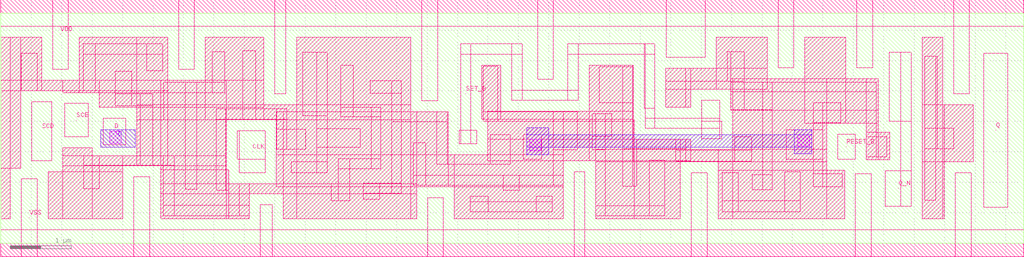
<source format=lef>
VERSION 5.7 ;
NAMESCASESENSITIVE ON ;
BUSBITCHARS "<>" ;
DIVIDERCHAR "/" ;

PROPERTYDEFINITIONS
    MACRO CatenaDesignType STRING ;
END PROPERTYDEFINITIONS

MANUFACTURINGGRID 0.005 ;

LAYER OVERLAP
    TYPE OVERLAP ;
END OVERLAP

LAYER LOCKED
    TYPE MASTERSLICE ;
END LOCKED

LAYER LOCKED1
    TYPE MASTERSLICE ;
END LOCKED1

LAYER LOCKED2
    TYPE MASTERSLICE ;
END LOCKED2

LAYER GatPoly
    TYPE MASTERSLICE ;
END GatPoly

LAYER Cont
    TYPE CUT ;
    WIDTH 0.16 ;
    SPACING 0.18  ;
    ANTENNACUMAREARATIO 30 ;
    ANTENNACUMDIFFAREARATIO 10000 ;
    RESISTANCE 22 ;
END Cont

LAYER Metal1
    TYPE ROUTING ;
    PITCH 0.48 ;
    WIDTH 0.16 ;
    AREA 0.09 ;
    THICKNESS 0.4 ;
    MAXWIDTH 30 ;
SPACINGTABLE
  PARALLELRUNLENGTH 0.000 1.000 10.000
  WIDTH 0.000	 0.180 0.180 0.180
  WIDTH 0.300	 0.180 0.220 0.220
  WIDTH 10.000	 0.180 0.220 0.600 ;
    MINIMUMCUT 2  WIDTH 1.4 ;
    ANTENNACUMAREARATIO 200 ;
    ANTENNACUMDIFFAREARATIO  PWL ( ( 0 200 ) ( 0.159 200 ) ( 0.16 3200 ) ( 100 2e+06 ) ) ;
    DIRECTION VERTICAL ;
    RESISTANCE RPERSQ 0.135 ;
    CAPACITANCE CPERSQDIST 3.49e-05 ;
    EDGECAPACITANCE 3.16e-05 ;
END Metal1

LAYER Via1
    TYPE CUT ;
    SPACING 0.22  ;
    SPACING 0.29 ADJACENTCUTS 3 WITHIN 0.311  ;
    ANTENNAAREARATIO 20 ;
    ANTENNADIFFAREARATIO  PWL ( ( 0 20 ) ( 0.159 20 ) ( 0.16 80 ) ( 100 50000 ) ) ;
    RESISTANCE 20 ;
END Via1

LAYER Metal2
    TYPE ROUTING ;
    PITCH 0.42 ;
    WIDTH 0.2 ;
    WIREEXTENSION 0.1 ;
    AREA 0.144 ;
    THICKNESS 0.45 ;
    MAXWIDTH 30 ;
SPACINGTABLE
  PARALLELRUNLENGTH 0.000 1.000 10.000
  WIDTH 0.000	 0.210 0.210 0.210
  WIDTH 0.390	 0.210 0.240 0.240
  WIDTH 10.000	 0.210 0.240 0.600 ;
    MINIMUMCUT 2  WIDTH 1.4 ;
    ANTENNACUMAREARATIO 200 ;
    ANTENNACUMDIFFAREARATIO  PWL ( ( 0 200 ) ( 0.159 200 ) ( 0.16 3200 ) ( 100 2e+06 ) ) ;
    DIRECTION HORIZONTAL ;
    RESISTANCE RPERSQ 0.103 ;
    CAPACITANCE CPERSQDIST 1.81e-05 ;
    EDGECAPACITANCE 4.47e-05 ;
END Metal2

LAYER Via2
    TYPE CUT ;
    WIDTH 0.19 ;
    SPACING 0.22  ;
    SPACING 0.29 ADJACENTCUTS 3 WITHIN 0.311  ;
    ANTENNAAREARATIO 20 ;
    ANTENNADIFFAREARATIO  PWL ( ( 0 20 ) ( 0.159 20 ) ( 0.16 80 ) ( 100 50000 ) ) ;
    RESISTANCE 20 ;
END Via2

LAYER Metal3
    TYPE ROUTING ;
    PITCH 0.48 ;
    WIDTH 0.2 ;
    AREA 0.144 ;
    THICKNESS 0.45 ;
SPACINGTABLE
  PARALLELRUNLENGTH 0.000 1.000 10.000
  WIDTH 0.000	 0.210 0.210 0.210
  WIDTH 0.390	 0.210 0.240 0.240
  WIDTH 10.000	 0.210 0.240 0.600 ;
    MINIMUMCUT 2  WIDTH 1.4 ;
    ANTENNACUMAREARATIO 200 ;
    ANTENNACUMDIFFAREARATIO  PWL ( ( 0 200 ) ( 0.159 200 ) ( 0.16 3200 ) ( 100 2e+06 ) ) ;
    DIRECTION VERTICAL ;
    RESISTANCE RPERSQ 0.103 ;
    CAPACITANCE CPERSQDIST 1.2e-05 ;
    EDGECAPACITANCE 4.48e-05 ;
END Metal3

LAYER Via3
    TYPE CUT ;
    WIDTH 0.19 ;
    SPACING 0.22  ;
    SPACING 0.29 ADJACENTCUTS 3 WITHIN 0.311  ;
    ANTENNAAREARATIO 20 ;
    ANTENNADIFFAREARATIO  PWL ( ( 0 20 ) ( 0.159 20 ) ( 0.16 80 ) ( 100 50000 ) ) ;
    RESISTANCE 20 ;
END Via3

LAYER Metal4
    TYPE ROUTING ;
    PITCH 0.42 ;
    WIDTH 0.2 ;
    AREA 0.144 ;
    THICKNESS 0.45 ;
SPACINGTABLE
  PARALLELRUNLENGTH 0.000 1.000 10.000
  WIDTH 0.000	 0.210 0.210 0.210
  WIDTH 0.390	 0.210 0.240 0.240
  WIDTH 10.000	 0.210 0.240 0.600 ;
    MINIMUMCUT 2  WIDTH 1.4 ;
    ANTENNACUMAREARATIO 200 ;
    ANTENNACUMDIFFAREARATIO  PWL ( ( 0 200 ) ( 0.159 200 ) ( 0.16 3200 ) ( 100 2e+06 ) ) ;
    DIRECTION HORIZONTAL ;
    RESISTANCE RPERSQ 0.103 ;
    CAPACITANCE CPERSQDIST 8.94e-06 ;
    EDGECAPACITANCE 4.5e-05 ;
END Metal4

LAYER Via4
    TYPE CUT ;
    WIDTH 0.19 ;
    SPACING 0.22  ;
    SPACING 0.29 ADJACENTCUTS 3 WITHIN 0.311  ;
    ANTENNAAREARATIO 20 ;
    ANTENNADIFFAREARATIO  PWL ( ( 0 20 ) ( 0.159 20 ) ( 0.16 80 ) ( 100 50000 ) ) ;
    RESISTANCE 20 ;
END Via4

LAYER Metal5
    TYPE ROUTING ;
    PITCH 0.48 ;
    WIDTH 0.2 ;
    AREA 0.144 ;
    THICKNESS 0.45 ;
SPACINGTABLE
  PARALLELRUNLENGTH 0.000 1.000 10.000
  WIDTH 0.000	 0.210 0.210 0.210
  WIDTH 0.390	 0.210 0.240 0.240
  WIDTH 10.000	 0.210 0.240 0.600 ;
    MINIMUMCUT 2  WIDTH 1.4 ;
    ANTENNACUMAREARATIO 200 ;
    ANTENNACUMDIFFAREARATIO  PWL ( ( 0 200 ) ( 0.159 200 ) ( 0.16 3200 ) ( 100 2e+06 ) ) ;
    DIRECTION VERTICAL ;
    RESISTANCE RPERSQ 0.103 ;
    CAPACITANCE CPERSQDIST 7.13e-06 ;
    EDGECAPACITANCE 4.37e-05 ;
END Metal5

LAYER TopVia1
    TYPE CUT ;
    WIDTH 0.42 ;
    SPACING 0.42  ;
    ANTENNAAREARATIO 20 ;
    ANTENNADIFFAREARATIO  PWL ( ( 0 20 ) ( 0.159 20 ) ( 0.16 80 ) ( 100 50000 ) ) ;
    RESISTANCE 4 ;
END TopVia1

LAYER TopMetal1
    TYPE ROUTING ;
    PITCH 2.28 ;
    WIDTH 1.64 ;
    THICKNESS 2 ;
    SPACING 1.64  ;
    ANTENNACUMAREARATIO 200 ;
    ANTENNACUMDIFFAREARATIO  PWL ( ( 0 200 ) ( 0.159 200 ) ( 0.16 3200 ) ( 100 2e+06 ) ) ;
    DIRECTION HORIZONTAL ;
    RESISTANCE RPERSQ 0.021 ;
    CAPACITANCE CPERSQDIST 5.64e-06 ;
    EDGECAPACITANCE 5.08e-05 ;
END TopMetal1

LAYER TopVia2
    TYPE CUT ;
    WIDTH 0.9 ;
    SPACING 1.06  ;
    ANTENNAAREARATIO 20 ;
    ANTENNADIFFAREARATIO  PWL ( ( 0 20 ) ( 0.159 20 ) ( 0.16 80 ) ( 100 50000 ) ) ;
    RESISTANCE 2.2 ;
END TopVia2

LAYER TopMetal2
    TYPE ROUTING ;
    PITCH 4 ;
    WIDTH 2 ;
    THICKNESS 3 ;
    SPACING 2  ;
    ANTENNACUMAREARATIO 200 ;
    ANTENNACUMDIFFAREARATIO  PWL ( ( 0 200 ) ( 0.159 200 ) ( 0.16 3200 ) ( 100 2e+06 ) ) ;
    DIRECTION VERTICAL ;
    RESISTANCE RPERSQ 0.0145 ;
    CAPACITANCE CPERSQDIST 3.23e-06 ;
    EDGECAPACITANCE 4.18e-05 ;
END TopMetal2

VIA Via1_XX_so DEFAULT
    RESISTANCE 20 ;
    LAYER Metal1 ;
      RECT  -0.145 -0.105 0.145 0.105 ;
    LAYER Via1 ;
      RECT  -0.095 -0.095 0.095 0.095 ;
    LAYER Metal2 ;
      RECT  -0.145 -0.1 0.145 0.1 ;
END Via1_XX_so

VIA Via1_XXE_so DEFAULT
    RESISTANCE 20 ;
    LAYER Metal1 ;
      RECT  -0.1 -0.105 0.19 0.105 ;
    LAYER Via1 ;
      RECT  -0.05 -0.095 0.14 0.095 ;
    LAYER Metal2 ;
      RECT  -0.1 -0.1 0.19 0.1 ;
END Via1_XXE_so

VIA Via1_XXW_so DEFAULT
    RESISTANCE 20 ;
    LAYER Metal1 ;
      RECT  -0.19 -0.105 0.1 0.105 ;
    LAYER Via1 ;
      RECT  -0.14 -0.095 0.05 0.095 ;
    LAYER Metal2 ;
      RECT  -0.19 -0.1 0.1 0.1 ;
END Via1_XXW_so

VIA Via1_YY_so DEFAULT
    RESISTANCE 20 ;
    LAYER Metal1 ;
      RECT  -0.105 -0.145 0.105 0.145 ;
    LAYER Via1 ;
      RECT  -0.095 -0.095 0.095 0.095 ;
    LAYER Metal2 ;
      RECT  -0.1 -0.145 0.1 0.145 ;
END Via1_YY_so

VIA Via1_YYN_so DEFAULT
    RESISTANCE 20 ;
    LAYER Metal1 ;
      RECT  -0.105 -0.1 0.105 0.19 ;
    LAYER Via1 ;
      RECT  -0.095 -0.05 0.095 0.14 ;
    LAYER Metal2 ;
      RECT  -0.1 -0.1 0.1 0.19 ;
END Via1_YYN_so

VIA Via1_YYS_so DEFAULT
    RESISTANCE 20 ;
    LAYER Metal1 ;
      RECT  -0.105 -0.19 0.105 0.1 ;
    LAYER Via1 ;
      RECT  -0.095 -0.14 0.095 0.05 ;
    LAYER Metal2 ;
      RECT  -0.1 -0.19 0.1 0.1 ;
END Via1_YYS_so

VIA Via1_XY_so DEFAULT
    RESISTANCE 20 ;
    LAYER Metal1 ;
      RECT  -0.145 -0.105 0.145 0.105 ;
    LAYER Via1 ;
      RECT  -0.095 -0.095 0.095 0.095 ;
    LAYER Metal2 ;
      RECT  -0.1 -0.145 0.1 0.145 ;
END Via1_XY_so

VIA Via1_XYNW_so DEFAULT
    RESISTANCE 20 ;
    LAYER Metal1 ;
      RECT  -0.19 -0.08 0.1 0.15 ;
    LAYER Via1 ;
      RECT  -0.14 -0.05 0.05 0.14 ;
    LAYER Metal2 ;
      RECT  -0.15 -0.1 0.1 0.19 ;
END Via1_XYNW_so

VIA Via1_XYNE_so DEFAULT
    RESISTANCE 20 ;
    LAYER Metal1 ;
      RECT  -0.1 -0.08 0.19 0.15 ;
    LAYER Via1 ;
      RECT  -0.05 -0.05 0.14 0.14 ;
    LAYER Metal2 ;
      RECT  -0.1 -0.1 0.15 0.19 ;
END Via1_XYNE_so

VIA Via1_XYSE_so DEFAULT
    RESISTANCE 20 ;
    LAYER Metal1 ;
      RECT  -0.1 -0.15 0.19 0.08 ;
    LAYER Via1 ;
      RECT  -0.05 -0.14 0.14 0.05 ;
    LAYER Metal2 ;
      RECT  -0.1 -0.19 0.15 0.1 ;
END Via1_XYSE_so

VIA Via1_XYSW_so DEFAULT
    RESISTANCE 20 ;
    LAYER Metal1 ;
      RECT  -0.19 -0.15 0.1 0.08 ;
    LAYER Via1 ;
      RECT  -0.14 -0.14 0.05 0.05 ;
    LAYER Metal2 ;
      RECT  -0.15 -0.19 0.1 0.1 ;
END Via1_XYSW_so

VIA Via1_YX_so DEFAULT
    RESISTANCE 20 ;
    LAYER Metal1 ;
      RECT  -0.105 -0.145 0.105 0.145 ;
    LAYER Via1 ;
      RECT  -0.095 -0.095 0.095 0.095 ;
    LAYER Metal2 ;
      RECT  -0.145 -0.1 0.145 0.1 ;
END Via1_YX_so

VIA Via1_YXNW_so DEFAULT
    RESISTANCE 20 ;
    LAYER Metal1 ;
      RECT  -0.15 -0.1 0.08 0.19 ;
    LAYER Via1 ;
      RECT  -0.14 -0.05 0.05 0.14 ;
    LAYER Metal2 ;
      RECT  -0.19 -0.1 0.1 0.15 ;
END Via1_YXNW_so

VIA Via1_YXNE_so DEFAULT
    RESISTANCE 20 ;
    LAYER Metal1 ;
      RECT  -0.08 -0.1 0.15 0.19 ;
    LAYER Via1 ;
      RECT  -0.05 -0.05 0.14 0.14 ;
    LAYER Metal2 ;
      RECT  -0.1 -0.1 0.19 0.15 ;
END Via1_YXNE_so

VIA Via1_YXSE_so DEFAULT
    RESISTANCE 20 ;
    LAYER Metal1 ;
      RECT  -0.08 -0.19 0.15 0.1 ;
    LAYER Via1 ;
      RECT  -0.05 -0.14 0.14 0.05 ;
    LAYER Metal2 ;
      RECT  -0.1 -0.15 0.19 0.1 ;
END Via1_YXSE_so

VIA Via1_YXSW_so DEFAULT
    RESISTANCE 20 ;
    LAYER Metal1 ;
      RECT  -0.15 -0.19 0.08 0.1 ;
    LAYER Via1 ;
      RECT  -0.14 -0.14 0.05 0.05 ;
    LAYER Metal2 ;
      RECT  -0.19 -0.15 0.1 0.1 ;
END Via1_YXSW_so

VIA Via1_NE_eo DEFAULT
    RESISTANCE 20 ;
    LAYER Metal1 ;
      RECT  -0.1 -0.1 0.19 0.19 ;
    LAYER Via1 ;
      RECT  -0.05 -0.05 0.14 0.14 ;
    LAYER Metal2 ;
      RECT  -0.1 -0.1 0.19 0.19 ;
END Via1_NE_eo

VIA Via1_NW_eo DEFAULT
    RESISTANCE 20 ;
    LAYER Metal1 ;
      RECT  -0.19 -0.1 0.1 0.19 ;
    LAYER Via1 ;
      RECT  -0.14 -0.05 0.05 0.14 ;
    LAYER Metal2 ;
      RECT  -0.19 -0.1 0.1 0.19 ;
END Via1_NW_eo

VIA Via1_SE_eo DEFAULT
    RESISTANCE 20 ;
    LAYER Metal1 ;
      RECT  -0.1 -0.19 0.19 0.1 ;
    LAYER Via1 ;
      RECT  -0.05 -0.14 0.14 0.05 ;
    LAYER Metal2 ;
      RECT  -0.1 -0.19 0.19 0.1 ;
END Via1_SE_eo

VIA Via1_SW_eo DEFAULT
    RESISTANCE 20 ;
    LAYER Metal1 ;
      RECT  -0.19 -0.19 0.1 0.1 ;
    LAYER Via1 ;
      RECT  -0.14 -0.14 0.05 0.05 ;
    LAYER Metal2 ;
      RECT  -0.19 -0.19 0.1 0.1 ;
END Via1_SW_eo

VIA Via1_NE_beo DEFAULT
    RESISTANCE 20 ;
    LAYER Metal1 ;
      RECT  -0.1 -0.1 0.25 0.25 ;
    LAYER Via1 ;
      RECT  -0.02 -0.02 0.17 0.17 ;
    LAYER Metal2 ;
      RECT  -0.1 -0.1 0.25 0.25 ;
END Via1_NE_beo

VIA Via1_NW_beo DEFAULT
    RESISTANCE 20 ;
    LAYER Metal1 ;
      RECT  -0.25 -0.1 0.1 0.25 ;
    LAYER Via1 ;
      RECT  -0.17 -0.02 0.02 0.17 ;
    LAYER Metal2 ;
      RECT  -0.25 -0.1 0.1 0.25 ;
END Via1_NW_beo

VIA Via1_SE_beo DEFAULT
    RESISTANCE 20 ;
    LAYER Metal1 ;
      RECT  -0.1 -0.25 0.25 0.1 ;
    LAYER Via1 ;
      RECT  -0.02 -0.17 0.17 0.02 ;
    LAYER Metal2 ;
      RECT  -0.1 -0.25 0.25 0.1 ;
END Via1_SE_beo

VIA Via1_SW_beo DEFAULT
    RESISTANCE 20 ;
    LAYER Metal1 ;
      RECT  -0.25 -0.25 0.1 0.1 ;
    LAYER Via1 ;
      RECT  -0.17 -0.17 0.02 0.02 ;
    LAYER Metal2 ;
      RECT  -0.25 -0.25 0.1 0.1 ;
END Via1_SW_beo

VIA Via1_DV1E_so DEFAULT
    RESISTANCE 10 ;
    LAYER Metal1 ;
      RECT  -0.1 -0.105 0.6 0.105 ;
    LAYER Via1 ;
      RECT  -0.05 -0.095 0.14 0.095 ;
      RECT  0.36 -0.095 0.55 0.095 ;
    LAYER Metal2 ;
      RECT  -0.1 -0.1 0.6 0.1 ;
END Via1_DV1E_so

VIA Via1_DV1W_so DEFAULT
    RESISTANCE 10 ;
    LAYER Metal1 ;
      RECT  -0.6 -0.105 0.1 0.105 ;
    LAYER Via1 ;
      RECT  -0.55 -0.095 -0.36 0.095 ;
      RECT  -0.14 -0.095 0.05 0.095 ;
    LAYER Metal2 ;
      RECT  -0.6 -0.1 0.1 0.1 ;
END Via1_DV1W_so

VIA Via1_DV1S_so DEFAULT
    RESISTANCE 10 ;
    LAYER Metal1 ;
      RECT  -0.105 -0.6 0.105 0.1 ;
    LAYER Via1 ;
      RECT  -0.095 -0.14 0.095 0.05 ;
      RECT  -0.095 -0.55 0.095 -0.36 ;
    LAYER Metal2 ;
      RECT  -0.1 -0.6 0.1 0.1 ;
END Via1_DV1S_so

VIA Via1_DV1SM_so DEFAULT
    RESISTANCE 10 ;
    LAYER Metal1 ;
      RECT  -0.105 -0.56 0.105 0.14 ;
    LAYER Via1 ;
      RECT  -0.095 -0.1 0.095 0.09 ;
      RECT  -0.095 -0.51 0.095 -0.32 ;
    LAYER Metal2 ;
      RECT  -0.1 -0.56 0.1 0.14 ;
END Via1_DV1SM_so

VIA Via1_DV1N_so DEFAULT
    RESISTANCE 10 ;
    LAYER Metal1 ;
      RECT  -0.105 -0.1 0.105 0.6 ;
    LAYER Via1 ;
      RECT  -0.095 -0.05 0.095 0.14 ;
      RECT  -0.095 0.36 0.095 0.55 ;
    LAYER Metal2 ;
      RECT  -0.1 -0.1 0.1 0.6 ;
END Via1_DV1N_so

VIA Via1_DV1NM_so DEFAULT
    RESISTANCE 10 ;
    LAYER Metal1 ;
      RECT  -0.105 -0.14 0.105 0.56 ;
    LAYER Via1 ;
      RECT  -0.095 0.32 0.095 0.51 ;
      RECT  -0.095 -0.09 0.095 0.1 ;
    LAYER Metal2 ;
      RECT  -0.1 -0.14 0.1 0.56 ;
END Via1_DV1NM_so

VIA Via1_DV2E_so DEFAULT
    RESISTANCE 10 ;
    LAYER Metal1 ;
      RECT  -0.14 -0.105 0.56 0.105 ;
    LAYER Via1 ;
      RECT  -0.09 -0.095 0.1 0.095 ;
      RECT  0.32 -0.095 0.51 0.095 ;
    LAYER Metal2 ;
      RECT  -0.1 -0.145 0.52 0.145 ;
END Via1_DV2E_so

VIA Via1_DV2EN_so DEFAULT
    RESISTANCE 10 ;
    LAYER Metal1 ;
      RECT  -0.14 -0.1 0.56 0.15 ;
    LAYER Via1 ;
      RECT  -0.09 -0.05 0.1 0.14 ;
      RECT  0.32 -0.05 0.51 0.14 ;
    LAYER Metal2 ;
      RECT  -0.1 -0.1 0.52 0.19 ;
END Via1_DV2EN_so

VIA Via1_DV2ES_so DEFAULT
    RESISTANCE 10 ;
    LAYER Metal1 ;
      RECT  -0.14 -0.15 0.56 0.1 ;
    LAYER Via1 ;
      RECT  -0.09 -0.14 0.1 0.05 ;
      RECT  0.32 -0.14 0.51 0.05 ;
    LAYER Metal2 ;
      RECT  -0.1 -0.19 0.52 0.1 ;
END Via1_DV2ES_so

VIA Via1_DV2W_so DEFAULT
    RESISTANCE 10 ;
    LAYER Metal1 ;
      RECT  -0.56 -0.105 0.14 0.105 ;
    LAYER Via1 ;
      RECT  -0.51 -0.095 -0.32 0.095 ;
      RECT  -0.1 -0.095 0.09 0.095 ;
    LAYER Metal2 ;
      RECT  -0.52 -0.145 0.1 0.145 ;
END Via1_DV2W_so

VIA Via1_DV2WN_so DEFAULT
    RESISTANCE 10 ;
    LAYER Metal1 ;
      RECT  -0.56 -0.1 0.14 0.15 ;
    LAYER Via1 ;
      RECT  -0.51 -0.05 -0.32 0.14 ;
      RECT  -0.1 -0.05 0.09 0.14 ;
    LAYER Metal2 ;
      RECT  -0.52 -0.1 0.1 0.19 ;
END Via1_DV2WN_so

VIA Via1_DV2WS_so DEFAULT
    RESISTANCE 10 ;
    LAYER Metal1 ;
      RECT  -0.56 -0.15 0.14 0.1 ;
    LAYER Via1 ;
      RECT  -0.51 -0.14 -0.32 0.05 ;
      RECT  -0.1 -0.14 0.09 0.05 ;
    LAYER Metal2 ;
      RECT  -0.52 -0.19 0.1 0.1 ;
END Via1_DV2WS_so

VIA Via1_DV2S_so DEFAULT
    RESISTANCE 10 ;
    LAYER Metal1 ;
      RECT  -0.145 -0.52 0.145 0.1 ;
    LAYER Via1 ;
      RECT  -0.095 -0.1 0.095 0.09 ;
      RECT  -0.095 -0.51 0.095 -0.32 ;
    LAYER Metal2 ;
      RECT  -0.1 -0.56 0.1 0.14 ;
END Via1_DV2S_so

VIA Via1_DV2SE_so DEFAULT
    RESISTANCE 10 ;
    LAYER Metal1 ;
      RECT  -0.1 -0.52 0.19 0.1 ;
    LAYER Via1 ;
      RECT  -0.05 -0.1 0.14 0.09 ;
      RECT  -0.05 -0.51 0.14 -0.32 ;
    LAYER Metal2 ;
      RECT  -0.1 -0.56 0.15 0.14 ;
END Via1_DV2SE_so

VIA Via1_DV2SW_so DEFAULT
    RESISTANCE 10 ;
    LAYER Metal1 ;
      RECT  -0.19 -0.52 0.1 0.1 ;
    LAYER Via1 ;
      RECT  -0.14 -0.1 0.05 0.09 ;
      RECT  -0.14 -0.51 0.05 -0.32 ;
    LAYER Metal2 ;
      RECT  -0.15 -0.56 0.1 0.14 ;
END Via1_DV2SW_so

VIA Via1_DV2N_so DEFAULT
    RESISTANCE 10 ;
    LAYER Metal1 ;
      RECT  -0.145 -0.1 0.145 0.52 ;
    LAYER Via1 ;
      RECT  -0.095 -0.09 0.095 0.1 ;
      RECT  -0.095 0.32 0.095 0.51 ;
    LAYER Metal2 ;
      RECT  -0.1 -0.14 0.1 0.56 ;
END Via1_DV2N_so

VIA Via1_DV2NE_so DEFAULT
    RESISTANCE 10 ;
    LAYER Metal1 ;
      RECT  -0.1 -0.1 0.19 0.52 ;
    LAYER Via1 ;
      RECT  -0.05 -0.09 0.14 0.1 ;
      RECT  -0.05 0.32 0.14 0.51 ;
    LAYER Metal2 ;
      RECT  -0.1 -0.14 0.15 0.56 ;
END Via1_DV2NE_so

VIA Via1_DV2NW_so DEFAULT
    RESISTANCE 10 ;
    LAYER Metal1 ;
      RECT  -0.19 -0.1 0.1 0.52 ;
    LAYER Via1 ;
      RECT  -0.14 -0.09 0.05 0.1 ;
      RECT  -0.14 0.32 0.05 0.51 ;
    LAYER Metal2 ;
      RECT  -0.15 -0.14 0.1 0.56 ;
END Via1_DV2NW_so

VIA Via1_DV3E_so DEFAULT
    RESISTANCE 10 ;
    LAYER Metal2 ;
      RECT  -0.1 -0.145 0.52 0.145 ;
    LAYER Via1 ;
      RECT  -0.09 -0.095 0.1 0.095 ;
      RECT  0.32 -0.095 0.51 0.095 ;
    LAYER Metal1 ;
      RECT  -0.1 -0.145 0.52 0.145 ;
END Via1_DV3E_so

VIA Via1_DV3EN_so DEFAULT
    RESISTANCE 10 ;
    LAYER Metal2 ;
      RECT  -0.1 -0.1 0.52 0.19 ;
    LAYER Via1 ;
      RECT  -0.09 -0.05 0.1 0.14 ;
      RECT  0.32 -0.05 0.51 0.14 ;
    LAYER Metal1 ;
      RECT  -0.1 -0.1 0.52 0.19 ;
END Via1_DV3EN_so

VIA Via1_DV3ES_so DEFAULT
    RESISTANCE 10 ;
    LAYER Metal2 ;
      RECT  -0.1 -0.19 0.52 0.1 ;
    LAYER Via1 ;
      RECT  -0.09 -0.14 0.1 0.05 ;
      RECT  0.32 -0.14 0.51 0.05 ;
    LAYER Metal1 ;
      RECT  -0.1 -0.19 0.52 0.1 ;
END Via1_DV3ES_so

VIA Via1_DV3W_so DEFAULT
    RESISTANCE 10 ;
    LAYER Metal2 ;
      RECT  -0.52 -0.145 0.1 0.145 ;
    LAYER Via1 ;
      RECT  -0.51 -0.095 -0.32 0.095 ;
      RECT  -0.1 -0.095 0.09 0.095 ;
    LAYER Metal1 ;
      RECT  -0.52 -0.145 0.1 0.145 ;
END Via1_DV3W_so

VIA Via1_DV3WN_so DEFAULT
    RESISTANCE 10 ;
    LAYER Metal2 ;
      RECT  -0.52 -0.1 0.1 0.19 ;
    LAYER Via1 ;
      RECT  -0.51 -0.05 -0.32 0.14 ;
      RECT  -0.1 -0.05 0.09 0.14 ;
    LAYER Metal1 ;
      RECT  -0.52 -0.1 0.1 0.19 ;
END Via1_DV3WN_so

VIA Via1_DV3WS_so DEFAULT
    RESISTANCE 10 ;
    LAYER Metal2 ;
      RECT  -0.52 -0.19 0.1 0.1 ;
    LAYER Via1 ;
      RECT  -0.51 -0.14 -0.32 0.05 ;
      RECT  -0.1 -0.14 0.09 0.05 ;
    LAYER Metal1 ;
      RECT  -0.52 -0.19 0.1 0.1 ;
END Via1_DV3WS_so

VIA Via1_DV3S_so DEFAULT
    RESISTANCE 10 ;
    LAYER Metal2 ;
      RECT  -0.145 -0.52 0.145 0.1 ;
    LAYER Via1 ;
      RECT  -0.095 -0.1 0.095 0.09 ;
      RECT  -0.095 -0.51 0.095 -0.32 ;
    LAYER Metal1 ;
      RECT  -0.145 -0.52 0.145 0.1 ;
END Via1_DV3S_so

VIA Via1_DV3SE_so DEFAULT
    RESISTANCE 10 ;
    LAYER Metal2 ;
      RECT  -0.1 -0.52 0.19 0.1 ;
    LAYER Via1 ;
      RECT  -0.05 -0.1 0.14 0.09 ;
      RECT  -0.05 -0.51 0.14 -0.32 ;
    LAYER Metal1 ;
      RECT  -0.1 -0.52 0.19 0.1 ;
END Via1_DV3SE_so

VIA Via1_DV3SW_so DEFAULT
    RESISTANCE 10 ;
    LAYER Metal2 ;
      RECT  -0.19 -0.52 0.1 0.1 ;
    LAYER Via1 ;
      RECT  -0.14 -0.1 0.05 0.09 ;
      RECT  -0.14 -0.51 0.05 -0.32 ;
    LAYER Metal1 ;
      RECT  -0.19 -0.52 0.1 0.1 ;
END Via1_DV3SW_so

VIA Via1_DV3N_so DEFAULT
    RESISTANCE 10 ;
    LAYER Metal2 ;
      RECT  -0.145 -0.1 0.145 0.52 ;
    LAYER Via1 ;
      RECT  -0.095 -0.09 0.095 0.1 ;
      RECT  -0.095 0.32 0.095 0.51 ;
    LAYER Metal1 ;
      RECT  -0.145 -0.1 0.145 0.52 ;
END Via1_DV3N_so

VIA Via1_DV3NE_so DEFAULT
    RESISTANCE 10 ;
    LAYER Metal2 ;
      RECT  -0.1 -0.1 0.19 0.52 ;
    LAYER Via1 ;
      RECT  -0.05 -0.09 0.14 0.1 ;
      RECT  -0.05 0.32 0.14 0.51 ;
    LAYER Metal1 ;
      RECT  -0.1 -0.1 0.19 0.52 ;
END Via1_DV3NE_so

VIA Via1_DV3NW_so DEFAULT
    RESISTANCE 10 ;
    LAYER Metal2 ;
      RECT  -0.19 -0.1 0.1 0.52 ;
    LAYER Via1 ;
      RECT  -0.14 -0.09 0.05 0.1 ;
      RECT  -0.14 0.32 0.05 0.51 ;
    LAYER Metal1 ;
      RECT  -0.19 -0.1 0.1 0.52 ;
END Via1_DV3NW_so

VIA Via1_DV1E_eo DEFAULT
    RESISTANCE 10 ;
    LAYER Metal1 ;
      RECT  -0.1 -0.105 0.66 0.105 ;
    LAYER Via1 ;
      RECT  -0.02 -0.095 0.17 0.095 ;
      RECT  0.39 -0.095 0.58 0.095 ;
    LAYER Metal2 ;
      RECT  -0.1 -0.1 0.66 0.1 ;
END Via1_DV1E_eo

VIA Via1_DV1W_eo DEFAULT
    RESISTANCE 10 ;
    LAYER Metal1 ;
      RECT  -0.66 -0.105 0.1 0.105 ;
    LAYER Via1 ;
      RECT  -0.58 -0.095 -0.39 0.095 ;
      RECT  -0.17 -0.095 0.02 0.095 ;
    LAYER Metal2 ;
      RECT  -0.66 -0.1 0.1 0.1 ;
END Via1_DV1W_eo

VIA Via1_DV1S_eo DEFAULT
    RESISTANCE 10 ;
    LAYER Metal1 ;
      RECT  -0.105 -0.66 0.105 0.1 ;
    LAYER Via1 ;
      RECT  -0.095 -0.17 0.095 0.02 ;
      RECT  -0.095 -0.58 0.095 -0.39 ;
    LAYER Metal2 ;
      RECT  -0.1 -0.66 0.1 0.1 ;
END Via1_DV1S_eo

VIA Via1_DV1N_eo DEFAULT
    RESISTANCE 10 ;
    LAYER Metal1 ;
      RECT  -0.105 -0.1 0.105 0.66 ;
    LAYER Via1 ;
      RECT  -0.095 -0.02 0.095 0.17 ;
      RECT  -0.095 0.39 0.095 0.58 ;
    LAYER Metal2 ;
      RECT  -0.1 -0.1 0.1 0.66 ;
END Via1_DV1N_eo

VIA Via1_DV2E_eo DEFAULT
    RESISTANCE 10 ;
    LAYER Metal1 ;
      RECT  -0.17 -0.105 0.59 0.105 ;
    LAYER Via1 ;
      RECT  -0.09 -0.095 0.1 0.095 ;
      RECT  0.32 -0.095 0.51 0.095 ;
    LAYER Metal2 ;
      RECT  -0.1 -0.175 0.52 0.175 ;
END Via1_DV2E_eo

VIA Via1_DV2EN_eo DEFAULT
    RESISTANCE 10 ;
    LAYER Metal1 ;
      RECT  -0.17 -0.1 0.59 0.18 ;
    LAYER Via1 ;
      RECT  -0.09 -0.02 0.1 0.17 ;
      RECT  0.32 -0.02 0.51 0.17 ;
    LAYER Metal2 ;
      RECT  -0.1 -0.1 0.52 0.25 ;
END Via1_DV2EN_eo

VIA Via1_DV2ES_eo DEFAULT
    RESISTANCE 10 ;
    LAYER Metal1 ;
      RECT  -0.17 -0.18 0.59 0.1 ;
    LAYER Via1 ;
      RECT  -0.09 -0.17 0.1 0.02 ;
      RECT  0.32 -0.17 0.51 0.02 ;
    LAYER Metal2 ;
      RECT  -0.1 -0.25 0.52 0.1 ;
END Via1_DV2ES_eo

VIA Via1_DV2W_eo DEFAULT
    RESISTANCE 10 ;
    LAYER Metal1 ;
      RECT  -0.59 -0.105 0.17 0.105 ;
    LAYER Via1 ;
      RECT  -0.51 -0.095 -0.32 0.095 ;
      RECT  -0.1 -0.095 0.09 0.095 ;
    LAYER Metal2 ;
      RECT  -0.52 -0.175 0.1 0.175 ;
END Via1_DV2W_eo

VIA Via1_DV2WN_eo DEFAULT
    RESISTANCE 10 ;
    LAYER Metal1 ;
      RECT  -0.59 -0.1 0.17 0.18 ;
    LAYER Via1 ;
      RECT  -0.51 -0.02 -0.32 0.17 ;
      RECT  -0.1 -0.02 0.09 0.17 ;
    LAYER Metal2 ;
      RECT  -0.52 -0.1 0.1 0.25 ;
END Via1_DV2WN_eo

VIA Via1_DV2WS_eo DEFAULT
    RESISTANCE 10 ;
    LAYER Metal1 ;
      RECT  -0.59 -0.18 0.17 0.1 ;
    LAYER Via1 ;
      RECT  -0.51 -0.17 -0.32 0.02 ;
      RECT  -0.1 -0.17 0.09 0.02 ;
    LAYER Metal2 ;
      RECT  -0.52 -0.25 0.1 0.1 ;
END Via1_DV2WS_eo

VIA Via1_DV2S_eo DEFAULT
    RESISTANCE 10 ;
    LAYER Metal1 ;
      RECT  -0.175 -0.52 0.175 0.1 ;
    LAYER Via1 ;
      RECT  -0.095 -0.1 0.095 0.09 ;
      RECT  -0.095 -0.51 0.095 -0.32 ;
    LAYER Metal2 ;
      RECT  -0.1 -0.59 0.1 0.17 ;
END Via1_DV2S_eo

VIA Via1_DV2SE_eo DEFAULT
    RESISTANCE 10 ;
    LAYER Metal1 ;
      RECT  -0.1 -0.52 0.25 0.1 ;
    LAYER Via1 ;
      RECT  -0.02 -0.1 0.17 0.09 ;
      RECT  -0.02 -0.51 0.17 -0.32 ;
    LAYER Metal2 ;
      RECT  -0.1 -0.59 0.22 0.17 ;
END Via1_DV2SE_eo

VIA Via1_DV2SW_eo DEFAULT
    RESISTANCE 10 ;
    LAYER Metal1 ;
      RECT  -0.25 -0.52 0.1 0.1 ;
    LAYER Via1 ;
      RECT  -0.17 -0.1 0.02 0.09 ;
      RECT  -0.17 -0.51 0.02 -0.32 ;
    LAYER Metal2 ;
      RECT  -0.22 -0.59 0.1 0.17 ;
END Via1_DV2SW_eo

VIA Via1_DV2N_eo DEFAULT
    RESISTANCE 10 ;
    LAYER Metal1 ;
      RECT  -0.175 -0.1 0.175 0.52 ;
    LAYER Via1 ;
      RECT  -0.095 -0.09 0.095 0.1 ;
      RECT  -0.095 0.32 0.095 0.51 ;
    LAYER Metal2 ;
      RECT  -0.1 -0.17 0.1 0.59 ;
END Via1_DV2N_eo

VIA Via1_DV2NE_eo DEFAULT
    RESISTANCE 10 ;
    LAYER Metal1 ;
      RECT  -0.1 -0.1 0.25 0.52 ;
    LAYER Via1 ;
      RECT  -0.02 -0.09 0.17 0.1 ;
      RECT  -0.02 0.32 0.17 0.51 ;
    LAYER Metal2 ;
      RECT  -0.1 -0.17 0.22 0.59 ;
END Via1_DV2NE_eo

VIA Via1_DV2NW_eo DEFAULT
    RESISTANCE 10 ;
    LAYER Metal1 ;
      RECT  -0.25 -0.1 0.1 0.52 ;
    LAYER Via1 ;
      RECT  -0.17 -0.09 0.02 0.1 ;
      RECT  -0.17 0.32 0.02 0.51 ;
    LAYER Metal2 ;
      RECT  -0.22 -0.17 0.1 0.59 ;
END Via1_DV2NW_eo

VIA Via1_DV1EN_beo DEFAULT
    RESISTANCE 10 ;
    LAYER Metal1 ;
      RECT  -0.1 -0.1 0.66 0.19 ;
    LAYER Via1 ;
      RECT  -0.02 -0.05 0.17 0.14 ;
      RECT  0.39 -0.05 0.58 0.14 ;
    LAYER Metal2 ;
      RECT  -0.1 -0.1 0.66 0.19 ;
END Via1_DV1EN_beo

VIA Via1_DV1ES_beo DEFAULT
    RESISTANCE 10 ;
    LAYER Metal1 ;
      RECT  -0.1 -0.19 0.66 0.1 ;
    LAYER Via1 ;
      RECT  -0.02 -0.14 0.17 0.05 ;
      RECT  0.39 -0.14 0.58 0.05 ;
    LAYER Metal2 ;
      RECT  -0.1 -0.19 0.66 0.1 ;
END Via1_DV1ES_beo

VIA Via1_DV1WN_beo DEFAULT
    RESISTANCE 10 ;
    LAYER Metal1 ;
      RECT  -0.66 -0.1 0.1 0.19 ;
    LAYER Via1 ;
      RECT  -0.58 -0.05 -0.39 0.14 ;
      RECT  -0.17 -0.05 0.02 0.14 ;
    LAYER Metal2 ;
      RECT  -0.66 -0.1 0.1 0.19 ;
END Via1_DV1WN_beo

VIA Via1_DV1WS_beo DEFAULT
    RESISTANCE 10 ;
    LAYER Metal1 ;
      RECT  -0.66 -0.19 0.1 0.1 ;
    LAYER Via1 ;
      RECT  -0.58 -0.14 -0.39 0.05 ;
      RECT  -0.17 -0.14 0.02 0.05 ;
    LAYER Metal2 ;
      RECT  -0.66 -0.19 0.1 0.1 ;
END Via1_DV1WS_beo

VIA Via1_DV1SE_beo DEFAULT
    RESISTANCE 10 ;
    LAYER Metal1 ;
      RECT  -0.1 -0.66 0.19 0.1 ;
    LAYER Via1 ;
      RECT  -0.05 -0.17 0.14 0.02 ;
      RECT  -0.05 -0.58 0.14 -0.39 ;
    LAYER Metal2 ;
      RECT  -0.1 -0.66 0.19 0.1 ;
END Via1_DV1SE_beo

VIA Via1_DV1SW_beo DEFAULT
    RESISTANCE 10 ;
    LAYER Metal1 ;
      RECT  -0.19 -0.66 0.1 0.1 ;
    LAYER Via1 ;
      RECT  -0.14 -0.17 0.05 0.02 ;
      RECT  -0.14 -0.58 0.05 -0.39 ;
    LAYER Metal2 ;
      RECT  -0.19 -0.66 0.1 0.1 ;
END Via1_DV1SW_beo

VIA Via2_XX_so DEFAULT
    RESISTANCE 20 ;
    LAYER Metal3 ;
      RECT  -0.145 -0.1 0.145 0.1 ;
    LAYER Via2 ;
      RECT  -0.095 -0.095 0.095 0.095 ;
    LAYER Metal2 ;
      RECT  -0.145 -0.1 0.145 0.1 ;
END Via2_XX_so

VIA Via2_XXE_so DEFAULT
    RESISTANCE 20 ;
    LAYER Metal3 ;
      RECT  -0.1 -0.1 0.19 0.1 ;
    LAYER Via2 ;
      RECT  -0.05 -0.095 0.14 0.095 ;
    LAYER Metal2 ;
      RECT  -0.1 -0.1 0.19 0.1 ;
END Via2_XXE_so

VIA Via2_XXW_so DEFAULT
    RESISTANCE 20 ;
    LAYER Metal3 ;
      RECT  -0.19 -0.1 0.1 0.1 ;
    LAYER Via2 ;
      RECT  -0.14 -0.095 0.05 0.095 ;
    LAYER Metal2 ;
      RECT  -0.19 -0.1 0.1 0.1 ;
END Via2_XXW_so

VIA Via2_YY_so DEFAULT
    RESISTANCE 20 ;
    LAYER Metal3 ;
      RECT  -0.1 -0.145 0.1 0.145 ;
    LAYER Via2 ;
      RECT  -0.095 -0.095 0.095 0.095 ;
    LAYER Metal2 ;
      RECT  -0.1 -0.145 0.1 0.145 ;
END Via2_YY_so

VIA Via2_YYN_so DEFAULT
    RESISTANCE 20 ;
    LAYER Metal3 ;
      RECT  -0.1 -0.1 0.1 0.19 ;
    LAYER Via2 ;
      RECT  -0.095 -0.05 0.095 0.14 ;
    LAYER Metal2 ;
      RECT  -0.1 -0.1 0.1 0.19 ;
END Via2_YYN_so

VIA Via2_YYS_so DEFAULT
    RESISTANCE 20 ;
    LAYER Metal3 ;
      RECT  -0.1 -0.19 0.1 0.1 ;
    LAYER Via2 ;
      RECT  -0.095 -0.14 0.095 0.05 ;
    LAYER Metal2 ;
      RECT  -0.1 -0.19 0.1 0.1 ;
END Via2_YYS_so

VIA Via2_XY_so DEFAULT
    RESISTANCE 20 ;
    LAYER Metal3 ;
      RECT  -0.145 -0.1 0.145 0.1 ;
    LAYER Via2 ;
      RECT  -0.095 -0.095 0.095 0.095 ;
    LAYER Metal2 ;
      RECT  -0.1 -0.145 0.1 0.145 ;
END Via2_XY_so

VIA Via2_XYNW_so DEFAULT
    RESISTANCE 20 ;
    LAYER Metal3 ;
      RECT  -0.19 -0.1 0.1 0.15 ;
    LAYER Via2 ;
      RECT  -0.14 -0.05 0.05 0.14 ;
    LAYER Metal2 ;
      RECT  -0.15 -0.1 0.1 0.19 ;
END Via2_XYNW_so

VIA Via2_XYNE_so DEFAULT
    RESISTANCE 20 ;
    LAYER Metal3 ;
      RECT  -0.1 -0.1 0.19 0.15 ;
    LAYER Via2 ;
      RECT  -0.05 -0.05 0.14 0.14 ;
    LAYER Metal2 ;
      RECT  -0.1 -0.1 0.15 0.19 ;
END Via2_XYNE_so

VIA Via2_XYSE_so DEFAULT
    RESISTANCE 20 ;
    LAYER Metal3 ;
      RECT  -0.1 -0.15 0.19 0.1 ;
    LAYER Via2 ;
      RECT  -0.05 -0.14 0.14 0.05 ;
    LAYER Metal2 ;
      RECT  -0.1 -0.19 0.15 0.1 ;
END Via2_XYSE_so

VIA Via2_XYSW_so DEFAULT
    RESISTANCE 20 ;
    LAYER Metal3 ;
      RECT  -0.19 -0.15 0.1 0.1 ;
    LAYER Via2 ;
      RECT  -0.14 -0.14 0.05 0.05 ;
    LAYER Metal2 ;
      RECT  -0.15 -0.19 0.1 0.1 ;
END Via2_XYSW_so

VIA Via2_YX_so DEFAULT
    RESISTANCE 20 ;
    LAYER Metal3 ;
      RECT  -0.1 -0.145 0.1 0.145 ;
    LAYER Via2 ;
      RECT  -0.095 -0.095 0.095 0.095 ;
    LAYER Metal2 ;
      RECT  -0.145 -0.1 0.145 0.1 ;
END Via2_YX_so

VIA Via2_YXNW_so DEFAULT
    RESISTANCE 20 ;
    LAYER Metal3 ;
      RECT  -0.15 -0.1 0.1 0.19 ;
    LAYER Via2 ;
      RECT  -0.14 -0.05 0.05 0.14 ;
    LAYER Metal2 ;
      RECT  -0.19 -0.1 0.1 0.15 ;
END Via2_YXNW_so

VIA Via2_YXNE_so DEFAULT
    RESISTANCE 20 ;
    LAYER Metal3 ;
      RECT  -0.1 -0.1 0.15 0.19 ;
    LAYER Via2 ;
      RECT  -0.05 -0.05 0.14 0.14 ;
    LAYER Metal2 ;
      RECT  -0.1 -0.1 0.19 0.15 ;
END Via2_YXNE_so

VIA Via2_YXSE_so DEFAULT
    RESISTANCE 20 ;
    LAYER Metal3 ;
      RECT  -0.1 -0.19 0.15 0.1 ;
    LAYER Via2 ;
      RECT  -0.05 -0.14 0.14 0.05 ;
    LAYER Metal2 ;
      RECT  -0.1 -0.15 0.19 0.1 ;
END Via2_YXSE_so

VIA Via2_YXSW_so DEFAULT
    RESISTANCE 20 ;
    LAYER Metal3 ;
      RECT  -0.15 -0.19 0.1 0.1 ;
    LAYER Via2 ;
      RECT  -0.14 -0.14 0.05 0.05 ;
    LAYER Metal2 ;
      RECT  -0.19 -0.15 0.1 0.1 ;
END Via2_YXSW_so

VIA Via2_NE_eo DEFAULT
    RESISTANCE 20 ;
    LAYER Metal3 ;
      RECT  -0.1 -0.1 0.19 0.19 ;
    LAYER Via2 ;
      RECT  -0.05 -0.05 0.14 0.14 ;
    LAYER Metal2 ;
      RECT  -0.1 -0.1 0.19 0.19 ;
END Via2_NE_eo

VIA Via2_NW_eo DEFAULT
    RESISTANCE 20 ;
    LAYER Metal3 ;
      RECT  -0.19 -0.1 0.1 0.19 ;
    LAYER Via2 ;
      RECT  -0.14 -0.05 0.05 0.14 ;
    LAYER Metal2 ;
      RECT  -0.19 -0.1 0.1 0.19 ;
END Via2_NW_eo

VIA Via2_SE_eo DEFAULT
    RESISTANCE 20 ;
    LAYER Metal3 ;
      RECT  -0.1 -0.19 0.19 0.1 ;
    LAYER Via2 ;
      RECT  -0.05 -0.14 0.14 0.05 ;
    LAYER Metal2 ;
      RECT  -0.1 -0.19 0.19 0.1 ;
END Via2_SE_eo

VIA Via2_SW_eo DEFAULT
    RESISTANCE 20 ;
    LAYER Metal3 ;
      RECT  -0.19 -0.19 0.1 0.1 ;
    LAYER Via2 ;
      RECT  -0.14 -0.14 0.05 0.05 ;
    LAYER Metal2 ;
      RECT  -0.19 -0.19 0.1 0.1 ;
END Via2_SW_eo

VIA Via2_NE_beo DEFAULT
    RESISTANCE 20 ;
    LAYER Metal3 ;
      RECT  -0.1 -0.1 0.25 0.25 ;
    LAYER Via2 ;
      RECT  -0.02 -0.02 0.17 0.17 ;
    LAYER Metal2 ;
      RECT  -0.1 -0.1 0.25 0.25 ;
END Via2_NE_beo

VIA Via2_NW_beo DEFAULT
    RESISTANCE 20 ;
    LAYER Metal3 ;
      RECT  -0.25 -0.1 0.1 0.25 ;
    LAYER Via2 ;
      RECT  -0.17 -0.02 0.02 0.17 ;
    LAYER Metal2 ;
      RECT  -0.25 -0.1 0.1 0.25 ;
END Via2_NW_beo

VIA Via2_SE_beo DEFAULT
    RESISTANCE 20 ;
    LAYER Metal3 ;
      RECT  -0.1 -0.25 0.25 0.1 ;
    LAYER Via2 ;
      RECT  -0.02 -0.17 0.17 0.02 ;
    LAYER Metal2 ;
      RECT  -0.1 -0.25 0.25 0.1 ;
END Via2_SE_beo

VIA Via2_SW_beo DEFAULT
    RESISTANCE 20 ;
    LAYER Metal3 ;
      RECT  -0.25 -0.25 0.1 0.1 ;
    LAYER Via2 ;
      RECT  -0.17 -0.17 0.02 0.02 ;
    LAYER Metal2 ;
      RECT  -0.25 -0.25 0.1 0.1 ;
END Via2_SW_beo

VIA Via2_DV1E_so DEFAULT
    RESISTANCE 10 ;
    LAYER Metal3 ;
      RECT  -0.1 -0.1 0.6 0.1 ;
    LAYER Via2 ;
      RECT  -0.05 -0.095 0.14 0.095 ;
      RECT  0.36 -0.095 0.55 0.095 ;
    LAYER Metal2 ;
      RECT  -0.1 -0.1 0.6 0.1 ;
END Via2_DV1E_so

VIA Via2_DV1W_so DEFAULT
    RESISTANCE 10 ;
    LAYER Metal3 ;
      RECT  -0.6 -0.1 0.1 0.1 ;
    LAYER Via2 ;
      RECT  -0.55 -0.095 -0.36 0.095 ;
      RECT  -0.14 -0.095 0.05 0.095 ;
    LAYER Metal2 ;
      RECT  -0.6 -0.1 0.1 0.1 ;
END Via2_DV1W_so

VIA Via2_DV1S_so DEFAULT
    RESISTANCE 10 ;
    LAYER Metal3 ;
      RECT  -0.1 -0.6 0.1 0.1 ;
    LAYER Via2 ;
      RECT  -0.095 -0.14 0.095 0.05 ;
      RECT  -0.095 -0.55 0.095 -0.36 ;
    LAYER Metal2 ;
      RECT  -0.1 -0.6 0.1 0.1 ;
END Via2_DV1S_so

VIA Via2_DV1N_so DEFAULT
    RESISTANCE 10 ;
    LAYER Metal3 ;
      RECT  -0.1 -0.1 0.1 0.6 ;
    LAYER Via2 ;
      RECT  -0.095 -0.05 0.095 0.14 ;
      RECT  -0.095 0.36 0.095 0.55 ;
    LAYER Metal2 ;
      RECT  -0.1 -0.1 0.1 0.6 ;
END Via2_DV1N_so

VIA Via2_DV2E_so DEFAULT
    RESISTANCE 10 ;
    LAYER Metal3 ;
      RECT  -0.14 -0.1 0.56 0.1 ;
    LAYER Via2 ;
      RECT  -0.09 -0.095 0.1 0.095 ;
      RECT  0.32 -0.095 0.51 0.095 ;
    LAYER Metal2 ;
      RECT  -0.1 -0.145 0.52 0.145 ;
END Via2_DV2E_so

VIA Via2_DV2EN_so DEFAULT
    RESISTANCE 10 ;
    LAYER Metal3 ;
      RECT  -0.14 -0.1 0.56 0.15 ;
    LAYER Via2 ;
      RECT  -0.09 -0.05 0.1 0.14 ;
      RECT  0.32 -0.05 0.51 0.14 ;
    LAYER Metal2 ;
      RECT  -0.1 -0.1 0.52 0.19 ;
END Via2_DV2EN_so

VIA Via2_DV2ES_so DEFAULT
    RESISTANCE 10 ;
    LAYER Metal3 ;
      RECT  -0.14 -0.15 0.56 0.1 ;
    LAYER Via2 ;
      RECT  -0.09 -0.14 0.1 0.05 ;
      RECT  0.32 -0.14 0.51 0.05 ;
    LAYER Metal2 ;
      RECT  -0.1 -0.19 0.52 0.1 ;
END Via2_DV2ES_so

VIA Via2_DV2W_so DEFAULT
    RESISTANCE 10 ;
    LAYER Metal3 ;
      RECT  -0.56 -0.1 0.14 0.1 ;
    LAYER Via2 ;
      RECT  -0.51 -0.095 -0.32 0.095 ;
      RECT  -0.1 -0.095 0.09 0.095 ;
    LAYER Metal2 ;
      RECT  -0.52 -0.145 0.1 0.145 ;
END Via2_DV2W_so

VIA Via2_DV2WN_so DEFAULT
    RESISTANCE 10 ;
    LAYER Metal3 ;
      RECT  -0.56 -0.1 0.14 0.15 ;
    LAYER Via2 ;
      RECT  -0.51 -0.05 -0.32 0.14 ;
      RECT  -0.1 -0.05 0.09 0.14 ;
    LAYER Metal2 ;
      RECT  -0.52 -0.1 0.1 0.19 ;
END Via2_DV2WN_so

VIA Via2_DV2WS_so DEFAULT
    RESISTANCE 10 ;
    LAYER Metal3 ;
      RECT  -0.56 -0.15 0.14 0.1 ;
    LAYER Via2 ;
      RECT  -0.51 -0.14 -0.32 0.05 ;
      RECT  -0.1 -0.14 0.09 0.05 ;
    LAYER Metal2 ;
      RECT  -0.52 -0.19 0.1 0.1 ;
END Via2_DV2WS_so

VIA Via2_DV2S_so DEFAULT
    RESISTANCE 10 ;
    LAYER Metal3 ;
      RECT  -0.145 -0.52 0.145 0.1 ;
    LAYER Via2 ;
      RECT  -0.095 -0.1 0.095 0.09 ;
      RECT  -0.095 -0.51 0.095 -0.32 ;
    LAYER Metal2 ;
      RECT  -0.1 -0.56 0.1 0.14 ;
END Via2_DV2S_so

VIA Via2_DV2SE_so DEFAULT
    RESISTANCE 10 ;
    LAYER Metal3 ;
      RECT  -0.1 -0.52 0.19 0.1 ;
    LAYER Via2 ;
      RECT  -0.05 -0.1 0.14 0.09 ;
      RECT  -0.05 -0.51 0.14 -0.32 ;
    LAYER Metal2 ;
      RECT  -0.1 -0.56 0.15 0.14 ;
END Via2_DV2SE_so

VIA Via2_DV2SW_so DEFAULT
    RESISTANCE 10 ;
    LAYER Metal3 ;
      RECT  -0.19 -0.52 0.1 0.1 ;
    LAYER Via2 ;
      RECT  -0.14 -0.1 0.05 0.09 ;
      RECT  -0.14 -0.51 0.05 -0.32 ;
    LAYER Metal2 ;
      RECT  -0.15 -0.56 0.1 0.14 ;
END Via2_DV2SW_so

VIA Via2_DV2N_so DEFAULT
    RESISTANCE 10 ;
    LAYER Metal3 ;
      RECT  -0.145 -0.1 0.145 0.52 ;
    LAYER Via2 ;
      RECT  -0.095 -0.09 0.095 0.1 ;
      RECT  -0.095 0.32 0.095 0.51 ;
    LAYER Metal2 ;
      RECT  -0.1 -0.14 0.1 0.56 ;
END Via2_DV2N_so

VIA Via2_DV2NE_so DEFAULT
    RESISTANCE 10 ;
    LAYER Metal3 ;
      RECT  -0.1 -0.1 0.19 0.52 ;
    LAYER Via2 ;
      RECT  -0.05 -0.09 0.14 0.1 ;
      RECT  -0.05 0.32 0.14 0.51 ;
    LAYER Metal2 ;
      RECT  -0.1 -0.14 0.15 0.56 ;
END Via2_DV2NE_so

VIA Via2_DV2NW_so DEFAULT
    RESISTANCE 10 ;
    LAYER Metal3 ;
      RECT  -0.19 -0.1 0.1 0.52 ;
    LAYER Via2 ;
      RECT  -0.14 -0.09 0.05 0.1 ;
      RECT  -0.14 0.32 0.05 0.51 ;
    LAYER Metal2 ;
      RECT  -0.15 -0.14 0.1 0.56 ;
END Via2_DV2NW_so

VIA Via2_DV3E_so DEFAULT
    RESISTANCE 10 ;
    LAYER Metal3 ;
      RECT  -0.1 -0.145 0.52 0.145 ;
    LAYER Via2 ;
      RECT  -0.09 -0.095 0.1 0.095 ;
      RECT  0.32 -0.095 0.51 0.095 ;
    LAYER Metal2 ;
      RECT  -0.1 -0.145 0.52 0.145 ;
END Via2_DV3E_so

VIA Via2_DV3EN_so DEFAULT
    RESISTANCE 10 ;
    LAYER Metal3 ;
      RECT  -0.1 -0.1 0.52 0.19 ;
    LAYER Via2 ;
      RECT  -0.09 -0.05 0.1 0.14 ;
      RECT  0.32 -0.05 0.51 0.14 ;
    LAYER Metal2 ;
      RECT  -0.1 -0.1 0.52 0.19 ;
END Via2_DV3EN_so

VIA Via2_DV3ES_so DEFAULT
    RESISTANCE 10 ;
    LAYER Metal3 ;
      RECT  -0.1 -0.19 0.52 0.1 ;
    LAYER Via2 ;
      RECT  -0.09 -0.14 0.1 0.05 ;
      RECT  0.32 -0.14 0.51 0.05 ;
    LAYER Metal2 ;
      RECT  -0.1 -0.19 0.52 0.1 ;
END Via2_DV3ES_so

VIA Via2_DV3W_so DEFAULT
    RESISTANCE 10 ;
    LAYER Metal3 ;
      RECT  -0.52 -0.145 0.1 0.145 ;
    LAYER Via2 ;
      RECT  -0.51 -0.095 -0.32 0.095 ;
      RECT  -0.1 -0.095 0.09 0.095 ;
    LAYER Metal2 ;
      RECT  -0.52 -0.145 0.1 0.145 ;
END Via2_DV3W_so

VIA Via2_DV3WN_so DEFAULT
    RESISTANCE 10 ;
    LAYER Metal3 ;
      RECT  -0.52 -0.1 0.1 0.19 ;
    LAYER Via2 ;
      RECT  -0.51 -0.05 -0.32 0.14 ;
      RECT  -0.1 -0.05 0.09 0.14 ;
    LAYER Metal2 ;
      RECT  -0.52 -0.1 0.1 0.19 ;
END Via2_DV3WN_so

VIA Via2_DV3WS_so DEFAULT
    RESISTANCE 10 ;
    LAYER Metal3 ;
      RECT  -0.52 -0.19 0.1 0.1 ;
    LAYER Via2 ;
      RECT  -0.51 -0.14 -0.32 0.05 ;
      RECT  -0.1 -0.14 0.09 0.05 ;
    LAYER Metal2 ;
      RECT  -0.52 -0.19 0.1 0.1 ;
END Via2_DV3WS_so

VIA Via2_DV3S_so DEFAULT
    RESISTANCE 10 ;
    LAYER Metal3 ;
      RECT  -0.145 -0.52 0.145 0.1 ;
    LAYER Via2 ;
      RECT  -0.095 -0.1 0.095 0.09 ;
      RECT  -0.095 -0.51 0.095 -0.32 ;
    LAYER Metal2 ;
      RECT  -0.145 -0.52 0.145 0.1 ;
END Via2_DV3S_so

VIA Via2_DV3SE_so DEFAULT
    RESISTANCE 10 ;
    LAYER Metal3 ;
      RECT  -0.1 -0.52 0.19 0.1 ;
    LAYER Via2 ;
      RECT  -0.05 -0.1 0.14 0.09 ;
      RECT  -0.05 -0.51 0.14 -0.32 ;
    LAYER Metal2 ;
      RECT  -0.1 -0.52 0.19 0.1 ;
END Via2_DV3SE_so

VIA Via2_DV3SW_so DEFAULT
    RESISTANCE 10 ;
    LAYER Metal3 ;
      RECT  -0.19 -0.52 0.1 0.1 ;
    LAYER Via2 ;
      RECT  -0.14 -0.1 0.05 0.09 ;
      RECT  -0.14 -0.51 0.05 -0.32 ;
    LAYER Metal2 ;
      RECT  -0.19 -0.52 0.1 0.1 ;
END Via2_DV3SW_so

VIA Via2_DV3N_so DEFAULT
    RESISTANCE 10 ;
    LAYER Metal3 ;
      RECT  -0.145 -0.1 0.145 0.52 ;
    LAYER Via2 ;
      RECT  -0.095 -0.09 0.095 0.1 ;
      RECT  -0.095 0.32 0.095 0.51 ;
    LAYER Metal2 ;
      RECT  -0.145 -0.1 0.145 0.52 ;
END Via2_DV3N_so

VIA Via2_DV3NE_so DEFAULT
    RESISTANCE 10 ;
    LAYER Metal3 ;
      RECT  -0.1 -0.1 0.19 0.52 ;
    LAYER Via2 ;
      RECT  -0.05 -0.09 0.14 0.1 ;
      RECT  -0.05 0.32 0.14 0.51 ;
    LAYER Metal2 ;
      RECT  -0.1 -0.1 0.19 0.52 ;
END Via2_DV3NE_so

VIA Via2_DV3NW_so DEFAULT
    RESISTANCE 10 ;
    LAYER Metal3 ;
      RECT  -0.19 -0.1 0.1 0.52 ;
    LAYER Via2 ;
      RECT  -0.14 -0.09 0.05 0.1 ;
      RECT  -0.14 0.32 0.05 0.51 ;
    LAYER Metal2 ;
      RECT  -0.19 -0.1 0.1 0.52 ;
END Via2_DV3NW_so

VIA Via2_DV1E_eo DEFAULT
    RESISTANCE 10 ;
    LAYER Metal3 ;
      RECT  -0.1 -0.1 0.66 0.1 ;
    LAYER Via2 ;
      RECT  -0.02 -0.095 0.17 0.095 ;
      RECT  0.39 -0.095 0.58 0.095 ;
    LAYER Metal2 ;
      RECT  -0.1 -0.1 0.66 0.1 ;
END Via2_DV1E_eo

VIA Via2_DV1W_eo DEFAULT
    RESISTANCE 10 ;
    LAYER Metal3 ;
      RECT  -0.66 -0.1 0.1 0.1 ;
    LAYER Via2 ;
      RECT  -0.58 -0.095 -0.39 0.095 ;
      RECT  -0.17 -0.095 0.02 0.095 ;
    LAYER Metal2 ;
      RECT  -0.66 -0.1 0.1 0.1 ;
END Via2_DV1W_eo

VIA Via2_DV1S_eo DEFAULT
    RESISTANCE 10 ;
    LAYER Metal3 ;
      RECT  -0.1 -0.66 0.1 0.1 ;
    LAYER Via2 ;
      RECT  -0.095 -0.17 0.095 0.02 ;
      RECT  -0.095 -0.58 0.095 -0.39 ;
    LAYER Metal2 ;
      RECT  -0.1 -0.66 0.1 0.1 ;
END Via2_DV1S_eo

VIA Via2_DV1N_eo DEFAULT
    RESISTANCE 10 ;
    LAYER Metal3 ;
      RECT  -0.1 -0.1 0.1 0.66 ;
    LAYER Via2 ;
      RECT  -0.095 -0.02 0.095 0.17 ;
      RECT  -0.095 0.39 0.095 0.58 ;
    LAYER Metal2 ;
      RECT  -0.1 -0.1 0.1 0.66 ;
END Via2_DV1N_eo

VIA Via2_DV2E_eo DEFAULT
    RESISTANCE 10 ;
    LAYER Metal3 ;
      RECT  -0.17 -0.1 0.59 0.1 ;
    LAYER Via2 ;
      RECT  -0.09 -0.095 0.1 0.095 ;
      RECT  0.32 -0.095 0.51 0.095 ;
    LAYER Metal2 ;
      RECT  -0.1 -0.175 0.52 0.175 ;
END Via2_DV2E_eo

VIA Via2_DV2EN_eo DEFAULT
    RESISTANCE 10 ;
    LAYER Metal3 ;
      RECT  -0.17 -0.1 0.59 0.18 ;
    LAYER Via2 ;
      RECT  -0.09 -0.02 0.1 0.17 ;
      RECT  0.32 -0.02 0.51 0.17 ;
    LAYER Metal2 ;
      RECT  -0.1 -0.1 0.52 0.25 ;
END Via2_DV2EN_eo

VIA Via2_DV2ES_eo DEFAULT
    RESISTANCE 10 ;
    LAYER Metal3 ;
      RECT  -0.17 -0.18 0.59 0.1 ;
    LAYER Via2 ;
      RECT  -0.09 -0.17 0.1 0.02 ;
      RECT  0.32 -0.17 0.51 0.02 ;
    LAYER Metal2 ;
      RECT  -0.1 -0.25 0.52 0.1 ;
END Via2_DV2ES_eo

VIA Via2_DV2W_eo DEFAULT
    RESISTANCE 10 ;
    LAYER Metal3 ;
      RECT  -0.59 -0.1 0.17 0.1 ;
    LAYER Via2 ;
      RECT  -0.51 -0.095 -0.32 0.095 ;
      RECT  -0.1 -0.095 0.09 0.095 ;
    LAYER Metal2 ;
      RECT  -0.52 -0.175 0.1 0.175 ;
END Via2_DV2W_eo

VIA Via2_DV2WN_eo DEFAULT
    RESISTANCE 10 ;
    LAYER Metal3 ;
      RECT  -0.59 -0.1 0.17 0.18 ;
    LAYER Via2 ;
      RECT  -0.51 -0.02 -0.32 0.17 ;
      RECT  -0.1 -0.02 0.09 0.17 ;
    LAYER Metal2 ;
      RECT  -0.52 -0.1 0.1 0.25 ;
END Via2_DV2WN_eo

VIA Via2_DV2WS_eo DEFAULT
    RESISTANCE 10 ;
    LAYER Metal3 ;
      RECT  -0.59 -0.18 0.17 0.1 ;
    LAYER Via2 ;
      RECT  -0.51 -0.17 -0.32 0.02 ;
      RECT  -0.1 -0.17 0.09 0.02 ;
    LAYER Metal2 ;
      RECT  -0.52 -0.25 0.1 0.1 ;
END Via2_DV2WS_eo

VIA Via2_DV2S_eo DEFAULT
    RESISTANCE 10 ;
    LAYER Metal3 ;
      RECT  -0.175 -0.52 0.175 0.1 ;
    LAYER Via2 ;
      RECT  -0.095 -0.1 0.095 0.09 ;
      RECT  -0.095 -0.51 0.095 -0.32 ;
    LAYER Metal2 ;
      RECT  -0.1 -0.59 0.1 0.17 ;
END Via2_DV2S_eo

VIA Via2_DV2SE_eo DEFAULT
    RESISTANCE 10 ;
    LAYER Metal3 ;
      RECT  -0.1 -0.52 0.25 0.1 ;
    LAYER Via2 ;
      RECT  -0.02 -0.1 0.17 0.09 ;
      RECT  -0.02 -0.51 0.17 -0.32 ;
    LAYER Metal2 ;
      RECT  -0.1 -0.59 0.22 0.17 ;
END Via2_DV2SE_eo

VIA Via2_DV2SW_eo DEFAULT
    RESISTANCE 10 ;
    LAYER Metal3 ;
      RECT  -0.25 -0.52 0.1 0.1 ;
    LAYER Via2 ;
      RECT  -0.17 -0.1 0.02 0.09 ;
      RECT  -0.17 -0.51 0.02 -0.32 ;
    LAYER Metal2 ;
      RECT  -0.22 -0.59 0.1 0.17 ;
END Via2_DV2SW_eo

VIA Via2_DV2N_eo DEFAULT
    RESISTANCE 10 ;
    LAYER Metal3 ;
      RECT  -0.175 -0.1 0.175 0.52 ;
    LAYER Via2 ;
      RECT  -0.095 -0.09 0.095 0.1 ;
      RECT  -0.095 0.32 0.095 0.51 ;
    LAYER Metal2 ;
      RECT  -0.1 -0.17 0.1 0.59 ;
END Via2_DV2N_eo

VIA Via2_DV2NE_eo DEFAULT
    RESISTANCE 10 ;
    LAYER Metal3 ;
      RECT  -0.1 -0.1 0.25 0.52 ;
    LAYER Via2 ;
      RECT  -0.02 -0.09 0.17 0.1 ;
      RECT  -0.02 0.32 0.17 0.51 ;
    LAYER Metal2 ;
      RECT  -0.1 -0.17 0.22 0.59 ;
END Via2_DV2NE_eo

VIA Via2_DV2NW_eo DEFAULT
    RESISTANCE 10 ;
    LAYER Metal3 ;
      RECT  -0.25 -0.1 0.1 0.52 ;
    LAYER Via2 ;
      RECT  -0.17 -0.09 0.02 0.1 ;
      RECT  -0.17 0.32 0.02 0.51 ;
    LAYER Metal2 ;
      RECT  -0.22 -0.17 0.1 0.59 ;
END Via2_DV2NW_eo

VIA Via2_DV1EN_beo DEFAULT
    RESISTANCE 10 ;
    LAYER Metal3 ;
      RECT  -0.1 -0.1 0.66 0.19 ;
    LAYER Via2 ;
      RECT  -0.02 -0.05 0.17 0.14 ;
      RECT  0.39 -0.05 0.58 0.14 ;
    LAYER Metal2 ;
      RECT  -0.1 -0.1 0.66 0.19 ;
END Via2_DV1EN_beo

VIA Via2_DV1ES_beo DEFAULT
    RESISTANCE 10 ;
    LAYER Metal3 ;
      RECT  -0.1 -0.19 0.66 0.1 ;
    LAYER Via2 ;
      RECT  -0.02 -0.14 0.17 0.05 ;
      RECT  0.39 -0.14 0.58 0.05 ;
    LAYER Metal2 ;
      RECT  -0.1 -0.19 0.66 0.1 ;
END Via2_DV1ES_beo

VIA Via2_DV1WN_beo DEFAULT
    RESISTANCE 10 ;
    LAYER Metal3 ;
      RECT  -0.66 -0.1 0.1 0.19 ;
    LAYER Via2 ;
      RECT  -0.58 -0.05 -0.39 0.14 ;
      RECT  -0.17 -0.05 0.02 0.14 ;
    LAYER Metal2 ;
      RECT  -0.66 -0.1 0.1 0.19 ;
END Via2_DV1WN_beo

VIA Via2_DV1WS_beo DEFAULT
    RESISTANCE 10 ;
    LAYER Metal3 ;
      RECT  -0.66 -0.19 0.1 0.1 ;
    LAYER Via2 ;
      RECT  -0.58 -0.14 -0.39 0.05 ;
      RECT  -0.17 -0.14 0.02 0.05 ;
    LAYER Metal2 ;
      RECT  -0.66 -0.19 0.1 0.1 ;
END Via2_DV1WS_beo

VIA Via2_DV1SE_beo DEFAULT
    RESISTANCE 10 ;
    LAYER Metal3 ;
      RECT  -0.1 -0.66 0.19 0.1 ;
    LAYER Via2 ;
      RECT  -0.05 -0.17 0.14 0.02 ;
      RECT  -0.05 -0.58 0.14 -0.39 ;
    LAYER Metal2 ;
      RECT  -0.1 -0.66 0.19 0.1 ;
END Via2_DV1SE_beo

VIA Via2_DV1SW_beo DEFAULT
    RESISTANCE 10 ;
    LAYER Metal3 ;
      RECT  -0.19 -0.66 0.1 0.1 ;
    LAYER Via2 ;
      RECT  -0.14 -0.17 0.05 0.02 ;
      RECT  -0.14 -0.58 0.05 -0.39 ;
    LAYER Metal2 ;
      RECT  -0.19 -0.66 0.1 0.1 ;
END Via2_DV1SW_beo

VIA Via3_XX_so DEFAULT
    RESISTANCE 20 ;
    LAYER Metal3 ;
      RECT  -0.145 -0.1 0.145 0.1 ;
    LAYER Via3 ;
      RECT  -0.095 -0.095 0.095 0.095 ;
    LAYER Metal4 ;
      RECT  -0.145 -0.1 0.145 0.1 ;
END Via3_XX_so

VIA Via3_XXE_so DEFAULT
    RESISTANCE 20 ;
    LAYER Metal3 ;
      RECT  -0.1 -0.1 0.19 0.1 ;
    LAYER Via3 ;
      RECT  -0.05 -0.095 0.14 0.095 ;
    LAYER Metal4 ;
      RECT  -0.1 -0.1 0.19 0.1 ;
END Via3_XXE_so

VIA Via3_XXW_so DEFAULT
    RESISTANCE 20 ;
    LAYER Metal3 ;
      RECT  -0.19 -0.1 0.1 0.1 ;
    LAYER Via3 ;
      RECT  -0.14 -0.095 0.05 0.095 ;
    LAYER Metal4 ;
      RECT  -0.19 -0.1 0.1 0.1 ;
END Via3_XXW_so

VIA Via3_YY_so DEFAULT
    RESISTANCE 20 ;
    LAYER Metal3 ;
      RECT  -0.1 -0.145 0.1 0.145 ;
    LAYER Via3 ;
      RECT  -0.095 -0.095 0.095 0.095 ;
    LAYER Metal4 ;
      RECT  -0.1 -0.145 0.1 0.145 ;
END Via3_YY_so

VIA Via3_YYN_so DEFAULT
    RESISTANCE 20 ;
    LAYER Metal3 ;
      RECT  -0.1 -0.1 0.1 0.19 ;
    LAYER Via3 ;
      RECT  -0.095 -0.05 0.095 0.14 ;
    LAYER Metal4 ;
      RECT  -0.1 -0.1 0.1 0.19 ;
END Via3_YYN_so

VIA Via3_YYS_so DEFAULT
    RESISTANCE 20 ;
    LAYER Metal3 ;
      RECT  -0.1 -0.19 0.1 0.1 ;
    LAYER Via3 ;
      RECT  -0.095 -0.14 0.095 0.05 ;
    LAYER Metal4 ;
      RECT  -0.1 -0.19 0.1 0.1 ;
END Via3_YYS_so

VIA Via3_XY_so DEFAULT
    RESISTANCE 20 ;
    LAYER Metal3 ;
      RECT  -0.145 -0.1 0.145 0.1 ;
    LAYER Via3 ;
      RECT  -0.095 -0.095 0.095 0.095 ;
    LAYER Metal4 ;
      RECT  -0.1 -0.145 0.1 0.145 ;
END Via3_XY_so

VIA Via3_XYNW_so DEFAULT
    RESISTANCE 20 ;
    LAYER Metal3 ;
      RECT  -0.19 -0.1 0.1 0.15 ;
    LAYER Via3 ;
      RECT  -0.14 -0.05 0.05 0.14 ;
    LAYER Metal4 ;
      RECT  -0.15 -0.1 0.1 0.19 ;
END Via3_XYNW_so

VIA Via3_XYNE_so DEFAULT
    RESISTANCE 20 ;
    LAYER Metal3 ;
      RECT  -0.1 -0.1 0.19 0.15 ;
    LAYER Via3 ;
      RECT  -0.05 -0.05 0.14 0.14 ;
    LAYER Metal4 ;
      RECT  -0.1 -0.1 0.15 0.19 ;
END Via3_XYNE_so

VIA Via3_XYSE_so DEFAULT
    RESISTANCE 20 ;
    LAYER Metal3 ;
      RECT  -0.1 -0.15 0.19 0.1 ;
    LAYER Via3 ;
      RECT  -0.05 -0.14 0.14 0.05 ;
    LAYER Metal4 ;
      RECT  -0.1 -0.19 0.15 0.1 ;
END Via3_XYSE_so

VIA Via3_XYSW_so DEFAULT
    RESISTANCE 20 ;
    LAYER Metal3 ;
      RECT  -0.19 -0.15 0.1 0.1 ;
    LAYER Via3 ;
      RECT  -0.14 -0.14 0.05 0.05 ;
    LAYER Metal4 ;
      RECT  -0.15 -0.19 0.1 0.1 ;
END Via3_XYSW_so

VIA Via3_YX_so DEFAULT
    RESISTANCE 20 ;
    LAYER Metal3 ;
      RECT  -0.1 -0.145 0.1 0.145 ;
    LAYER Via3 ;
      RECT  -0.095 -0.095 0.095 0.095 ;
    LAYER Metal4 ;
      RECT  -0.145 -0.1 0.145 0.1 ;
END Via3_YX_so

VIA Via3_YXNW_so DEFAULT
    RESISTANCE 20 ;
    LAYER Metal3 ;
      RECT  -0.15 -0.1 0.1 0.19 ;
    LAYER Via3 ;
      RECT  -0.14 -0.05 0.05 0.14 ;
    LAYER Metal4 ;
      RECT  -0.19 -0.1 0.1 0.15 ;
END Via3_YXNW_so

VIA Via3_YXNE_so DEFAULT
    RESISTANCE 20 ;
    LAYER Metal3 ;
      RECT  -0.1 -0.1 0.15 0.19 ;
    LAYER Via3 ;
      RECT  -0.05 -0.05 0.14 0.14 ;
    LAYER Metal4 ;
      RECT  -0.1 -0.1 0.19 0.15 ;
END Via3_YXNE_so

VIA Via3_YXSE_so DEFAULT
    RESISTANCE 20 ;
    LAYER Metal3 ;
      RECT  -0.1 -0.19 0.15 0.1 ;
    LAYER Via3 ;
      RECT  -0.05 -0.14 0.14 0.05 ;
    LAYER Metal4 ;
      RECT  -0.1 -0.15 0.19 0.1 ;
END Via3_YXSE_so

VIA Via3_YXSW_so DEFAULT
    RESISTANCE 20 ;
    LAYER Metal3 ;
      RECT  -0.15 -0.19 0.1 0.1 ;
    LAYER Via3 ;
      RECT  -0.14 -0.14 0.05 0.05 ;
    LAYER Metal4 ;
      RECT  -0.19 -0.15 0.1 0.1 ;
END Via3_YXSW_so

VIA Via3_NE_eo DEFAULT
    RESISTANCE 20 ;
    LAYER Metal3 ;
      RECT  -0.1 -0.1 0.19 0.19 ;
    LAYER Via3 ;
      RECT  -0.05 -0.05 0.14 0.14 ;
    LAYER Metal4 ;
      RECT  -0.1 -0.1 0.19 0.19 ;
END Via3_NE_eo

VIA Via3_NW_eo DEFAULT
    RESISTANCE 20 ;
    LAYER Metal3 ;
      RECT  -0.19 -0.1 0.1 0.19 ;
    LAYER Via3 ;
      RECT  -0.14 -0.05 0.05 0.14 ;
    LAYER Metal4 ;
      RECT  -0.19 -0.1 0.1 0.19 ;
END Via3_NW_eo

VIA Via3_SE_eo DEFAULT
    RESISTANCE 20 ;
    LAYER Metal3 ;
      RECT  -0.1 -0.19 0.19 0.1 ;
    LAYER Via3 ;
      RECT  -0.05 -0.14 0.14 0.05 ;
    LAYER Metal4 ;
      RECT  -0.1 -0.19 0.19 0.1 ;
END Via3_SE_eo

VIA Via3_SW_eo DEFAULT
    RESISTANCE 20 ;
    LAYER Metal3 ;
      RECT  -0.19 -0.19 0.1 0.1 ;
    LAYER Via3 ;
      RECT  -0.14 -0.14 0.05 0.05 ;
    LAYER Metal4 ;
      RECT  -0.19 -0.19 0.1 0.1 ;
END Via3_SW_eo

VIA Via3_NE_beo DEFAULT
    RESISTANCE 20 ;
    LAYER Metal3 ;
      RECT  -0.1 -0.1 0.25 0.25 ;
    LAYER Via3 ;
      RECT  -0.02 -0.02 0.17 0.17 ;
    LAYER Metal4 ;
      RECT  -0.1 -0.1 0.25 0.25 ;
END Via3_NE_beo

VIA Via3_NW_beo DEFAULT
    RESISTANCE 20 ;
    LAYER Metal3 ;
      RECT  -0.25 -0.1 0.1 0.25 ;
    LAYER Via3 ;
      RECT  -0.17 -0.02 0.02 0.17 ;
    LAYER Metal4 ;
      RECT  -0.25 -0.1 0.1 0.25 ;
END Via3_NW_beo

VIA Via3_SE_beo DEFAULT
    RESISTANCE 20 ;
    LAYER Metal3 ;
      RECT  -0.1 -0.25 0.25 0.1 ;
    LAYER Via3 ;
      RECT  -0.02 -0.17 0.17 0.02 ;
    LAYER Metal4 ;
      RECT  -0.1 -0.25 0.25 0.1 ;
END Via3_SE_beo

VIA Via3_SW_beo DEFAULT
    RESISTANCE 20 ;
    LAYER Metal3 ;
      RECT  -0.25 -0.25 0.1 0.1 ;
    LAYER Via3 ;
      RECT  -0.17 -0.17 0.02 0.02 ;
    LAYER Metal4 ;
      RECT  -0.25 -0.25 0.1 0.1 ;
END Via3_SW_beo

VIA Via3_DV1E_so DEFAULT
    RESISTANCE 10 ;
    LAYER Metal3 ;
      RECT  -0.1 -0.1 0.6 0.1 ;
    LAYER Via3 ;
      RECT  -0.05 -0.095 0.14 0.095 ;
      RECT  0.36 -0.095 0.55 0.095 ;
    LAYER Metal4 ;
      RECT  -0.1 -0.1 0.6 0.1 ;
END Via3_DV1E_so

VIA Via3_DV1W_so DEFAULT
    RESISTANCE 10 ;
    LAYER Metal3 ;
      RECT  -0.6 -0.1 0.1 0.1 ;
    LAYER Via3 ;
      RECT  -0.55 -0.095 -0.36 0.095 ;
      RECT  -0.14 -0.095 0.05 0.095 ;
    LAYER Metal4 ;
      RECT  -0.6 -0.1 0.1 0.1 ;
END Via3_DV1W_so

VIA Via3_DV1S_so DEFAULT
    RESISTANCE 10 ;
    LAYER Metal3 ;
      RECT  -0.1 -0.6 0.1 0.1 ;
    LAYER Via3 ;
      RECT  -0.095 -0.14 0.095 0.05 ;
      RECT  -0.095 -0.55 0.095 -0.36 ;
    LAYER Metal4 ;
      RECT  -0.1 -0.6 0.1 0.1 ;
END Via3_DV1S_so

VIA Via3_DV1N_so DEFAULT
    RESISTANCE 10 ;
    LAYER Metal3 ;
      RECT  -0.1 -0.1 0.1 0.6 ;
    LAYER Via3 ;
      RECT  -0.095 -0.05 0.095 0.14 ;
      RECT  -0.095 0.36 0.095 0.55 ;
    LAYER Metal4 ;
      RECT  -0.1 -0.1 0.1 0.6 ;
END Via3_DV1N_so

VIA Via3_DV2E_so DEFAULT
    RESISTANCE 10 ;
    LAYER Metal3 ;
      RECT  -0.14 -0.1 0.56 0.1 ;
    LAYER Via3 ;
      RECT  -0.09 -0.095 0.1 0.095 ;
      RECT  0.32 -0.095 0.51 0.095 ;
    LAYER Metal4 ;
      RECT  -0.1 -0.145 0.52 0.145 ;
END Via3_DV2E_so

VIA Via3_DV2EN_so DEFAULT
    RESISTANCE 10 ;
    LAYER Metal3 ;
      RECT  -0.14 -0.1 0.56 0.15 ;
    LAYER Via3 ;
      RECT  -0.09 -0.05 0.1 0.14 ;
      RECT  0.32 -0.05 0.51 0.14 ;
    LAYER Metal4 ;
      RECT  -0.1 -0.1 0.52 0.19 ;
END Via3_DV2EN_so

VIA Via3_DV2ES_so DEFAULT
    RESISTANCE 10 ;
    LAYER Metal3 ;
      RECT  -0.14 -0.15 0.56 0.1 ;
    LAYER Via3 ;
      RECT  -0.09 -0.14 0.1 0.05 ;
      RECT  0.32 -0.14 0.51 0.05 ;
    LAYER Metal4 ;
      RECT  -0.1 -0.19 0.52 0.1 ;
END Via3_DV2ES_so

VIA Via3_DV2W_so DEFAULT
    RESISTANCE 10 ;
    LAYER Metal3 ;
      RECT  -0.56 -0.1 0.14 0.1 ;
    LAYER Via3 ;
      RECT  -0.51 -0.095 -0.32 0.095 ;
      RECT  -0.1 -0.095 0.09 0.095 ;
    LAYER Metal4 ;
      RECT  -0.52 -0.145 0.1 0.145 ;
END Via3_DV2W_so

VIA Via3_DV2WN_so DEFAULT
    RESISTANCE 10 ;
    LAYER Metal3 ;
      RECT  -0.56 -0.1 0.14 0.15 ;
    LAYER Via3 ;
      RECT  -0.51 -0.05 -0.32 0.14 ;
      RECT  -0.1 -0.05 0.09 0.14 ;
    LAYER Metal4 ;
      RECT  -0.52 -0.1 0.1 0.19 ;
END Via3_DV2WN_so

VIA Via3_DV2WS_so DEFAULT
    RESISTANCE 10 ;
    LAYER Metal3 ;
      RECT  -0.56 -0.15 0.14 0.1 ;
    LAYER Via3 ;
      RECT  -0.51 -0.14 -0.32 0.05 ;
      RECT  -0.1 -0.14 0.09 0.05 ;
    LAYER Metal4 ;
      RECT  -0.52 -0.19 0.1 0.1 ;
END Via3_DV2WS_so

VIA Via3_DV2S_so DEFAULT
    RESISTANCE 10 ;
    LAYER Metal3 ;
      RECT  -0.145 -0.52 0.145 0.1 ;
    LAYER Via3 ;
      RECT  -0.095 -0.1 0.095 0.09 ;
      RECT  -0.095 -0.51 0.095 -0.32 ;
    LAYER Metal4 ;
      RECT  -0.1 -0.56 0.1 0.14 ;
END Via3_DV2S_so

VIA Via3_DV2SE_so DEFAULT
    RESISTANCE 10 ;
    LAYER Metal3 ;
      RECT  -0.1 -0.52 0.19 0.1 ;
    LAYER Via3 ;
      RECT  -0.05 -0.1 0.14 0.09 ;
      RECT  -0.05 -0.51 0.14 -0.32 ;
    LAYER Metal4 ;
      RECT  -0.1 -0.56 0.15 0.14 ;
END Via3_DV2SE_so

VIA Via3_DV2SW_so DEFAULT
    RESISTANCE 10 ;
    LAYER Metal3 ;
      RECT  -0.19 -0.52 0.1 0.1 ;
    LAYER Via3 ;
      RECT  -0.14 -0.1 0.05 0.09 ;
      RECT  -0.14 -0.51 0.05 -0.32 ;
    LAYER Metal4 ;
      RECT  -0.15 -0.56 0.1 0.14 ;
END Via3_DV2SW_so

VIA Via3_DV2N_so DEFAULT
    RESISTANCE 10 ;
    LAYER Metal3 ;
      RECT  -0.145 -0.1 0.145 0.52 ;
    LAYER Via3 ;
      RECT  -0.095 -0.09 0.095 0.1 ;
      RECT  -0.095 0.32 0.095 0.51 ;
    LAYER Metal4 ;
      RECT  -0.1 -0.14 0.1 0.56 ;
END Via3_DV2N_so

VIA Via3_DV2NE_so DEFAULT
    RESISTANCE 10 ;
    LAYER Metal3 ;
      RECT  -0.1 -0.1 0.19 0.52 ;
    LAYER Via3 ;
      RECT  -0.05 -0.09 0.14 0.1 ;
      RECT  -0.05 0.32 0.14 0.51 ;
    LAYER Metal4 ;
      RECT  -0.1 -0.14 0.15 0.56 ;
END Via3_DV2NE_so

VIA Via3_DV2NW_so DEFAULT
    RESISTANCE 10 ;
    LAYER Metal3 ;
      RECT  -0.19 -0.1 0.1 0.52 ;
    LAYER Via3 ;
      RECT  -0.14 -0.09 0.05 0.1 ;
      RECT  -0.14 0.32 0.05 0.51 ;
    LAYER Metal4 ;
      RECT  -0.15 -0.14 0.1 0.56 ;
END Via3_DV2NW_so

VIA Via3_DV3E_so DEFAULT
    RESISTANCE 10 ;
    LAYER Metal4 ;
      RECT  -0.1 -0.145 0.52 0.145 ;
    LAYER Via3 ;
      RECT  -0.09 -0.095 0.1 0.095 ;
      RECT  0.32 -0.095 0.51 0.095 ;
    LAYER Metal3 ;
      RECT  -0.1 -0.145 0.52 0.145 ;
END Via3_DV3E_so

VIA Via3_DV3EN_so DEFAULT
    RESISTANCE 10 ;
    LAYER Metal4 ;
      RECT  -0.1 -0.1 0.52 0.19 ;
    LAYER Via3 ;
      RECT  -0.09 -0.05 0.1 0.14 ;
      RECT  0.32 -0.05 0.51 0.14 ;
    LAYER Metal3 ;
      RECT  -0.1 -0.1 0.52 0.19 ;
END Via3_DV3EN_so

VIA Via3_DV3ES_so DEFAULT
    RESISTANCE 10 ;
    LAYER Metal4 ;
      RECT  -0.1 -0.19 0.52 0.1 ;
    LAYER Via3 ;
      RECT  -0.09 -0.14 0.1 0.05 ;
      RECT  0.32 -0.14 0.51 0.05 ;
    LAYER Metal3 ;
      RECT  -0.1 -0.19 0.52 0.1 ;
END Via3_DV3ES_so

VIA Via3_DV3W_so DEFAULT
    RESISTANCE 10 ;
    LAYER Metal4 ;
      RECT  -0.52 -0.145 0.1 0.145 ;
    LAYER Via3 ;
      RECT  -0.51 -0.095 -0.32 0.095 ;
      RECT  -0.1 -0.095 0.09 0.095 ;
    LAYER Metal3 ;
      RECT  -0.52 -0.145 0.1 0.145 ;
END Via3_DV3W_so

VIA Via3_DV3WN_so DEFAULT
    RESISTANCE 10 ;
    LAYER Metal4 ;
      RECT  -0.52 -0.1 0.1 0.19 ;
    LAYER Via3 ;
      RECT  -0.51 -0.05 -0.32 0.14 ;
      RECT  -0.1 -0.05 0.09 0.14 ;
    LAYER Metal3 ;
      RECT  -0.52 -0.1 0.1 0.19 ;
END Via3_DV3WN_so

VIA Via3_DV3WS_so DEFAULT
    RESISTANCE 10 ;
    LAYER Metal4 ;
      RECT  -0.52 -0.19 0.1 0.1 ;
    LAYER Via3 ;
      RECT  -0.51 -0.14 -0.32 0.05 ;
      RECT  -0.1 -0.14 0.09 0.05 ;
    LAYER Metal3 ;
      RECT  -0.52 -0.19 0.1 0.1 ;
END Via3_DV3WS_so

VIA Via3_DV3S_so DEFAULT
    RESISTANCE 10 ;
    LAYER Metal4 ;
      RECT  -0.145 -0.52 0.145 0.1 ;
    LAYER Via3 ;
      RECT  -0.095 -0.1 0.095 0.09 ;
      RECT  -0.095 -0.51 0.095 -0.32 ;
    LAYER Metal3 ;
      RECT  -0.145 -0.52 0.145 0.1 ;
END Via3_DV3S_so

VIA Via3_DV3SE_so DEFAULT
    RESISTANCE 10 ;
    LAYER Metal4 ;
      RECT  -0.1 -0.52 0.19 0.1 ;
    LAYER Via3 ;
      RECT  -0.05 -0.1 0.14 0.09 ;
      RECT  -0.05 -0.51 0.14 -0.32 ;
    LAYER Metal3 ;
      RECT  -0.1 -0.52 0.19 0.1 ;
END Via3_DV3SE_so

VIA Via3_DV3SW_so DEFAULT
    RESISTANCE 10 ;
    LAYER Metal4 ;
      RECT  -0.19 -0.52 0.1 0.1 ;
    LAYER Via3 ;
      RECT  -0.14 -0.1 0.05 0.09 ;
      RECT  -0.14 -0.51 0.05 -0.32 ;
    LAYER Metal3 ;
      RECT  -0.19 -0.52 0.1 0.1 ;
END Via3_DV3SW_so

VIA Via3_DV3N_so DEFAULT
    RESISTANCE 10 ;
    LAYER Metal4 ;
      RECT  -0.145 -0.1 0.145 0.52 ;
    LAYER Via3 ;
      RECT  -0.095 -0.09 0.095 0.1 ;
      RECT  -0.095 0.32 0.095 0.51 ;
    LAYER Metal3 ;
      RECT  -0.145 -0.1 0.145 0.52 ;
END Via3_DV3N_so

VIA Via3_DV3NE_so DEFAULT
    RESISTANCE 10 ;
    LAYER Metal4 ;
      RECT  -0.1 -0.1 0.19 0.52 ;
    LAYER Via3 ;
      RECT  -0.05 -0.09 0.14 0.1 ;
      RECT  -0.05 0.32 0.14 0.51 ;
    LAYER Metal3 ;
      RECT  -0.1 -0.1 0.19 0.52 ;
END Via3_DV3NE_so

VIA Via3_DV3NW_so DEFAULT
    RESISTANCE 10 ;
    LAYER Metal4 ;
      RECT  -0.19 -0.1 0.1 0.52 ;
    LAYER Via3 ;
      RECT  -0.14 -0.09 0.05 0.1 ;
      RECT  -0.14 0.32 0.05 0.51 ;
    LAYER Metal3 ;
      RECT  -0.19 -0.1 0.1 0.52 ;
END Via3_DV3NW_so

VIA Via3_DV1E_eo DEFAULT
    RESISTANCE 10 ;
    LAYER Metal3 ;
      RECT  -0.1 -0.1 0.66 0.1 ;
    LAYER Via3 ;
      RECT  -0.02 -0.095 0.17 0.095 ;
      RECT  0.39 -0.095 0.58 0.095 ;
    LAYER Metal4 ;
      RECT  -0.1 -0.1 0.66 0.1 ;
END Via3_DV1E_eo

VIA Via3_DV1W_eo DEFAULT
    RESISTANCE 10 ;
    LAYER Metal3 ;
      RECT  -0.66 -0.1 0.1 0.1 ;
    LAYER Via3 ;
      RECT  -0.58 -0.095 -0.39 0.095 ;
      RECT  -0.17 -0.095 0.02 0.095 ;
    LAYER Metal4 ;
      RECT  -0.66 -0.1 0.1 0.1 ;
END Via3_DV1W_eo

VIA Via3_DV1S_eo DEFAULT
    RESISTANCE 10 ;
    LAYER Metal3 ;
      RECT  -0.1 -0.66 0.1 0.1 ;
    LAYER Via3 ;
      RECT  -0.095 -0.17 0.095 0.02 ;
      RECT  -0.095 -0.58 0.095 -0.39 ;
    LAYER Metal4 ;
      RECT  -0.1 -0.66 0.1 0.1 ;
END Via3_DV1S_eo

VIA Via3_DV1N_eo DEFAULT
    RESISTANCE 10 ;
    LAYER Metal3 ;
      RECT  -0.1 -0.1 0.1 0.66 ;
    LAYER Via3 ;
      RECT  -0.095 -0.02 0.095 0.17 ;
      RECT  -0.095 0.39 0.095 0.58 ;
    LAYER Metal4 ;
      RECT  -0.1 -0.1 0.1 0.66 ;
END Via3_DV1N_eo

VIA Via3_DV2E_eo DEFAULT
    RESISTANCE 10 ;
    LAYER Metal3 ;
      RECT  -0.17 -0.1 0.59 0.1 ;
    LAYER Via3 ;
      RECT  -0.09 -0.095 0.1 0.095 ;
      RECT  0.32 -0.095 0.51 0.095 ;
    LAYER Metal4 ;
      RECT  -0.1 -0.175 0.52 0.175 ;
END Via3_DV2E_eo

VIA Via3_DV2EN_eo DEFAULT
    RESISTANCE 10 ;
    LAYER Metal3 ;
      RECT  -0.17 -0.1 0.59 0.18 ;
    LAYER Via3 ;
      RECT  -0.09 -0.02 0.1 0.17 ;
      RECT  0.32 -0.02 0.51 0.17 ;
    LAYER Metal4 ;
      RECT  -0.1 -0.1 0.52 0.25 ;
END Via3_DV2EN_eo

VIA Via3_DV2ES_eo DEFAULT
    RESISTANCE 10 ;
    LAYER Metal3 ;
      RECT  -0.17 -0.18 0.59 0.1 ;
    LAYER Via3 ;
      RECT  -0.09 -0.17 0.1 0.02 ;
      RECT  0.32 -0.17 0.51 0.02 ;
    LAYER Metal4 ;
      RECT  -0.1 -0.25 0.52 0.1 ;
END Via3_DV2ES_eo

VIA Via3_DV2W_eo DEFAULT
    RESISTANCE 10 ;
    LAYER Metal3 ;
      RECT  -0.59 -0.1 0.17 0.1 ;
    LAYER Via3 ;
      RECT  -0.51 -0.095 -0.32 0.095 ;
      RECT  -0.1 -0.095 0.09 0.095 ;
    LAYER Metal4 ;
      RECT  -0.52 -0.175 0.1 0.175 ;
END Via3_DV2W_eo

VIA Via3_DV2WN_eo DEFAULT
    RESISTANCE 10 ;
    LAYER Metal3 ;
      RECT  -0.59 -0.1 0.17 0.18 ;
    LAYER Via3 ;
      RECT  -0.51 -0.02 -0.32 0.17 ;
      RECT  -0.1 -0.02 0.09 0.17 ;
    LAYER Metal4 ;
      RECT  -0.52 -0.1 0.1 0.25 ;
END Via3_DV2WN_eo

VIA Via3_DV2WS_eo DEFAULT
    RESISTANCE 10 ;
    LAYER Metal3 ;
      RECT  -0.59 -0.18 0.17 0.1 ;
    LAYER Via3 ;
      RECT  -0.51 -0.17 -0.32 0.02 ;
      RECT  -0.1 -0.17 0.09 0.02 ;
    LAYER Metal4 ;
      RECT  -0.52 -0.25 0.1 0.1 ;
END Via3_DV2WS_eo

VIA Via3_DV2S_eo DEFAULT
    RESISTANCE 10 ;
    LAYER Metal3 ;
      RECT  -0.175 -0.52 0.175 0.1 ;
    LAYER Via3 ;
      RECT  -0.095 -0.1 0.095 0.09 ;
      RECT  -0.095 -0.51 0.095 -0.32 ;
    LAYER Metal4 ;
      RECT  -0.1 -0.59 0.1 0.17 ;
END Via3_DV2S_eo

VIA Via3_DV2SE_eo DEFAULT
    RESISTANCE 10 ;
    LAYER Metal3 ;
      RECT  -0.1 -0.52 0.25 0.1 ;
    LAYER Via3 ;
      RECT  -0.02 -0.1 0.17 0.09 ;
      RECT  -0.02 -0.51 0.17 -0.32 ;
    LAYER Metal4 ;
      RECT  -0.1 -0.59 0.22 0.17 ;
END Via3_DV2SE_eo

VIA Via3_DV2SW_eo DEFAULT
    RESISTANCE 10 ;
    LAYER Metal3 ;
      RECT  -0.25 -0.52 0.1 0.1 ;
    LAYER Via3 ;
      RECT  -0.17 -0.1 0.02 0.09 ;
      RECT  -0.17 -0.51 0.02 -0.32 ;
    LAYER Metal4 ;
      RECT  -0.22 -0.59 0.1 0.17 ;
END Via3_DV2SW_eo

VIA Via3_DV2N_eo DEFAULT
    RESISTANCE 10 ;
    LAYER Metal3 ;
      RECT  -0.175 -0.1 0.175 0.52 ;
    LAYER Via3 ;
      RECT  -0.095 -0.09 0.095 0.1 ;
      RECT  -0.095 0.32 0.095 0.51 ;
    LAYER Metal4 ;
      RECT  -0.1 -0.17 0.1 0.59 ;
END Via3_DV2N_eo

VIA Via3_DV2NE_eo DEFAULT
    RESISTANCE 10 ;
    LAYER Metal3 ;
      RECT  -0.1 -0.1 0.25 0.52 ;
    LAYER Via3 ;
      RECT  -0.02 -0.09 0.17 0.1 ;
      RECT  -0.02 0.32 0.17 0.51 ;
    LAYER Metal4 ;
      RECT  -0.1 -0.17 0.22 0.59 ;
END Via3_DV2NE_eo

VIA Via3_DV2NW_eo DEFAULT
    RESISTANCE 10 ;
    LAYER Metal3 ;
      RECT  -0.25 -0.1 0.1 0.52 ;
    LAYER Via3 ;
      RECT  -0.17 -0.09 0.02 0.1 ;
      RECT  -0.17 0.32 0.02 0.51 ;
    LAYER Metal4 ;
      RECT  -0.22 -0.17 0.1 0.59 ;
END Via3_DV2NW_eo

VIA Via3_DV1EN_beo DEFAULT
    RESISTANCE 10 ;
    LAYER Metal3 ;
      RECT  -0.1 -0.1 0.66 0.19 ;
    LAYER Via3 ;
      RECT  -0.02 -0.05 0.17 0.14 ;
      RECT  0.39 -0.05 0.58 0.14 ;
    LAYER Metal4 ;
      RECT  -0.1 -0.1 0.66 0.19 ;
END Via3_DV1EN_beo

VIA Via3_DV1ES_beo DEFAULT
    RESISTANCE 10 ;
    LAYER Metal3 ;
      RECT  -0.1 -0.19 0.66 0.1 ;
    LAYER Via3 ;
      RECT  -0.02 -0.14 0.17 0.05 ;
      RECT  0.39 -0.14 0.58 0.05 ;
    LAYER Metal4 ;
      RECT  -0.1 -0.19 0.66 0.1 ;
END Via3_DV1ES_beo

VIA Via3_DV1WN_beo DEFAULT
    RESISTANCE 10 ;
    LAYER Metal3 ;
      RECT  -0.66 -0.1 0.1 0.19 ;
    LAYER Via3 ;
      RECT  -0.58 -0.05 -0.39 0.14 ;
      RECT  -0.17 -0.05 0.02 0.14 ;
    LAYER Metal4 ;
      RECT  -0.66 -0.1 0.1 0.19 ;
END Via3_DV1WN_beo

VIA Via3_DV1WS_beo DEFAULT
    RESISTANCE 10 ;
    LAYER Metal3 ;
      RECT  -0.66 -0.19 0.1 0.1 ;
    LAYER Via3 ;
      RECT  -0.58 -0.14 -0.39 0.05 ;
      RECT  -0.17 -0.14 0.02 0.05 ;
    LAYER Metal4 ;
      RECT  -0.66 -0.19 0.1 0.1 ;
END Via3_DV1WS_beo

VIA Via3_DV1SE_beo DEFAULT
    RESISTANCE 10 ;
    LAYER Metal3 ;
      RECT  -0.1 -0.66 0.19 0.1 ;
    LAYER Via3 ;
      RECT  -0.05 -0.17 0.14 0.02 ;
      RECT  -0.05 -0.58 0.14 -0.39 ;
    LAYER Metal4 ;
      RECT  -0.1 -0.66 0.19 0.1 ;
END Via3_DV1SE_beo

VIA Via3_DV1SW_beo DEFAULT
    RESISTANCE 10 ;
    LAYER Metal3 ;
      RECT  -0.19 -0.66 0.1 0.1 ;
    LAYER Via3 ;
      RECT  -0.14 -0.17 0.05 0.02 ;
      RECT  -0.14 -0.58 0.05 -0.39 ;
    LAYER Metal4 ;
      RECT  -0.19 -0.66 0.1 0.1 ;
END Via3_DV1SW_beo

VIA Via4_XX_so DEFAULT
    RESISTANCE 20 ;
    LAYER Metal5 ;
      RECT  -0.145 -0.1 0.145 0.1 ;
    LAYER Via4 ;
      RECT  -0.095 -0.095 0.095 0.095 ;
    LAYER Metal4 ;
      RECT  -0.145 -0.1 0.145 0.1 ;
END Via4_XX_so

VIA Via4_XXE_so DEFAULT
    RESISTANCE 20 ;
    LAYER Metal5 ;
      RECT  -0.1 -0.1 0.19 0.1 ;
    LAYER Via4 ;
      RECT  -0.05 -0.095 0.14 0.095 ;
    LAYER Metal4 ;
      RECT  -0.1 -0.1 0.19 0.1 ;
END Via4_XXE_so

VIA Via4_XXW_so DEFAULT
    RESISTANCE 20 ;
    LAYER Metal5 ;
      RECT  -0.19 -0.1 0.1 0.1 ;
    LAYER Via4 ;
      RECT  -0.14 -0.095 0.05 0.095 ;
    LAYER Metal4 ;
      RECT  -0.19 -0.1 0.1 0.1 ;
END Via4_XXW_so

VIA Via4_YY_so DEFAULT
    RESISTANCE 20 ;
    LAYER Metal5 ;
      RECT  -0.1 -0.145 0.1 0.145 ;
    LAYER Via4 ;
      RECT  -0.095 -0.095 0.095 0.095 ;
    LAYER Metal4 ;
      RECT  -0.1 -0.145 0.1 0.145 ;
END Via4_YY_so

VIA Via4_YYN_so DEFAULT
    RESISTANCE 20 ;
    LAYER Metal5 ;
      RECT  -0.1 -0.1 0.1 0.19 ;
    LAYER Via4 ;
      RECT  -0.095 -0.05 0.095 0.14 ;
    LAYER Metal4 ;
      RECT  -0.1 -0.1 0.1 0.19 ;
END Via4_YYN_so

VIA Via4_YYS_so DEFAULT
    RESISTANCE 20 ;
    LAYER Metal5 ;
      RECT  -0.1 -0.19 0.1 0.1 ;
    LAYER Via4 ;
      RECT  -0.095 -0.14 0.095 0.05 ;
    LAYER Metal4 ;
      RECT  -0.1 -0.19 0.1 0.1 ;
END Via4_YYS_so

VIA Via4_XY_so DEFAULT
    RESISTANCE 20 ;
    LAYER Metal5 ;
      RECT  -0.145 -0.1 0.145 0.1 ;
    LAYER Via4 ;
      RECT  -0.095 -0.095 0.095 0.095 ;
    LAYER Metal4 ;
      RECT  -0.1 -0.145 0.1 0.145 ;
END Via4_XY_so

VIA Via4_XYNW_so DEFAULT
    RESISTANCE 20 ;
    LAYER Metal5 ;
      RECT  -0.19 -0.1 0.1 0.15 ;
    LAYER Via4 ;
      RECT  -0.14 -0.05 0.05 0.14 ;
    LAYER Metal4 ;
      RECT  -0.15 -0.1 0.1 0.19 ;
END Via4_XYNW_so

VIA Via4_XYNE_so DEFAULT
    RESISTANCE 20 ;
    LAYER Metal5 ;
      RECT  -0.1 -0.1 0.19 0.15 ;
    LAYER Via4 ;
      RECT  -0.05 -0.05 0.14 0.14 ;
    LAYER Metal4 ;
      RECT  -0.1 -0.1 0.15 0.19 ;
END Via4_XYNE_so

VIA Via4_XYSE_so DEFAULT
    RESISTANCE 20 ;
    LAYER Metal5 ;
      RECT  -0.1 -0.15 0.19 0.1 ;
    LAYER Via4 ;
      RECT  -0.05 -0.14 0.14 0.05 ;
    LAYER Metal4 ;
      RECT  -0.1 -0.19 0.15 0.1 ;
END Via4_XYSE_so

VIA Via4_XYSW_so DEFAULT
    RESISTANCE 20 ;
    LAYER Metal5 ;
      RECT  -0.19 -0.15 0.1 0.1 ;
    LAYER Via4 ;
      RECT  -0.14 -0.14 0.05 0.05 ;
    LAYER Metal4 ;
      RECT  -0.15 -0.19 0.1 0.1 ;
END Via4_XYSW_so

VIA Via4_YX_so DEFAULT
    RESISTANCE 20 ;
    LAYER Metal5 ;
      RECT  -0.1 -0.145 0.1 0.145 ;
    LAYER Via4 ;
      RECT  -0.095 -0.095 0.095 0.095 ;
    LAYER Metal4 ;
      RECT  -0.145 -0.1 0.145 0.1 ;
END Via4_YX_so

VIA Via4_YXNW_so DEFAULT
    RESISTANCE 20 ;
    LAYER Metal5 ;
      RECT  -0.15 -0.1 0.1 0.19 ;
    LAYER Via4 ;
      RECT  -0.14 -0.05 0.05 0.14 ;
    LAYER Metal4 ;
      RECT  -0.19 -0.1 0.1 0.15 ;
END Via4_YXNW_so

VIA Via4_YXNE_so DEFAULT
    RESISTANCE 20 ;
    LAYER Metal5 ;
      RECT  -0.1 -0.1 0.15 0.19 ;
    LAYER Via4 ;
      RECT  -0.05 -0.05 0.14 0.14 ;
    LAYER Metal4 ;
      RECT  -0.1 -0.1 0.19 0.15 ;
END Via4_YXNE_so

VIA Via4_YXSE_so DEFAULT
    RESISTANCE 20 ;
    LAYER Metal5 ;
      RECT  -0.1 -0.19 0.15 0.1 ;
    LAYER Via4 ;
      RECT  -0.05 -0.14 0.14 0.05 ;
    LAYER Metal4 ;
      RECT  -0.1 -0.15 0.19 0.1 ;
END Via4_YXSE_so

VIA Via4_YXSW_so DEFAULT
    RESISTANCE 20 ;
    LAYER Metal5 ;
      RECT  -0.15 -0.19 0.1 0.1 ;
    LAYER Via4 ;
      RECT  -0.14 -0.14 0.05 0.05 ;
    LAYER Metal4 ;
      RECT  -0.19 -0.15 0.1 0.1 ;
END Via4_YXSW_so

VIA Via4_NE_eo DEFAULT
    RESISTANCE 20 ;
    LAYER Metal5 ;
      RECT  -0.1 -0.1 0.19 0.19 ;
    LAYER Via4 ;
      RECT  -0.05 -0.05 0.14 0.14 ;
    LAYER Metal4 ;
      RECT  -0.1 -0.1 0.19 0.19 ;
END Via4_NE_eo

VIA Via4_NW_eo DEFAULT
    RESISTANCE 20 ;
    LAYER Metal5 ;
      RECT  -0.19 -0.1 0.1 0.19 ;
    LAYER Via4 ;
      RECT  -0.14 -0.05 0.05 0.14 ;
    LAYER Metal4 ;
      RECT  -0.19 -0.1 0.1 0.19 ;
END Via4_NW_eo

VIA Via4_SE_eo DEFAULT
    RESISTANCE 20 ;
    LAYER Metal5 ;
      RECT  -0.1 -0.19 0.19 0.1 ;
    LAYER Via4 ;
      RECT  -0.05 -0.14 0.14 0.05 ;
    LAYER Metal4 ;
      RECT  -0.1 -0.19 0.19 0.1 ;
END Via4_SE_eo

VIA Via4_SW_eo DEFAULT
    RESISTANCE 20 ;
    LAYER Metal5 ;
      RECT  -0.19 -0.19 0.1 0.1 ;
    LAYER Via4 ;
      RECT  -0.14 -0.14 0.05 0.05 ;
    LAYER Metal4 ;
      RECT  -0.19 -0.19 0.1 0.1 ;
END Via4_SW_eo

VIA Via4_NE_beo DEFAULT
    RESISTANCE 20 ;
    LAYER Metal5 ;
      RECT  -0.1 -0.1 0.25 0.25 ;
    LAYER Via4 ;
      RECT  -0.02 -0.02 0.17 0.17 ;
    LAYER Metal4 ;
      RECT  -0.1 -0.1 0.25 0.25 ;
END Via4_NE_beo

VIA Via4_NW_beo DEFAULT
    RESISTANCE 20 ;
    LAYER Metal5 ;
      RECT  -0.25 -0.1 0.1 0.25 ;
    LAYER Via4 ;
      RECT  -0.17 -0.02 0.02 0.17 ;
    LAYER Metal4 ;
      RECT  -0.25 -0.1 0.1 0.25 ;
END Via4_NW_beo

VIA Via4_SE_beo DEFAULT
    RESISTANCE 20 ;
    LAYER Metal5 ;
      RECT  -0.1 -0.25 0.25 0.1 ;
    LAYER Via4 ;
      RECT  -0.02 -0.17 0.17 0.02 ;
    LAYER Metal4 ;
      RECT  -0.1 -0.25 0.25 0.1 ;
END Via4_SE_beo

VIA Via4_SW_beo DEFAULT
    RESISTANCE 20 ;
    LAYER Metal5 ;
      RECT  -0.25 -0.25 0.1 0.1 ;
    LAYER Via4 ;
      RECT  -0.17 -0.17 0.02 0.02 ;
    LAYER Metal4 ;
      RECT  -0.25 -0.25 0.1 0.1 ;
END Via4_SW_beo

VIA Via4_DV1E_so DEFAULT
    RESISTANCE 10 ;
    LAYER Metal5 ;
      RECT  -0.1 -0.1 0.6 0.1 ;
    LAYER Via4 ;
      RECT  -0.05 -0.095 0.14 0.095 ;
      RECT  0.36 -0.095 0.55 0.095 ;
    LAYER Metal4 ;
      RECT  -0.1 -0.1 0.6 0.1 ;
END Via4_DV1E_so

VIA Via4_DV1W_so DEFAULT
    RESISTANCE 10 ;
    LAYER Metal5 ;
      RECT  -0.6 -0.1 0.1 0.1 ;
    LAYER Via4 ;
      RECT  -0.55 -0.095 -0.36 0.095 ;
      RECT  -0.14 -0.095 0.05 0.095 ;
    LAYER Metal4 ;
      RECT  -0.6 -0.1 0.1 0.1 ;
END Via4_DV1W_so

VIA Via4_DV1S_so DEFAULT
    RESISTANCE 10 ;
    LAYER Metal5 ;
      RECT  -0.1 -0.6 0.1 0.1 ;
    LAYER Via4 ;
      RECT  -0.095 -0.14 0.095 0.05 ;
      RECT  -0.095 -0.55 0.095 -0.36 ;
    LAYER Metal4 ;
      RECT  -0.1 -0.6 0.1 0.1 ;
END Via4_DV1S_so

VIA Via4_DV1N_so DEFAULT
    RESISTANCE 10 ;
    LAYER Metal5 ;
      RECT  -0.1 -0.1 0.1 0.6 ;
    LAYER Via4 ;
      RECT  -0.095 -0.05 0.095 0.14 ;
      RECT  -0.095 0.36 0.095 0.55 ;
    LAYER Metal4 ;
      RECT  -0.1 -0.1 0.1 0.6 ;
END Via4_DV1N_so

VIA Via4_DV2E_so DEFAULT
    RESISTANCE 10 ;
    LAYER Metal5 ;
      RECT  -0.14 -0.1 0.56 0.1 ;
    LAYER Via4 ;
      RECT  -0.09 -0.095 0.1 0.095 ;
      RECT  0.32 -0.095 0.51 0.095 ;
    LAYER Metal4 ;
      RECT  -0.1 -0.145 0.52 0.145 ;
END Via4_DV2E_so

VIA Via4_DV2EN_so DEFAULT
    RESISTANCE 10 ;
    LAYER Metal5 ;
      RECT  -0.14 -0.1 0.56 0.15 ;
    LAYER Via4 ;
      RECT  -0.09 -0.05 0.1 0.14 ;
      RECT  0.32 -0.05 0.51 0.14 ;
    LAYER Metal4 ;
      RECT  -0.1 -0.1 0.52 0.19 ;
END Via4_DV2EN_so

VIA Via4_DV2ES_so DEFAULT
    RESISTANCE 10 ;
    LAYER Metal5 ;
      RECT  -0.14 -0.15 0.56 0.1 ;
    LAYER Via4 ;
      RECT  -0.09 -0.14 0.1 0.05 ;
      RECT  0.32 -0.14 0.51 0.05 ;
    LAYER Metal4 ;
      RECT  -0.1 -0.19 0.52 0.1 ;
END Via4_DV2ES_so

VIA Via4_DV2W_so DEFAULT
    RESISTANCE 10 ;
    LAYER Metal5 ;
      RECT  -0.56 -0.1 0.14 0.1 ;
    LAYER Via4 ;
      RECT  -0.51 -0.095 -0.32 0.095 ;
      RECT  -0.1 -0.095 0.09 0.095 ;
    LAYER Metal4 ;
      RECT  -0.52 -0.145 0.1 0.145 ;
END Via4_DV2W_so

VIA Via4_DV2WN_so DEFAULT
    RESISTANCE 10 ;
    LAYER Metal5 ;
      RECT  -0.56 -0.1 0.14 0.15 ;
    LAYER Via4 ;
      RECT  -0.51 -0.05 -0.32 0.14 ;
      RECT  -0.1 -0.05 0.09 0.14 ;
    LAYER Metal4 ;
      RECT  -0.52 -0.1 0.1 0.19 ;
END Via4_DV2WN_so

VIA Via4_DV2WS_so DEFAULT
    RESISTANCE 10 ;
    LAYER Metal5 ;
      RECT  -0.56 -0.15 0.14 0.1 ;
    LAYER Via4 ;
      RECT  -0.51 -0.14 -0.32 0.05 ;
      RECT  -0.1 -0.14 0.09 0.05 ;
    LAYER Metal4 ;
      RECT  -0.52 -0.19 0.1 0.1 ;
END Via4_DV2WS_so

VIA Via4_DV2S_so DEFAULT
    RESISTANCE 10 ;
    LAYER Metal5 ;
      RECT  -0.145 -0.52 0.145 0.1 ;
    LAYER Via4 ;
      RECT  -0.095 -0.1 0.095 0.09 ;
      RECT  -0.095 -0.51 0.095 -0.32 ;
    LAYER Metal4 ;
      RECT  -0.1 -0.56 0.1 0.14 ;
END Via4_DV2S_so

VIA Via4_DV2SE_so DEFAULT
    RESISTANCE 10 ;
    LAYER Metal5 ;
      RECT  -0.1 -0.52 0.19 0.1 ;
    LAYER Via4 ;
      RECT  -0.05 -0.1 0.14 0.09 ;
      RECT  -0.05 -0.51 0.14 -0.32 ;
    LAYER Metal4 ;
      RECT  -0.1 -0.56 0.15 0.14 ;
END Via4_DV2SE_so

VIA Via4_DV2SW_so DEFAULT
    RESISTANCE 10 ;
    LAYER Metal5 ;
      RECT  -0.19 -0.52 0.1 0.1 ;
    LAYER Via4 ;
      RECT  -0.14 -0.1 0.05 0.09 ;
      RECT  -0.14 -0.51 0.05 -0.32 ;
    LAYER Metal4 ;
      RECT  -0.15 -0.56 0.1 0.14 ;
END Via4_DV2SW_so

VIA Via4_DV2N_so DEFAULT
    RESISTANCE 10 ;
    LAYER Metal5 ;
      RECT  -0.145 -0.1 0.145 0.52 ;
    LAYER Via4 ;
      RECT  -0.095 -0.09 0.095 0.1 ;
      RECT  -0.095 0.32 0.095 0.51 ;
    LAYER Metal4 ;
      RECT  -0.1 -0.14 0.1 0.56 ;
END Via4_DV2N_so

VIA Via4_DV2NE_so DEFAULT
    RESISTANCE 10 ;
    LAYER Metal5 ;
      RECT  -0.1 -0.1 0.19 0.52 ;
    LAYER Via4 ;
      RECT  -0.05 -0.09 0.14 0.1 ;
      RECT  -0.05 0.32 0.14 0.51 ;
    LAYER Metal4 ;
      RECT  -0.1 -0.14 0.15 0.56 ;
END Via4_DV2NE_so

VIA Via4_DV2NW_so DEFAULT
    RESISTANCE 10 ;
    LAYER Metal5 ;
      RECT  -0.19 -0.1 0.1 0.52 ;
    LAYER Via4 ;
      RECT  -0.14 -0.09 0.05 0.1 ;
      RECT  -0.14 0.32 0.05 0.51 ;
    LAYER Metal4 ;
      RECT  -0.15 -0.14 0.1 0.56 ;
END Via4_DV2NW_so

VIA Via4_DV3E_so DEFAULT
    RESISTANCE 10 ;
    LAYER Metal5 ;
      RECT  -0.1 -0.145 0.52 0.145 ;
    LAYER Via4 ;
      RECT  -0.09 -0.095 0.1 0.095 ;
      RECT  0.32 -0.095 0.51 0.095 ;
    LAYER Metal4 ;
      RECT  -0.1 -0.145 0.52 0.145 ;
END Via4_DV3E_so

VIA Via4_DV3EN_so DEFAULT
    RESISTANCE 10 ;
    LAYER Metal5 ;
      RECT  -0.1 -0.1 0.52 0.19 ;
    LAYER Via4 ;
      RECT  -0.09 -0.05 0.1 0.14 ;
      RECT  0.32 -0.05 0.51 0.14 ;
    LAYER Metal4 ;
      RECT  -0.1 -0.1 0.52 0.19 ;
END Via4_DV3EN_so

VIA Via4_DV3ES_so DEFAULT
    RESISTANCE 10 ;
    LAYER Metal5 ;
      RECT  -0.1 -0.19 0.52 0.1 ;
    LAYER Via4 ;
      RECT  -0.09 -0.14 0.1 0.05 ;
      RECT  0.32 -0.14 0.51 0.05 ;
    LAYER Metal4 ;
      RECT  -0.1 -0.19 0.52 0.1 ;
END Via4_DV3ES_so

VIA Via4_DV3W_so DEFAULT
    RESISTANCE 10 ;
    LAYER Metal5 ;
      RECT  -0.52 -0.145 0.1 0.145 ;
    LAYER Via4 ;
      RECT  -0.51 -0.095 -0.32 0.095 ;
      RECT  -0.1 -0.095 0.09 0.095 ;
    LAYER Metal4 ;
      RECT  -0.52 -0.145 0.1 0.145 ;
END Via4_DV3W_so

VIA Via4_DV3WN_so DEFAULT
    RESISTANCE 10 ;
    LAYER Metal5 ;
      RECT  -0.52 -0.1 0.1 0.19 ;
    LAYER Via4 ;
      RECT  -0.51 -0.05 -0.32 0.14 ;
      RECT  -0.1 -0.05 0.09 0.14 ;
    LAYER Metal4 ;
      RECT  -0.52 -0.1 0.1 0.19 ;
END Via4_DV3WN_so

VIA Via4_DV3WS_so DEFAULT
    RESISTANCE 10 ;
    LAYER Metal5 ;
      RECT  -0.52 -0.19 0.1 0.1 ;
    LAYER Via4 ;
      RECT  -0.51 -0.14 -0.32 0.05 ;
      RECT  -0.1 -0.14 0.09 0.05 ;
    LAYER Metal4 ;
      RECT  -0.52 -0.19 0.1 0.1 ;
END Via4_DV3WS_so

VIA Via4_DV3S_so DEFAULT
    RESISTANCE 10 ;
    LAYER Metal5 ;
      RECT  -0.145 -0.52 0.145 0.1 ;
    LAYER Via4 ;
      RECT  -0.095 -0.1 0.095 0.09 ;
      RECT  -0.095 -0.51 0.095 -0.32 ;
    LAYER Metal4 ;
      RECT  -0.145 -0.52 0.145 0.1 ;
END Via4_DV3S_so

VIA Via4_DV3SE_so DEFAULT
    RESISTANCE 10 ;
    LAYER Metal5 ;
      RECT  -0.1 -0.52 0.19 0.1 ;
    LAYER Via4 ;
      RECT  -0.05 -0.1 0.14 0.09 ;
      RECT  -0.05 -0.51 0.14 -0.32 ;
    LAYER Metal4 ;
      RECT  -0.1 -0.52 0.19 0.1 ;
END Via4_DV3SE_so

VIA Via4_DV3SW_so DEFAULT
    RESISTANCE 10 ;
    LAYER Metal5 ;
      RECT  -0.19 -0.52 0.1 0.1 ;
    LAYER Via4 ;
      RECT  -0.14 -0.1 0.05 0.09 ;
      RECT  -0.14 -0.51 0.05 -0.32 ;
    LAYER Metal4 ;
      RECT  -0.19 -0.52 0.1 0.1 ;
END Via4_DV3SW_so

VIA Via4_DV3N_so DEFAULT
    RESISTANCE 10 ;
    LAYER Metal5 ;
      RECT  -0.145 -0.1 0.145 0.52 ;
    LAYER Via4 ;
      RECT  -0.095 -0.09 0.095 0.1 ;
      RECT  -0.095 0.32 0.095 0.51 ;
    LAYER Metal4 ;
      RECT  -0.145 -0.1 0.145 0.52 ;
END Via4_DV3N_so

VIA Via4_DV3NE_so DEFAULT
    RESISTANCE 10 ;
    LAYER Metal5 ;
      RECT  -0.1 -0.1 0.19 0.52 ;
    LAYER Via4 ;
      RECT  -0.05 -0.09 0.14 0.1 ;
      RECT  -0.05 0.32 0.14 0.51 ;
    LAYER Metal4 ;
      RECT  -0.1 -0.1 0.19 0.52 ;
END Via4_DV3NE_so

VIA Via4_DV3NW_so DEFAULT
    RESISTANCE 10 ;
    LAYER Metal5 ;
      RECT  -0.19 -0.1 0.1 0.52 ;
    LAYER Via4 ;
      RECT  -0.14 -0.09 0.05 0.1 ;
      RECT  -0.14 0.32 0.05 0.51 ;
    LAYER Metal4 ;
      RECT  -0.19 -0.1 0.1 0.52 ;
END Via4_DV3NW_so

VIA Via4_DV1E_eo DEFAULT
    RESISTANCE 10 ;
    LAYER Metal5 ;
      RECT  -0.1 -0.1 0.66 0.1 ;
    LAYER Via4 ;
      RECT  -0.02 -0.095 0.17 0.095 ;
      RECT  0.39 -0.095 0.58 0.095 ;
    LAYER Metal4 ;
      RECT  -0.1 -0.1 0.66 0.1 ;
END Via4_DV1E_eo

VIA Via4_DV1W_eo DEFAULT
    RESISTANCE 10 ;
    LAYER Metal5 ;
      RECT  -0.66 -0.1 0.1 0.1 ;
    LAYER Via4 ;
      RECT  -0.58 -0.095 -0.39 0.095 ;
      RECT  -0.17 -0.095 0.02 0.095 ;
    LAYER Metal4 ;
      RECT  -0.66 -0.1 0.1 0.1 ;
END Via4_DV1W_eo

VIA Via4_DV1S_eo DEFAULT
    RESISTANCE 10 ;
    LAYER Metal5 ;
      RECT  -0.1 -0.66 0.1 0.1 ;
    LAYER Via4 ;
      RECT  -0.095 -0.17 0.095 0.02 ;
      RECT  -0.095 -0.58 0.095 -0.39 ;
    LAYER Metal4 ;
      RECT  -0.1 -0.66 0.1 0.1 ;
END Via4_DV1S_eo

VIA Via4_DV1N_eo DEFAULT
    RESISTANCE 10 ;
    LAYER Metal5 ;
      RECT  -0.1 -0.1 0.1 0.66 ;
    LAYER Via4 ;
      RECT  -0.095 -0.02 0.095 0.17 ;
      RECT  -0.095 0.39 0.095 0.58 ;
    LAYER Metal4 ;
      RECT  -0.1 -0.1 0.1 0.66 ;
END Via4_DV1N_eo

VIA Via4_DV2E_eo DEFAULT
    RESISTANCE 10 ;
    LAYER Metal5 ;
      RECT  -0.17 -0.1 0.59 0.1 ;
    LAYER Via4 ;
      RECT  -0.09 -0.095 0.1 0.095 ;
      RECT  0.32 -0.095 0.51 0.095 ;
    LAYER Metal4 ;
      RECT  -0.1 -0.175 0.52 0.175 ;
END Via4_DV2E_eo

VIA Via4_DV2EN_eo DEFAULT
    RESISTANCE 10 ;
    LAYER Metal5 ;
      RECT  -0.17 -0.1 0.59 0.18 ;
    LAYER Via4 ;
      RECT  -0.09 -0.02 0.1 0.17 ;
      RECT  0.32 -0.02 0.51 0.17 ;
    LAYER Metal4 ;
      RECT  -0.1 -0.1 0.52 0.25 ;
END Via4_DV2EN_eo

VIA Via4_DV2ES_eo DEFAULT
    RESISTANCE 10 ;
    LAYER Metal5 ;
      RECT  -0.17 -0.18 0.59 0.1 ;
    LAYER Via4 ;
      RECT  -0.09 -0.17 0.1 0.02 ;
      RECT  0.32 -0.17 0.51 0.02 ;
    LAYER Metal4 ;
      RECT  -0.1 -0.25 0.52 0.1 ;
END Via4_DV2ES_eo

VIA Via4_DV2W_eo DEFAULT
    RESISTANCE 10 ;
    LAYER Metal5 ;
      RECT  -0.59 -0.1 0.17 0.1 ;
    LAYER Via4 ;
      RECT  -0.51 -0.095 -0.32 0.095 ;
      RECT  -0.1 -0.095 0.09 0.095 ;
    LAYER Metal4 ;
      RECT  -0.52 -0.175 0.1 0.175 ;
END Via4_DV2W_eo

VIA Via4_DV2WN_eo DEFAULT
    RESISTANCE 10 ;
    LAYER Metal5 ;
      RECT  -0.59 -0.1 0.17 0.18 ;
    LAYER Via4 ;
      RECT  -0.51 -0.02 -0.32 0.17 ;
      RECT  -0.1 -0.02 0.09 0.17 ;
    LAYER Metal4 ;
      RECT  -0.52 -0.1 0.1 0.25 ;
END Via4_DV2WN_eo

VIA Via4_DV2WS_eo DEFAULT
    RESISTANCE 10 ;
    LAYER Metal5 ;
      RECT  -0.59 -0.18 0.17 0.1 ;
    LAYER Via4 ;
      RECT  -0.51 -0.17 -0.32 0.02 ;
      RECT  -0.1 -0.17 0.09 0.02 ;
    LAYER Metal4 ;
      RECT  -0.52 -0.25 0.1 0.1 ;
END Via4_DV2WS_eo

VIA Via4_DV2S_eo DEFAULT
    RESISTANCE 10 ;
    LAYER Metal5 ;
      RECT  -0.175 -0.52 0.175 0.1 ;
    LAYER Via4 ;
      RECT  -0.095 -0.1 0.095 0.09 ;
      RECT  -0.095 -0.51 0.095 -0.32 ;
    LAYER Metal4 ;
      RECT  -0.1 -0.59 0.1 0.17 ;
END Via4_DV2S_eo

VIA Via4_DV2SE_eo DEFAULT
    RESISTANCE 10 ;
    LAYER Metal5 ;
      RECT  -0.1 -0.52 0.25 0.1 ;
    LAYER Via4 ;
      RECT  -0.02 -0.1 0.17 0.09 ;
      RECT  -0.02 -0.51 0.17 -0.32 ;
    LAYER Metal4 ;
      RECT  -0.1 -0.59 0.22 0.17 ;
END Via4_DV2SE_eo

VIA Via4_DV2SW_eo DEFAULT
    RESISTANCE 10 ;
    LAYER Metal5 ;
      RECT  -0.25 -0.52 0.1 0.1 ;
    LAYER Via4 ;
      RECT  -0.17 -0.1 0.02 0.09 ;
      RECT  -0.17 -0.51 0.02 -0.32 ;
    LAYER Metal4 ;
      RECT  -0.22 -0.59 0.1 0.17 ;
END Via4_DV2SW_eo

VIA Via4_DV2N_eo DEFAULT
    RESISTANCE 10 ;
    LAYER Metal5 ;
      RECT  -0.175 -0.1 0.175 0.52 ;
    LAYER Via4 ;
      RECT  -0.095 -0.09 0.095 0.1 ;
      RECT  -0.095 0.32 0.095 0.51 ;
    LAYER Metal4 ;
      RECT  -0.1 -0.17 0.1 0.59 ;
END Via4_DV2N_eo

VIA Via4_DV2NE_eo DEFAULT
    RESISTANCE 10 ;
    LAYER Metal5 ;
      RECT  -0.1 -0.1 0.25 0.52 ;
    LAYER Via4 ;
      RECT  -0.02 -0.09 0.17 0.1 ;
      RECT  -0.02 0.32 0.17 0.51 ;
    LAYER Metal4 ;
      RECT  -0.1 -0.17 0.22 0.59 ;
END Via4_DV2NE_eo

VIA Via4_DV2NW_eo DEFAULT
    RESISTANCE 10 ;
    LAYER Metal5 ;
      RECT  -0.25 -0.1 0.1 0.52 ;
    LAYER Via4 ;
      RECT  -0.17 -0.09 0.02 0.1 ;
      RECT  -0.17 0.32 0.02 0.51 ;
    LAYER Metal4 ;
      RECT  -0.22 -0.17 0.1 0.59 ;
END Via4_DV2NW_eo

VIA Via4_DV1EN_beo DEFAULT
    RESISTANCE 10 ;
    LAYER Metal5 ;
      RECT  -0.1 -0.1 0.66 0.19 ;
    LAYER Via4 ;
      RECT  -0.02 -0.05 0.17 0.14 ;
      RECT  0.39 -0.05 0.58 0.14 ;
    LAYER Metal4 ;
      RECT  -0.1 -0.1 0.66 0.19 ;
END Via4_DV1EN_beo

VIA Via4_DV1ES_beo DEFAULT
    RESISTANCE 10 ;
    LAYER Metal5 ;
      RECT  -0.1 -0.19 0.66 0.1 ;
    LAYER Via4 ;
      RECT  -0.02 -0.14 0.17 0.05 ;
      RECT  0.39 -0.14 0.58 0.05 ;
    LAYER Metal4 ;
      RECT  -0.1 -0.19 0.66 0.1 ;
END Via4_DV1ES_beo

VIA Via4_DV1WN_beo DEFAULT
    RESISTANCE 10 ;
    LAYER Metal5 ;
      RECT  -0.66 -0.1 0.1 0.19 ;
    LAYER Via4 ;
      RECT  -0.58 -0.05 -0.39 0.14 ;
      RECT  -0.17 -0.05 0.02 0.14 ;
    LAYER Metal4 ;
      RECT  -0.66 -0.1 0.1 0.19 ;
END Via4_DV1WN_beo

VIA Via4_DV1WS_beo DEFAULT
    RESISTANCE 10 ;
    LAYER Metal5 ;
      RECT  -0.66 -0.19 0.1 0.1 ;
    LAYER Via4 ;
      RECT  -0.58 -0.14 -0.39 0.05 ;
      RECT  -0.17 -0.14 0.02 0.05 ;
    LAYER Metal4 ;
      RECT  -0.66 -0.19 0.1 0.1 ;
END Via4_DV1WS_beo

VIA Via4_DV1SE_beo DEFAULT
    RESISTANCE 10 ;
    LAYER Metal5 ;
      RECT  -0.1 -0.66 0.19 0.1 ;
    LAYER Via4 ;
      RECT  -0.05 -0.17 0.14 0.02 ;
      RECT  -0.05 -0.58 0.14 -0.39 ;
    LAYER Metal4 ;
      RECT  -0.1 -0.66 0.19 0.1 ;
END Via4_DV1SE_beo

VIA Via4_DV1SW_beo DEFAULT
    RESISTANCE 10 ;
    LAYER Metal5 ;
      RECT  -0.19 -0.66 0.1 0.1 ;
    LAYER Via4 ;
      RECT  -0.14 -0.17 0.05 0.02 ;
      RECT  -0.14 -0.58 0.05 -0.39 ;
    LAYER Metal4 ;
      RECT  -0.19 -0.66 0.1 0.1 ;
END Via4_DV1SW_beo

VIA TopVia1EWNS DEFAULT
    RESISTANCE 4 ;
    LAYER Metal5 ;
      RECT  -0.31 -0.31 0.31 0.31 ;
    LAYER TopVia1 ;
      RECT  -0.21 -0.21 0.21 0.21 ;
    LAYER TopMetal1 ;
      RECT  -0.75 -0.75 0.75 0.75 ;
END TopVia1EWNS

VIA TopVia2EWNS DEFAULT
    RESISTANCE 2.2 ;
    LAYER TopMetal1 ;
      RECT  -0.95 -0.95 0.95 0.95 ;
    LAYER TopVia2 ;
      RECT  -0.45 -0.45 0.45 0.45 ;
    LAYER TopMetal2 ;
      RECT  -0.95 -0.95 0.95 0.95 ;
END TopVia2EWNS

VIARULE via1Array GENERATE 
    LAYER Metal1 ;
      ENCLOSURE 0.05 0.01 ;
    LAYER Metal2 ;
      ENCLOSURE 0.05 0.005 ;
    LAYER Via1 ;
      RECT  -0.095 -0.095  0.095 0.095  ;
      SPACING 0.48 BY 0.48 ;
      RESISTANCE 20 ;
END via1Array

VIARULE via2Array GENERATE 
    LAYER Metal2 ;
      ENCLOSURE 0.05 0.005 ;
    LAYER Metal3 ;
      ENCLOSURE 0.05 0.005 ;
    LAYER Via2 ;
      RECT  -0.095 -0.095  0.095 0.095  ;
      SPACING 0.48 BY 0.48 ;
      RESISTANCE 20 ;
END via2Array

VIARULE via3Array GENERATE 
    LAYER Metal3 ;
      ENCLOSURE 0.05 0.005 ;
    LAYER Metal4 ;
      ENCLOSURE 0.05 0.005 ;
    LAYER Via3 ;
      RECT  -0.095 -0.095  0.095 0.095  ;
      SPACING 0.48 BY 0.48 ;
      RESISTANCE 20 ;
END via3Array

VIARULE via4Array GENERATE 
    LAYER Metal4 ;
      ENCLOSURE 0.05 0.005 ;
    LAYER Metal5 ;
      ENCLOSURE 0.05 0.005 ;
    LAYER Via4 ;
      RECT  -0.095 -0.095  0.095 0.095  ;
      SPACING 0.48 BY 0.48 ;
      RESISTANCE 20 ;
END via4Array

VIARULE viagen56 GENERATE 
    LAYER Metal5 ;
      ENCLOSURE 0 0 ;
    LAYER TopMetal1 ;
      ENCLOSURE 0.61 0.61 ;
    LAYER TopVia1 ;
      RECT  -0.21 -0.21  0.21 0.21  ;
      SPACING 0.84 BY 0.84 ;
      RESISTANCE 4 ;
END viagen56

VIARULE viagen67 GENERATE 
    LAYER TopMetal1 ;
      ENCLOSURE 0.5 0.5 ;
    LAYER TopMetal2 ;
      ENCLOSURE 0.55 0.55 ;
    LAYER TopVia2 ;
      RECT  -0.45 -0.45  0.45 0.45  ;
      SPACING 1.96 BY 1.96 ;
      RESISTANCE 2.2 ;
END viagen67
SITE CoreSite
    CLASS CORE ;
    SYMMETRY Y ;
    SIZE 0.48 BY 3.78 ;
END CoreSite

MACRO sg13g2_a21o_1
    CLASS CORE ;
    SIZE 3.36 BY 3.78 ;
    SYMMETRY X Y ;
    SITE CoreSite ;
    PIN A2
        DIRECTION INPUT ; 
        USE SIGNAL ; 
        ANTENNAGATEAREA 0.2132 LAYER Metal1 ;
        PORT
            LAYER Metal1 ;
              RECT  2.81 0.405 3.215 0.965 ;
        END
    END A2
    PIN A1
        DIRECTION INPUT ; 
        USE SIGNAL ; 
        ANTENNAGATEAREA 0.2132 LAYER Metal1 ;
        PORT
            LAYER Metal1 ;
              RECT  2.215 1.565 2.545 2 ;
        END
    END A1
    PIN B1
        DIRECTION INPUT ; 
        USE SIGNAL ; 
        ANTENNAGATEAREA 0.2132 LAYER Metal1 ;
        PORT
            LAYER Metal1 ;
              RECT  1.755 1.57 2.005 2 ;
        END
    END B1
    PIN X
        DIRECTION OUTPUT ; 
        USE SIGNAL ; 
        ANTENNADIFFAREA 0.6159 LAYER Metal1 ;
        PORT
            LAYER Metal1 ;
              RECT  0.205 0.885 1.225 1.145 ;
              RECT  0.205 2.095 0.56 3.105 ;
              RECT  0.205 0.885 0.445 3.105 ;
        END
    END X
    PIN VDD
        DIRECTION INOUT ; 
        USE POWER ; 
        PORT
            LAYER Metal1 ;
              RECT  0 3.56 3.36 4 ;
              RECT  2.405 2.585 2.665 4 ;
              RECT  0.81 2.14 1.07 4 ;
        END
    END VDD
    PIN VSS
        DIRECTION INOUT ; 
        USE GROUND ; 
        PORT
            LAYER Metal1 ;
              RECT  0 -0.22 3.36 0.22 ;
              RECT  2.92 1.145 3.165 1.41 ;
              RECT  2.455 1.145 3.165 1.31 ;
              RECT  2.455 -0.22 2.615 1.31 ;
              RECT  1.455 -0.22 1.715 0.965 ;
        END
    END VSS
    OBS
      LAYER Metal1 ;
        RECT  2.915 2.21 3.175 3.125 ;
        RECT  1.855 2.21 2.115 3.125 ;
        RECT  1.855 2.21 3.175 2.405 ;
        RECT  1.335 2.17 1.595 3.125 ;
        RECT  1.335 1.54 1.575 3.125 ;
        RECT  1.415 1.22 1.575 3.125 ;
        RECT  0.625 1.54 1.575 1.87 ;
        RECT  1.415 1.22 2.27 1.385 ;
        RECT  2.02 0.825 2.27 1.385 ;
        RECT  2.845 1.59 3.36 3.38 ;
        RECT  1.25 2.18 2.225 3.38 ;
        RECT  1.25 2.18 3.36 2.405 ;
        RECT  2.725 1.59 3.36 2.405 ;
        RECT  1.25 2.17 1.595 3.38 ;
        RECT  1.25 1.325 1.575 3.38 ;
        RECT  0.74 1.325 1.575 1.96 ;
        RECT  0.625 1.325 1.575 1.915 ;
        RECT  0.625 1.325 2.035 1.39 ;
        RECT  1.895 0.4 2.275 1.385 ;
        RECT  1.405 1.145 2.275 1.385 ;
        RECT  0 0.4 1.275 0.705 ;
    END
END sg13g2_a21o_1

MACRO sg13g2_a21o_2
    CLASS CORE ;
    SIZE 3.84 BY 3.78 ;
    SYMMETRY X Y ;
    SITE CoreSite ;
    PIN A2
        DIRECTION INPUT ; 
        USE SIGNAL ; 
        ANTENNAGATEAREA 0.2262 LAYER Metal1 ;
        PORT
            LAYER Metal1 ;
              RECT  3.2 1.565 3.69 2 ;
        END
    END A2
    PIN A1
        DIRECTION INPUT ; 
        USE SIGNAL ; 
        ANTENNAGATEAREA 0.2262 LAYER Metal1 ;
        PORT
            LAYER Metal1 ;
              RECT  2.69 1.565 3.02 2 ;
        END
    END A1
    PIN B1
        DIRECTION INPUT ; 
        USE SIGNAL ; 
        ANTENNAGATEAREA 0.2262 LAYER Metal1 ;
        PORT
            LAYER Metal1 ;
              RECT  2.23 1.57 2.48 2 ;
        END
    END B1
    PIN X
        DIRECTION OUTPUT ; 
        USE SIGNAL ; 
        ANTENNADIFFAREA 0.7068 LAYER Metal1 ;
        PORT
            LAYER Metal1 ;
              RECT  0.785 0.74 1.045 3.16 ;
        END
    END X
    PIN VDD
        DIRECTION INOUT ; 
        USE POWER ; 
        PORT
            LAYER Metal1 ;
              RECT  0 3.56 3.84 4 ;
              RECT  2.88 2.585 3.14 4 ;
              RECT  1.295 2.18 1.555 4 ;
              RECT  0.275 2.18 0.535 4 ;
        END
    END VDD
    PIN VSS
        DIRECTION INOUT ; 
        USE GROUND ; 
        PORT
            LAYER Metal1 ;
              RECT  0 -0.22 3.84 0.22 ;
              RECT  3.4 -0.22 3.645 1.385 ;
              RECT  1.935 -0.22 2.195 0.99 ;
              RECT  1.295 -0.22 1.555 1.37 ;
              RECT  0.275 -0.22 0.535 1.37 ;
        END
    END VSS
    OBS
      LAYER Metal1 ;
        RECT  3.39 2.21 3.65 3.125 ;
        RECT  2.33 2.21 2.59 3.125 ;
        RECT  2.33 2.21 3.65 2.405 ;
        RECT  1.81 2.17 2.07 3.125 ;
        RECT  1.81 1.22 2.05 3.125 ;
        RECT  1.235 1.67 2.05 1.93 ;
        RECT  1.81 1.22 2.745 1.385 ;
        RECT  2.495 0.725 2.745 1.385 ;
        RECT  3.32 2.18 3.84 3.38 ;
        RECT  1.735 2.18 2.7 3.38 ;
        RECT  1.735 2.18 3.84 2.405 ;
        RECT  1.735 2.17 2.07 3.38 ;
        RECT  1.735 1.17 2.05 3.38 ;
        RECT  1.225 1.55 2.05 2 ;
        RECT  1.735 1.17 2.51 1.39 ;
        RECT  2.375 0.4 3.22 1.385 ;
        RECT  0.715 0.4 1.115 0.56 ;
        RECT  0 1.55 0.605 2 ;
    END
END sg13g2_a21o_2

MACRO sg13g2_a21oi_1
    CLASS CORE ;
    SIZE 2.4 BY 3.78 ;
    SYMMETRY X Y ;
    SITE CoreSite ;
    PIN VSS
        DIRECTION INOUT ; 
        USE GROUND ; 
        PORT
            LAYER Metal1 ;
              RECT  0 -0.22 2.4 0.22 ;
              RECT  1.835 -0.22 2.095 1.37 ;
              RECT  0.305 -0.22 0.565 0.93 ;
        END
    END VSS
    PIN VDD
        DIRECTION INOUT ; 
        USE POWER ; 
        PORT
            LAYER Metal1 ;
              RECT  0 3.56 2.4 4 ;
              RECT  1.325 2.9 1.585 4 ;
        END
    END VDD
    PIN A1
        DIRECTION INPUT ; 
        USE SIGNAL ; 
        ANTENNAGATEAREA 0.2418 LAYER Metal1 ;
        PORT
            LAYER Metal1 ;
              RECT  1.07 1.62 1.585 1.83 ;
              RECT  1.325 0.77 1.585 1.83 ;
        END
    END A1
    PIN A2
        DIRECTION INPUT ; 
        USE SIGNAL ; 
        ANTENNAGATEAREA 0.2418 LAYER Metal1 ;
        PORT
            LAYER Metal1 ;
              RECT  1.765 1.55 2.095 1.95 ;
        END
    END A2
    PIN Y
        DIRECTION OUTPUT ; 
        USE SIGNAL ; 
        ANTENNADIFFAREA 0.662 LAYER Metal1 ;
        PORT
            LAYER Metal1 ;
              RECT  0.815 0.77 1.075 1.37 ;
              RECT  0.305 2.13 0.89 2.29 ;
              RECT  0.715 1.21 0.89 2.29 ;
              RECT  0.305 2.13 0.565 3.11 ;
        END
    END Y
    PIN B1
        DIRECTION INPUT ; 
        USE SIGNAL ; 
        ANTENNAGATEAREA 0.2418 LAYER Metal1 ;
        PORT
            LAYER Metal1 ;
              RECT  0.305 1.155 0.53 1.9 ;
        END
    END B1
    OBS
      LAYER Metal1 ;
        RECT  1.835 2.13 2.095 3.11 ;
        RECT  0.815 2.555 1.075 3.11 ;
        RECT  1.075 2.13 2.095 2.715 ;
        RECT  1.765 2.13 2.4 3.38 ;
        RECT  0.745 2.47 1.145 3.38 ;
        RECT  1.07 2.13 2.4 2.72 ;
        RECT  1.07 2.01 1.585 2.72 ;
        RECT  0.745 0.4 1.655 0.59 ;
    END
END sg13g2_a21oi_1

MACRO sg13g2_a21oi_2
    CLASS CORE ;
    SIZE 3.84 BY 3.78 ;
    SYMMETRY X Y ;
    SITE CoreSite ;
    PIN VSS
        DIRECTION INOUT ; 
        USE GROUND ; 
        PORT
            LAYER Metal1 ;
              RECT  0 -0.22 3.84 0.22 ;
              RECT  3.315 -0.22 3.575 1.42 ;
              RECT  2.295 -0.22 2.555 0.98 ;
              RECT  0.255 -0.22 0.515 1.42 ;
        END
    END VSS
    PIN VDD
        DIRECTION INOUT ; 
        USE POWER ; 
        PORT
            LAYER Metal1 ;
              RECT  0 3.56 3.84 4 ;
              RECT  1.785 2.95 2.045 4 ;
              RECT  0.765 2.95 1.025 4 ;
        END
    END VDD
    PIN B1
        DIRECTION INPUT ; 
        USE SIGNAL ; 
        ANTENNAGATEAREA 0.4836 LAYER Metal1 ;
        PORT
            LAYER Metal1 ;
              RECT  3.28 1.625 3.575 2.28 ;
        END
    END B1
    PIN Y
        DIRECTION OUTPUT ; 
        USE SIGNAL ; 
        ANTENNADIFFAREA 0.988 LAYER Metal1 ;
        PORT
            LAYER Metal1 ;
              RECT  2.805 0.72 3.065 2.715 ;
              RECT  1.275 1.16 3.065 1.39 ;
              RECT  1.275 0.85 1.535 1.39 ;
        END
    END Y
    PIN A2
        DIRECTION INPUT ; 
        USE SIGNAL ; 
        ANTENNAGATEAREA 0.4836 LAYER Metal1 ;
        PORT
            LAYER Metal1 ;
              RECT  0.39 2.09 2.3 2.315 ;
              RECT  2.04 1.6 2.3 2.315 ;
              RECT  0.39 1.6 0.77 2.315 ;
        END
    END A2
    PIN A1
        DIRECTION INPUT ; 
        USE SIGNAL ; 
        ANTENNAGATEAREA 0.4836 LAYER Metal1 ;
        PORT
            LAYER Metal1 ;
              RECT  1.085 1.57 1.725 1.9 ;
        END
    END A1
    OBS
      LAYER Metal1 ;
        RECT  2.295 2.9 3.575 3.16 ;
        RECT  3.315 2.505 3.575 3.16 ;
        RECT  1.275 2.505 1.535 3.16 ;
        RECT  0.255 2.505 0.515 3.16 ;
        RECT  2.295 2.505 2.555 3.16 ;
        RECT  0.255 2.505 2.555 2.765 ;
        RECT  1.785 0.445 2.045 0.98 ;
        RECT  0.765 0.445 1.025 0.98 ;
        RECT  0.765 0.445 2.045 0.67 ;
        RECT  2.225 2.895 3.84 3.38 ;
        RECT  3.245 2.46 3.84 3.38 ;
        RECT  1.205 2.495 1.605 3.38 ;
        RECT  0 2.495 0.585 3.38 ;
        RECT  2.225 2.495 2.625 3.38 ;
        RECT  0 2.495 2.625 2.77 ;
        RECT  0 1.6 0.21 3.38 ;
        RECT  0.695 0.4 0.905 1.42 ;
        RECT  0.695 0.4 1.095 1.39 ;
        RECT  1.715 0.4 2.115 0.98 ;
        RECT  0.695 0.4 2.115 0.67 ;
    END
END sg13g2_a21oi_2

MACRO sg13g2_a221oi_1
    CLASS CORE ;
    SIZE 3.84 BY 3.78 ;
    SYMMETRY X Y ;
    SITE CoreSite ;
    PIN VSS
        DIRECTION INOUT ; 
        USE GROUND ; 
        PORT
            LAYER Metal1 ;
              RECT  0 -0.22 3.84 0.22 ;
              RECT  3.32 -0.22 3.58 0.98 ;
              RECT  0.77 -0.22 1.03 0.98 ;
        END
    END VSS
    PIN VDD
        DIRECTION INOUT ; 
        USE POWER ; 
        PORT
            LAYER Metal1 ;
              RECT  0 3.56 3.84 4 ;
              RECT  3.32 2.505 3.58 4 ;
              RECT  2.3 2.9 2.56 4 ;
        END
    END VDD
    PIN B2
        DIRECTION INPUT ; 
        USE SIGNAL ; 
        ANTENNAGATEAREA 0.2418 LAYER Metal1 ;
        PORT
            LAYER Metal1 ;
              RECT  0.88 1.57 1.36 1.9 ;
        END
    END B2
    PIN C1
        DIRECTION INPUT ; 
        USE SIGNAL ; 
        ANTENNAGATEAREA 0.2418 LAYER Metal1 ;
        PORT
            LAYER Metal1 ;
              RECT  0.25 1.57 0.64 1.9 ;
        END
    END C1
    PIN B1
        DIRECTION INPUT ; 
        USE SIGNAL ; 
        ANTENNAGATEAREA 0.2418 LAYER Metal1 ;
        PORT
            LAYER Metal1 ;
              RECT  1.54 1.57 2 1.9 ;
              RECT  1.72 1.16 2 1.9 ;
        END
    END B1
    PIN A1
        DIRECTION INPUT ; 
        USE SIGNAL ; 
        ANTENNAGATEAREA 0.2418 LAYER Metal1 ;
        PORT
            LAYER Metal1 ;
              RECT  2.18 1.57 2.7 1.9 ;
              RECT  2.18 1.16 2.48 1.9 ;
        END
    END A1
    PIN Y
        DIRECTION OUTPUT ; 
        USE SIGNAL ; 
        ANTENNADIFFAREA 1.1356 LAYER Metal1 ;
        PORT
            LAYER Metal1 ;
              RECT  0.26 2.08 3.745 2.29 ;
              RECT  3.565 1.16 3.745 2.29 ;
              RECT  2.81 1.16 3.745 1.37 ;
              RECT  2.81 0.72 3.07 1.37 ;
              RECT  1.28 0.72 3.07 0.98 ;
              RECT  0.26 1.16 1.54 1.37 ;
              RECT  1.28 0.72 1.54 1.37 ;
              RECT  0.26 2.08 0.52 3.16 ;
              RECT  0.26 0.72 0.52 1.37 ;
        END
    END Y
    PIN A2
        DIRECTION INPUT ; 
        USE SIGNAL ; 
        ANTENNAGATEAREA 0.2418 LAYER Metal1 ;
        PORT
            LAYER Metal1 ;
              RECT  2.88 1.57 3.385 1.9 ;
        END
    END A2
    OBS
      LAYER Metal1 ;
        RECT  2.81 2.505 3.07 3.16 ;
        RECT  1.28 2.505 1.54 2.765 ;
        RECT  1.28 2.505 3.07 2.715 ;
        RECT  0.77 2.95 2.05 3.16 ;
        RECT  1.79 2.9 2.05 3.16 ;
        RECT  0.77 2.505 1.03 3.16 ;
        RECT  2.74 2.47 3.14 3.38 ;
        RECT  0.7 2.47 2.12 3.38 ;
        RECT  0.7 2.47 3.14 2.72 ;
    END
END sg13g2_a221oi_1

MACRO sg13g2_a22oi_1
    CLASS CORE ;
    ORIGIN 0.01 0.01 ;
    SIZE 2.88 BY 3.78 ;
    SYMMETRY X Y ;
    SITE CoreSite ;
    PIN Y
        DIRECTION INOUT ; 
        USE SIGNAL ; 
        ANTENNADIFFAREA 0.9584 LAYER Metal1 ;
        PORT
            LAYER Metal1 ;
              RECT  1.24 0.88 1.74 1.14 ;
              RECT  1.3 2.24 1.59 2.89 ;
              RECT  1.41 0.88 1.59 2.89 ;
        END
    END Y
    PIN B1
        DIRECTION INOUT ; 
        USE SIGNAL ; 
        ANTENNAGATEAREA 0.2418 LAYER Metal1 ;
        PORT
            LAYER Metal1 ;
              RECT  0.95 1.32 1.23 2.06 ;
        END
    END B1
    PIN B2
        DIRECTION INOUT ; 
        USE SIGNAL ; 
        ANTENNAGATEAREA 0.2418 LAYER Metal1 ;
        PORT
            LAYER Metal1 ;
              RECT  1.77 1.69 2.07 2.43 ;
        END
    END B2
    PIN A2
        DIRECTION INOUT ; 
        USE SIGNAL ; 
        ANTENNAGATEAREA 0.2418 LAYER Metal1 ;
        PORT
            LAYER Metal1 ;
              RECT  2.41 1.32 2.71 2.06 ;
        END
    END A2
    PIN A1
        DIRECTION INOUT ; 
        USE SIGNAL ; 
        ANTENNAGATEAREA 0.2418 LAYER Metal1 ;
        PORT
            LAYER Metal1 ;
              RECT  1.78 1.35 2.08 1.51 ;
              RECT  1.92 0.54 2.08 1.51 ;
              RECT  0.61 0.54 2.08 0.7 ;
              RECT  0.16 1.32 0.77 1.48 ;
              RECT  0.61 0.54 0.77 1.48 ;
              RECT  0.16 1.32 0.46 2.06 ;
        END
    END A1
    PIN VDD
        DIRECTION INOUT ; 
        USE POWER ; 
        PORT
            LAYER Metal1 ;
              RECT  -0.01 3.55 2.87 3.99 ;
              RECT  2.43 2.24 2.69 3.99 ;
              RECT  0.17 2.24 0.44 3.99 ;
        END
    END VDD
    PIN VSS
        DIRECTION INOUT ; 
        USE GROUND ; 
        PORT
            LAYER Metal1 ;
              RECT  -0.01 -0.23 2.87 0.21 ;
              RECT  2.43 -0.23 2.69 1.14 ;
              RECT  0.17 -0.23 0.43 1.14 ;
        END
    END VSS
    OBS
      LAYER Metal1 ;
        RECT  0.79 3.075 2.07 3.32 ;
        RECT  1.81 2.61 2.07 3.32 ;
        RECT  0.79 2.24 1.05 3.32 ;
        RECT  0.62 3.07 2.25 3.37 ;
        RECT  1.77 2.61 2.25 3.37 ;
        RECT  0.62 2.24 1.12 3.37 ;
    END
END sg13g2_a22oi_1

MACRO sg13g2_and2_1
    CLASS CORE ;
    SIZE 2.4 BY 3.78 ;
    SYMMETRY X Y ;
    SITE CoreSite ;
    PIN A
        DIRECTION INPUT ; 
        USE SIGNAL ; 
        ANTENNAGATEAREA 0.1924 LAYER Metal1 ;
        PORT
            LAYER Metal1 ;
              RECT  0.105 0.405 0.78 0.96 ;
        END
    END A
    PIN B
        DIRECTION INPUT ; 
        USE SIGNAL ; 
        ANTENNAGATEAREA 0.1924 LAYER Metal1 ;
        PORT
            LAYER Metal1 ;
              RECT  0.78 1.435 1.17 1.87 ;
        END
    END B
    PIN X
        DIRECTION OUTPUT ; 
        USE SIGNAL ; 
        ANTENNADIFFAREA 0.6324 LAYER Metal1 ;
        PORT
            LAYER Metal1 ;
              RECT  1.775 2.14 2.275 3.11 ;
              RECT  2.04 0.78 2.275 3.11 ;
              RECT  1.775 0.78 2.275 1.36 ;
        END
    END X
    PIN VDD
        DIRECTION INOUT ; 
        USE POWER ; 
        PORT
            LAYER Metal1 ;
              RECT  0 3.56 2.4 4 ;
              RECT  1.265 2.485 1.525 4 ;
              RECT  0.245 2.425 0.505 4 ;
        END
    END VDD
    PIN VSS
        DIRECTION INOUT ; 
        USE GROUND ; 
        PORT
            LAYER Metal1 ;
              RECT  0 -0.22 2.4 0.22 ;
              RECT  1.265 -0.22 1.525 1.155 ;
        END
    END VSS
    OBS
      LAYER Metal1 ;
        RECT  0.755 2.05 1.015 3.11 ;
        RECT  0.245 2.05 1.56 2.24 ;
        RECT  1.4 1.57 1.56 2.24 ;
        RECT  0.245 1.14 0.505 2.24 ;
        RECT  1.4 1.57 1.74 1.9 ;
        RECT  0.685 2.05 1.085 3.38 ;
        RECT  0.685 2.05 1.595 2.305 ;
        RECT  1.35 1.335 1.595 2.305 ;
        RECT  0 2.05 1.595 2.245 ;
        RECT  0 1.14 0.6 2.245 ;
        RECT  1.35 1.54 1.86 1.96 ;
        RECT  1.705 0.4 2.4 0.6 ;
    END
END sg13g2_and2_1

MACRO sg13g2_and2_2
    CLASS CORE ;
    SIZE 2.88 BY 3.78 ;
    SYMMETRY X Y ;
    SITE CoreSite ;
    PIN A
        DIRECTION INPUT ; 
        USE SIGNAL ; 
        ANTENNAGATEAREA 0.1924 LAYER Metal1 ;
        PORT
            LAYER Metal1 ;
              RECT  0.105 0.405 0.78 0.96 ;
        END
    END A
    PIN B
        DIRECTION INPUT ; 
        USE SIGNAL ; 
        ANTENNAGATEAREA 0.1924 LAYER Metal1 ;
        PORT
            LAYER Metal1 ;
              RECT  0.78 1.435 1.17 1.87 ;
        END
    END B
    PIN X
        DIRECTION OUTPUT ; 
        USE SIGNAL ; 
        ANTENNADIFFAREA 0.7068 LAYER Metal1 ;
        PORT
            LAYER Metal1 ;
              RECT  1.775 2.14 2.105 3.11 ;
              RECT  1.92 0.78 2.105 3.11 ;
              RECT  1.775 0.78 2.105 1.36 ;
        END
    END X
    PIN VDD
        DIRECTION INOUT ; 
        USE POWER ; 
        PORT
            LAYER Metal1 ;
              RECT  0 3.56 2.88 4 ;
              RECT  2.285 2.485 2.545 4 ;
              RECT  1.265 2.485 1.525 4 ;
              RECT  0.245 2.425 0.505 4 ;
        END
    END VDD
    PIN VSS
        DIRECTION INOUT ; 
        USE GROUND ; 
        PORT
            LAYER Metal1 ;
              RECT  0 -0.22 2.88 0.22 ;
              RECT  2.285 -0.22 2.545 1.155 ;
              RECT  1.265 -0.22 1.525 1.155 ;
        END
    END VSS
    OBS
      LAYER Metal1 ;
        RECT  0.755 2.05 1.015 3.11 ;
        RECT  0.245 2.05 1.56 2.24 ;
        RECT  1.4 1.57 1.56 2.24 ;
        RECT  0.245 1.14 0.505 2.24 ;
        RECT  1.4 1.57 1.74 1.9 ;
        RECT  0.685 2.05 1.085 3.38 ;
        RECT  0.685 2.05 1.595 2.305 ;
        RECT  1.35 1.335 1.595 2.305 ;
        RECT  0 2.05 1.595 2.245 ;
        RECT  0 1.14 0.6 2.245 ;
        RECT  1.35 1.54 1.74 1.96 ;
        RECT  2.285 1.335 2.88 2.305 ;
        RECT  1.705 0.4 2.105 0.6 ;
    END
END sg13g2_and2_2

MACRO sg13g2_and3_1
    CLASS CORE ;
    SIZE 3.36 BY 3.78 ;
    SYMMETRY X Y ;
    SITE CoreSite ;
    PIN X
        DIRECTION OUTPUT ; 
        USE SIGNAL ; 
        ANTENNADIFFAREA 0.6324 LAYER Metal1 ;
        PORT
            LAYER Metal1 ;
              RECT  2.78 2.17 3.065 3.27 ;
              RECT  2.895 1.125 3.065 3.27 ;
              RECT  2.44 1.125 3.065 1.385 ;
              RECT  2.44 0.77 2.7 1.385 ;
        END
    END X
    PIN A
        DIRECTION INPUT ; 
        USE SIGNAL ; 
        ANTENNAGATEAREA 0.1924 LAYER Metal1 ;
        PORT
            LAYER Metal1 ;
              RECT  1.225 0.475 1.59 1.09 ;
              RECT  0.35 0.475 1.59 0.79 ;
        END
    END A
    PIN B
        DIRECTION INPUT ; 
        USE SIGNAL ; 
        ANTENNAGATEAREA 0.1924 LAYER Metal1 ;
        PORT
            LAYER Metal1 ;
              RECT  1.09 1.4 1.54 1.98 ;
        END
    END B
    PIN C
        DIRECTION INPUT ; 
        USE SIGNAL ; 
        ANTENNAGATEAREA 0.1924 LAYER Metal1 ;
        PORT
            LAYER Metal1 ;
              RECT  1.73 1.4 2.06 1.95 ;
        END
    END C
    PIN VDD
        DIRECTION INOUT ; 
        USE POWER ; 
        PORT
            LAYER Metal1 ;
              RECT  0 3.56 3.36 4 ;
              RECT  1.93 2.615 2.53 4 ;
              RECT  0.91 2.73 1.17 4 ;
        END
    END VDD
    PIN VSS
        DIRECTION INOUT ; 
        USE GROUND ; 
        PORT
            LAYER Metal1 ;
              RECT  0 -0.22 3.36 0.22 ;
              RECT  1.93 -0.22 2.19 1.14 ;
        END
    END VSS
    OBS
      LAYER Metal1 ;
        RECT  0.4 1.09 0.66 3.115 ;
        RECT  1.42 2.16 1.68 3.085 ;
        RECT  0.4 2.16 2.405 2.32 ;
        RECT  2.245 1.57 2.405 2.32 ;
        RECT  2.245 1.57 2.645 1.9 ;
        RECT  2.88 0.4 3.36 0.945 ;
        RECT  2.37 0.4 3.36 0.59 ;
        RECT  1.35 2.16 1.75 3.38 ;
        RECT  0 0.97 0.73 3.38 ;
        RECT  0 2.16 1.75 2.55 ;
        RECT  2.24 1.565 2.6 2.435 ;
        RECT  1.72 2.13 2.6 2.435 ;
        RECT  0 0.97 0.91 2.55 ;
        RECT  2.24 1.565 2.715 1.99 ;
        RECT  0 0.97 1.045 1.22 ;
        RECT  0 0.4 0.17 3.38 ;
    END
END sg13g2_and3_1

MACRO sg13g2_and3_2
    CLASS CORE ;
    SIZE 3.36 BY 3.78 ;
    SYMMETRY X Y ;
    SITE CoreSite ;
    PIN X
        DIRECTION OUTPUT ; 
        USE SIGNAL ; 
        ANTENNADIFFAREA 0.7068 LAYER Metal1 ;
        PORT
            LAYER Metal1 ;
              RECT  2.435 2.51 3.065 2.69 ;
              RECT  2.835 1.29 3.065 2.69 ;
              RECT  2.44 1.29 3.065 1.55 ;
              RECT  2.435 2.51 2.705 3.36 ;
              RECT  2.44 0.77 2.7 1.55 ;
        END
    END X
    PIN A
        DIRECTION INPUT ; 
        USE SIGNAL ; 
        ANTENNAGATEAREA 0.1924 LAYER Metal1 ;
        PORT
            LAYER Metal1 ;
              RECT  1.225 0.475 1.59 1.09 ;
              RECT  0.35 0.475 1.59 0.79 ;
        END
    END A
    PIN B
        DIRECTION INPUT ; 
        USE SIGNAL ; 
        ANTENNAGATEAREA 0.1924 LAYER Metal1 ;
        PORT
            LAYER Metal1 ;
              RECT  1.09 1.4 1.54 1.98 ;
        END
    END B
    PIN C
        DIRECTION INPUT ; 
        USE SIGNAL ; 
        ANTENNAGATEAREA 0.1924 LAYER Metal1 ;
        PORT
            LAYER Metal1 ;
              RECT  1.73 1.4 2.06 1.95 ;
        END
    END C
    PIN VDD
        DIRECTION INOUT ; 
        USE POWER ; 
        PORT
            LAYER Metal1 ;
              RECT  0 3.56 3.36 4 ;
              RECT  2.955 2.875 3.225 4 ;
              RECT  1.93 2.615 2.19 4 ;
              RECT  0.91 2.73 1.17 4 ;
        END
    END VDD
    PIN VSS
        DIRECTION INOUT ; 
        USE GROUND ; 
        PORT
            LAYER Metal1 ;
              RECT  0 -0.22 3.36 0.22 ;
              RECT  2.95 -0.22 3.21 1.09 ;
              RECT  1.93 -0.22 2.19 1.14 ;
        END
    END VSS
    OBS
      LAYER Metal1 ;
        RECT  0.4 1.09 0.66 3.115 ;
        RECT  1.42 2.16 1.68 3.085 ;
        RECT  0.4 2.16 2.405 2.32 ;
        RECT  2.245 1.735 2.405 2.32 ;
        RECT  2.245 1.735 2.645 2.065 ;
        RECT  1.35 2.16 1.75 3.38 ;
        RECT  0 0.97 0.73 3.38 ;
        RECT  0 2.16 1.75 2.55 ;
        RECT  0 2.16 2.255 2.435 ;
        RECT  2.24 1.73 2.655 2.33 ;
        RECT  1.72 2.13 2.655 2.33 ;
        RECT  0 0.97 0.91 2.55 ;
        RECT  0 0.97 1.045 1.22 ;
        RECT  0 0.4 0.17 3.38 ;
        RECT  2.37 0.4 2.77 0.59 ;
    END
END sg13g2_and3_2

MACRO sg13g2_and4_1
    CLASS CORE ;
    SIZE 3.84 BY 3.78 ;
    SYMMETRY X Y ;
    SITE CoreSite ;
    PIN A
        DIRECTION INPUT ; 
        USE SIGNAL ; 
        ANTENNAGATEAREA 0.1924 LAYER Metal1 ;
        PORT
            LAYER Metal1 ;
              RECT  0.705 1.35 1.07 2.01 ;
        END
    END A
    PIN B
        DIRECTION INPUT ; 
        USE SIGNAL ; 
        ANTENNAGATEAREA 0.1924 LAYER Metal1 ;
        PORT
            LAYER Metal1 ;
              RECT  1.255 0.66 1.565 2.025 ;
        END
    END B
    PIN C
        DIRECTION INPUT ; 
        USE SIGNAL ; 
        ANTENNAGATEAREA 0.1924 LAYER Metal1 ;
        PORT
            LAYER Metal1 ;
              RECT  1.795 0.66 2.125 2.01 ;
        END
    END C
    PIN D
        DIRECTION INPUT ; 
        USE SIGNAL ; 
        ANTENNAGATEAREA 0.1924 LAYER Metal1 ;
        PORT
            LAYER Metal1 ;
              RECT  2.315 1.57 2.665 2 ;
        END
    END D
    PIN X
        DIRECTION OUTPUT ; 
        USE SIGNAL ; 
        ANTENNADIFFAREA 0.8928 LAYER Metal1 ;
        PORT
            LAYER Metal1 ;
              RECT  3.205 2.07 3.685 3.12 ;
              RECT  3.525 0.64 3.685 3.12 ;
              RECT  3.205 0.64 3.685 1.26 ;
        END
    END X
    PIN VDD
        DIRECTION INOUT ; 
        USE POWER ; 
        PORT
            LAYER Metal1 ;
              RECT  0 3.56 3.84 4 ;
              RECT  2.54 2.585 2.8 4 ;
              RECT  1.445 2.56 1.705 4 ;
              RECT  0.425 2.56 0.685 4 ;
        END
    END VDD
    PIN VSS
        DIRECTION INOUT ; 
        USE GROUND ; 
        PORT
            LAYER Metal1 ;
              RECT  0 -0.22 3.84 0.22 ;
              RECT  2.55 -0.22 2.815 1.21 ;
        END
    END VSS
    OBS
      LAYER Metal1 ;
        RECT  0.935 2.22 1.195 3.125 ;
        RECT  1.985 2.22 2.245 3.12 ;
        RECT  0.355 2.22 3.01 2.38 ;
        RECT  2.85 1.54 3.01 2.38 ;
        RECT  0.355 0.645 0.525 2.38 ;
        RECT  2.85 1.54 3.205 1.87 ;
        RECT  0.355 0.645 0.995 1.17 ;
        RECT  1.885 2.19 2.36 3.38 ;
        RECT  0.865 2.205 1.265 3.38 ;
        RECT  0 0.4 0.245 3.38 ;
        RECT  2.845 1.39 3.025 2.405 ;
        RECT  0 2.205 3.025 2.38 ;
        RECT  1.745 2.19 3.025 2.38 ;
        RECT  0 2.19 1.075 2.38 ;
        RECT  2.305 2.18 3.025 2.405 ;
        RECT  0 0.4 0.525 2.38 ;
        RECT  2.845 1.44 3.345 1.89 ;
        RECT  0 0.4 1.075 1.17 ;
    END
END sg13g2_and4_1

MACRO sg13g2_and4_2
    CLASS CORE ;
    SIZE 4.32 BY 3.78 ;
    SYMMETRY X Y ;
    SITE CoreSite ;
    PIN A
        DIRECTION INPUT ; 
        USE SIGNAL ; 
        ANTENNAGATEAREA 0.1924 LAYER Metal1 ;
        PORT
            LAYER Metal1 ;
              RECT  0.705 1.35 1.07 2.01 ;
        END
    END A
    PIN B
        DIRECTION INPUT ; 
        USE SIGNAL ; 
        ANTENNAGATEAREA 0.1924 LAYER Metal1 ;
        PORT
            LAYER Metal1 ;
              RECT  1.255 0.66 1.565 2.025 ;
        END
    END B
    PIN C
        DIRECTION INPUT ; 
        USE SIGNAL ; 
        ANTENNAGATEAREA 0.1924 LAYER Metal1 ;
        PORT
            LAYER Metal1 ;
              RECT  1.795 0.66 2.125 2.01 ;
        END
    END C
    PIN D
        DIRECTION INPUT ; 
        USE SIGNAL ; 
        ANTENNAGATEAREA 0.1924 LAYER Metal1 ;
        PORT
            LAYER Metal1 ;
              RECT  2.315 1.57 2.665 2 ;
        END
    END D
    PIN X
        DIRECTION OUTPUT ; 
        USE SIGNAL ; 
        ANTENNADIFFAREA 0.9672 LAYER Metal1 ;
        PORT
            LAYER Metal1 ;
              RECT  3.205 2.07 3.685 3.12 ;
              RECT  3.525 0.64 3.685 3.12 ;
              RECT  3.205 0.64 3.685 1.26 ;
        END
    END X
    PIN VDD
        DIRECTION INOUT ; 
        USE POWER ; 
        PORT
            LAYER Metal1 ;
              RECT  0 3.56 4.32 4 ;
              RECT  3.865 2.13 4.125 4 ;
              RECT  2.54 2.585 2.8 4 ;
              RECT  1.445 2.56 1.705 4 ;
              RECT  0.425 2.56 0.685 4 ;
        END
    END VDD
    PIN VSS
        DIRECTION INOUT ; 
        USE GROUND ; 
        PORT
            LAYER Metal1 ;
              RECT  0 -0.22 4.32 0.22 ;
              RECT  3.865 -0.22 4.125 1.26 ;
              RECT  2.55 -0.22 2.815 1.21 ;
        END
    END VSS
    OBS
      LAYER Metal1 ;
        RECT  0.935 2.22 1.195 3.125 ;
        RECT  1.985 2.22 2.245 3.12 ;
        RECT  0.355 2.22 3.01 2.38 ;
        RECT  2.85 1.54 3.01 2.38 ;
        RECT  0.355 0.645 0.525 2.38 ;
        RECT  2.85 1.54 3.205 1.87 ;
        RECT  0.355 0.645 0.995 1.17 ;
        RECT  1.885 2.19 2.36 3.38 ;
        RECT  0.865 2.205 1.265 3.38 ;
        RECT  0 0.4 0.245 3.38 ;
        RECT  2.845 1.39 3.025 2.405 ;
        RECT  0 2.205 3.025 2.38 ;
        RECT  1.745 2.19 3.025 2.38 ;
        RECT  0 2.19 1.075 2.38 ;
        RECT  2.305 2.18 3.025 2.405 ;
        RECT  0 0.4 0.525 2.38 ;
        RECT  2.845 1.44 3.345 1.89 ;
        RECT  0 0.4 1.075 1.17 ;
        RECT  3.865 1.44 4.32 1.95 ;
    END
END sg13g2_and4_2

MACRO sg13g2_antennanp
    CLASS CORE ;
    SIZE 1.44 BY 3.78 ;
    SYMMETRY X Y ;
    SITE CoreSite ;
    PIN VDD
        DIRECTION INOUT ; 
        USE POWER ; 
        PORT
            LAYER Metal1 ;
              RECT  0 3.56 1.44 4 ;
        END
    END VDD
    PIN VSS
        DIRECTION INOUT ; 
        USE GROUND ; 
        PORT
            LAYER Metal1 ;
              RECT  0 -0.22 1.44 0.22 ;
        END
    END VSS
    PIN A
        DIRECTION INPUT ; 
        USE SIGNAL ; 
        ANTENNADIFFAREA 2.0154 LAYER Metal1 ;
        PORT
            LAYER Metal1 ;
              RECT  0.405 0.57 1.05 1.16 ;
              RECT  0.38 1.13 0.63 2.41 ;
        END
    END A
    OBS
      LAYER Metal1 ;
        RECT  0 2.59 1.44 3.38 ;
        RECT  1.23 0.4 1.44 3.38 ;
        RECT  0.81 1.34 1.44 3.38 ;
        RECT  0 0.4 0.2 3.38 ;
        RECT  0 0.4 0.225 0.95 ;
    END
END sg13g2_antennanp

MACRO sg13g2_buf_1
    CLASS CORE ;
    SIZE 1.92 BY 3.78 ;
    SYMMETRY X Y ;
    SITE CoreSite ;
    PIN A
        DIRECTION INPUT ; 
        USE SIGNAL ; 
        ANTENNAGATEAREA 0.1807 LAYER Metal1 ;
        PORT
            LAYER Metal1 ;
              RECT  0.1 1.65 0.87 2.115 ;
        END
    END A
    PIN X
        DIRECTION OUTPUT ; 
        USE SIGNAL ; 
        ANTENNADIFFAREA 0.6548 LAYER Metal1 ;
        PORT
            LAYER Metal1 ;
              RECT  1.49 2.02 1.79 3.18 ;
              RECT  1.6 0.55 1.79 3.18 ;
              RECT  1.5 0.55 1.79 1.29 ;
        END
    END X
    PIN VDD
        DIRECTION INOUT ; 
        USE POWER ; 
        PORT
            LAYER Metal1 ;
              RECT  0 3.56 1.92 4 ;
              RECT  0.945 2.84 1.245 4 ;
        END
    END VDD
    PIN VSS
        DIRECTION INOUT ; 
        USE GROUND ; 
        PORT
            LAYER Metal1 ;
              RECT  0 -0.22 1.92 0.22 ;
              RECT  0.935 -0.22 1.265 1.025 ;
        END
    END VSS
    OBS
      LAYER Metal1 ;
        RECT  0.43 2.44 0.7 3.18 ;
        RECT  0.43 2.44 1.26 2.62 ;
        RECT  1.09 1.29 1.26 2.62 ;
        RECT  1.09 1.5 1.415 1.83 ;
        RECT  0.315 1.29 1.26 1.465 ;
        RECT  0.315 1 0.705 1.465 ;
        RECT  0 2.295 0.765 3.38 ;
        RECT  0 2.295 1.31 2.66 ;
        RECT  1.05 1.205 1.31 2.66 ;
        RECT  1.05 1.47 1.42 1.84 ;
        RECT  0 1.205 1.32 1.47 ;
        RECT  0 0.4 0.755 1.47 ;
    END
END sg13g2_buf_1

MACRO sg13g2_buf_16
    CLASS CORE ;
    SIZE 12 BY 3.78 ;
    SYMMETRY X Y ;
    SITE CoreSite ;
    PIN X
        DIRECTION OUTPUT ; 
        USE SIGNAL ; 
        ANTENNAPARTIALCUTAREA 0.0361 LAYER Via1 ;
        ANTENNADIFFAREA 0.7068 LAYER Metal1 ;
        ANTENNADIFFAREA 5.6544 LAYER Metal2 ;
        PORT
            LAYER Metal1 ;
              RECT  7.91 0.64 8.17 3.105 ;
              RECT  6.89 0.645 7.15 3.105 ;
              RECT  5.87 0.65 6.13 3.105 ;
              RECT  4.85 0.635 5.11 3.11 ;
              RECT  3.83 0.65 4.09 3.11 ;
              RECT  2.81 0.645 3.07 3.11 ;
              RECT  1.79 0.645 2.05 3.11 ;
              RECT  0.77 0.64 1.03 3.105 ;
            LAYER Metal2 ;
              RECT  0.745 2.405 8.195 2.635 ;
            LAYER Via1 ;
              RECT  0.805 2.425 0.995 2.615 ;
              RECT  1.825 2.425 2.015 2.615 ;
              RECT  2.845 2.425 3.035 2.615 ;
              RECT  3.865 2.425 4.055 2.615 ;
              RECT  4.885 2.425 5.075 2.615 ;
              RECT  5.91 2.425 6.1 2.615 ;
              RECT  6.925 2.425 7.115 2.615 ;
              RECT  7.95 2.425 8.14 2.615 ;
        END
    END X
    PIN A
        DIRECTION INPUT ; 
        USE SIGNAL ; 
        ANTENNAGATEAREA 1.4508 LAYER Metal1 ;
        PORT
            LAYER Metal1 ;
              RECT  8.78 1.57 11.44 1.95 ;
        END
    END A
    PIN VDD
        DIRECTION INOUT ; 
        USE POWER ; 
        PORT
            LAYER Metal1 ;
              RECT  0 3.56 12 4 ;
              RECT  11.48 2.205 11.74 4 ;
              RECT  10.46 2.545 10.72 4 ;
              RECT  9.44 2.54 9.7 4 ;
              RECT  8.42 2.54 8.68 4 ;
              RECT  7.4 2.145 7.66 4 ;
              RECT  6.38 2.145 6.64 4 ;
              RECT  5.36 2.145 5.62 4 ;
              RECT  4.34 2.145 4.6 4 ;
              RECT  3.32 2.14 3.58 4 ;
              RECT  2.3 2.14 2.56 4 ;
              RECT  1.28 2.14 1.54 4 ;
              RECT  0.26 2.14 0.52 4 ;
        END
    END VDD
    PIN VSS
        DIRECTION INOUT ; 
        USE GROUND ; 
        PORT
            LAYER Metal1 ;
              RECT  0 -0.22 12 0.22 ;
              RECT  11.48 -0.22 11.74 1.235 ;
              RECT  10.46 -0.22 10.72 0.995 ;
              RECT  9.44 -0.22 9.7 1 ;
              RECT  8.42 -0.22 8.685 0.99 ;
              RECT  7.4 -0.22 7.66 1.28 ;
              RECT  6.38 -0.22 6.64 1.18 ;
              RECT  5.36 -0.22 5.62 1.275 ;
              RECT  4.34 -0.22 4.6 1.27 ;
              RECT  3.32 -0.22 3.58 1.195 ;
              RECT  2.3 -0.22 2.56 1.275 ;
              RECT  1.28 -0.22 1.54 1.28 ;
              RECT  0.26 -0.22 0.52 1.27 ;
        END
    END VSS
    OBS
      LAYER Metal1 ;
        RECT  10.97 2.17 11.23 3.105 ;
        RECT  9.95 2.17 10.21 3.105 ;
        RECT  8.93 2.17 9.19 3.105 ;
        RECT  8.385 2.17 11.23 2.34 ;
        RECT  8.385 1.18 8.595 2.34 ;
        RECT  8.385 1.18 11.23 1.35 ;
        RECT  10.97 0.645 11.23 1.35 ;
        RECT  9.95 0.64 10.21 1.35 ;
        RECT  8.93 0.645 9.19 1.35 ;
        RECT  7.38 1.52 7.665 1.95 ;
        RECT  6.37 1.52 6.655 1.95 ;
        RECT  5.335 1.52 5.62 1.95 ;
        RECT  4.33 1.52 4.615 1.95 ;
        RECT  3.3 1.52 3.595 1.95 ;
        RECT  2.28 1.52 2.565 1.95 ;
        RECT  1.24 1.52 1.55 1.955 ;
        RECT  10.9 2.13 11.3 3.38 ;
        RECT  9.88 2.13 10.28 3.38 ;
        RECT  8.86 2.13 9.26 3.38 ;
        RECT  9.88 2.13 11.3 2.365 ;
        RECT  8.35 2.13 11.3 2.36 ;
        RECT  8.35 1.17 8.6 2.36 ;
        RECT  8.35 1.18 11.3 1.39 ;
        RECT  10.9 0.4 11.3 1.39 ;
        RECT  9.88 1.175 11.3 1.39 ;
        RECT  8.35 1.17 9.26 1.39 ;
        RECT  8.865 0.4 9.26 1.39 ;
        RECT  9.88 0.4 10.28 1.39 ;
        RECT  11.62 1.415 12 2.025 ;
        RECT  7.33 1.46 7.73 1.965 ;
        RECT  6.31 1.36 6.71 1.965 ;
        RECT  5.29 1.455 5.69 1.965 ;
        RECT  4.27 1.45 4.67 1.965 ;
        RECT  3.25 1.375 3.65 1.96 ;
        RECT  2.23 1.455 2.63 1.96 ;
        RECT  1.21 1.46 1.61 1.96 ;
        RECT  0 1.45 0.59 1.96 ;
      LAYER Metal2 ;
        RECT  1.24 1.57 8.645 1.8 ;
      LAYER Via1 ;
        RECT  8.395 1.59 8.585 1.78 ;
        RECT  7.435 1.59 7.625 1.78 ;
        RECT  6.415 1.59 6.605 1.78 ;
        RECT  5.395 1.59 5.585 1.78 ;
        RECT  4.375 1.59 4.565 1.78 ;
        RECT  3.355 1.59 3.545 1.78 ;
        RECT  2.335 1.59 2.525 1.78 ;
        RECT  1.315 1.59 1.505 1.78 ;
    END
END sg13g2_buf_16

MACRO sg13g2_buf_2
    CLASS CORE ;
    SIZE 2.4 BY 3.78 ;
    SYMMETRY X Y ;
    SITE CoreSite ;
    PIN A
        DIRECTION INPUT ; 
        USE SIGNAL ; 
        ANTENNAGATEAREA 0.2132 LAYER Metal1 ;
        PORT
            LAYER Metal1 ;
              RECT  1.835 1.57 2.275 2 ;
        END
    END A
    PIN X
        DIRECTION OUTPUT ; 
        USE SIGNAL ; 
        ANTENNADIFFAREA 0.7068 LAYER Metal1 ;
        PORT
            LAYER Metal1 ;
              RECT  0.945 0.635 1.275 2.37 ;
        END
    END X
    PIN VDD
        DIRECTION INOUT ; 
        USE POWER ; 
        PORT
            LAYER Metal1 ;
              RECT  0 3.56 2.4 4 ;
              RECT  1.485 2.895 1.745 4 ;
              RECT  0.15 2.12 0.41 4 ;
        END
    END VDD
    PIN VSS
        DIRECTION INOUT ; 
        USE GROUND ; 
        PORT
            LAYER Metal1 ;
              RECT  0 -0.22 2.4 0.22 ;
              RECT  1.485 -0.22 1.745 0.995 ;
              RECT  0.465 -0.22 0.725 1.275 ;
        END
    END VSS
    OBS
      LAYER Metal1 ;
        RECT  1.97 2.18 2.26 3.1 ;
        RECT  0.605 2.55 2.26 2.71 ;
        RECT  1.495 1.23 1.655 2.71 ;
        RECT  0.605 1.52 0.765 2.71 ;
        RECT  0.105 1.52 0.765 1.85 ;
        RECT  1.495 1.23 2.255 1.39 ;
        RECT  1.995 0.72 2.255 1.39 ;
        RECT  1.925 2.18 2.4 3.38 ;
        RECT  0.59 2.55 1.305 3.38 ;
        RECT  0.59 2.55 2.4 2.715 ;
        RECT  1.455 2.18 2.4 2.715 ;
        RECT  0.59 1.455 0.765 3.38 ;
        RECT  1.455 1.175 1.655 2.715 ;
        RECT  0 1.455 0.765 1.94 ;
        RECT  0 0.4 0.285 1.94 ;
        RECT  1.455 1.175 2.4 1.39 ;
        RECT  1.925 0.4 2.4 1.39 ;
    END
END sg13g2_buf_2

MACRO sg13g2_buf_4
    CLASS CORE ;
    SIZE 3.84 BY 3.78 ;
    SYMMETRY X Y ;
    SITE CoreSite ;
    PIN X
        DIRECTION OUTPUT ; 
        USE SIGNAL ; 
        ANTENNADIFFAREA 1.4136 LAYER Metal1 ;
        PORT
            LAYER Metal1 ;
              RECT  1.765 1.995 2.025 3.13 ;
              RECT  0.745 1.065 2.025 1.285 ;
              RECT  1.765 0.645 2.025 1.285 ;
              RECT  0.745 1.995 2.025 2.165 ;
              RECT  0.745 0.63 1.005 3.13 ;
        END
    END X
    PIN A
        DIRECTION INPUT ; 
        USE SIGNAL ; 
        ANTENNAGATEAREA 0.3146 LAYER Metal1 ;
        PORT
            LAYER Metal1 ;
              RECT  2.77 1.57 3.15 2 ;
        END
    END A
    PIN VDD
        DIRECTION INOUT ; 
        USE POWER ; 
        PORT
            LAYER Metal1 ;
              RECT  0 3.56 3.84 4 ;
              RECT  3.295 2.64 3.555 4 ;
              RECT  2.275 2.285 2.535 4 ;
              RECT  1.255 2.345 1.515 4 ;
              RECT  0.235 2.115 0.495 4 ;
        END
    END VDD
    PIN VSS
        DIRECTION INOUT ; 
        USE GROUND ; 
        PORT
            LAYER Metal1 ;
              RECT  0 -0.22 3.84 0.22 ;
              RECT  2.41 0.595 2.94 0.87 ;
              RECT  2.545 -0.22 2.805 0.87 ;
              RECT  1.255 -0.22 1.515 0.88 ;
              RECT  0.235 -0.22 0.495 1 ;
        END
    END VSS
    OBS
      LAYER Metal1 ;
        RECT  2.785 2.205 3.045 2.77 ;
        RECT  2.785 2.205 3.59 2.42 ;
        RECT  3.4 0.64 3.59 2.42 ;
        RECT  1.305 1.555 2.53 1.815 ;
        RECT  2.36 1.18 2.53 1.815 ;
        RECT  2.36 1.18 3.59 1.35 ;
        RECT  3.245 0.64 3.59 1.35 ;
        RECT  2.715 2.18 3.115 3.38 ;
        RECT  2.715 2.18 3.84 2.46 ;
        RECT  3.33 0.4 3.84 2.46 ;
        RECT  2.205 1.05 2.59 2.105 ;
        RECT  1.185 1.465 2.59 1.815 ;
        RECT  2.205 1.05 3.84 1.39 ;
        RECT  3.12 0.4 3.84 1.39 ;
        RECT  0 1.18 0.565 1.935 ;
    END
END sg13g2_buf_4

MACRO sg13g2_buf_8
    CLASS CORE ;
    SIZE 6.24 BY 3.78 ;
    SYMMETRY X Y ;
    SITE CoreSite ;
    PIN A
        DIRECTION INPUT ; 
        USE SIGNAL ; 
        ANTENNAGATEAREA 0.7254 LAYER Metal1 ;
        PORT
            LAYER Metal1 ;
              RECT  0.295 1.57 1.55 1.95 ;
        END
    END A
    PIN X
        DIRECTION OUTPUT ; 
        USE SIGNAL ; 
        ANTENNADIFFAREA 2.8272 LAYER Metal1 ;
        PORT
            LAYER Metal1 ;
              RECT  5.26 0.65 5.52 3.12 ;
              RECT  2.2 2.07 5.52 2.23 ;
              RECT  2.2 1.13 5.52 1.3 ;
              RECT  4.24 2.07 4.5 3.13 ;
              RECT  4.24 0.645 4.5 1.3 ;
              RECT  3.22 2.07 3.48 3.125 ;
              RECT  3.22 0.64 3.48 1.3 ;
              RECT  2.2 2.07 2.46 3.12 ;
              RECT  2.2 0.645 2.46 1.3 ;
        END
    END X
    PIN VDD
        DIRECTION INOUT ; 
        USE POWER ; 
        PORT
            LAYER Metal1 ;
              RECT  0 3.56 6.24 4 ;
              RECT  5.77 2.12 6.03 4 ;
              RECT  4.75 2.42 5.01 4 ;
              RECT  3.73 2.43 3.99 4 ;
              RECT  2.71 2.43 2.97 4 ;
              RECT  1.69 2.575 1.95 4 ;
              RECT  0.67 2.575 0.93 4 ;
        END
    END VDD
    PIN VSS
        DIRECTION INOUT ; 
        USE GROUND ; 
        PORT
            LAYER Metal1 ;
              RECT  0 -0.22 6.24 0.22 ;
              RECT  5.77 -0.22 6.03 1.275 ;
              RECT  4.75 -0.22 5.01 0.945 ;
              RECT  3.73 -0.22 3.99 0.95 ;
              RECT  2.71 -0.22 2.97 0.95 ;
              RECT  1.69 -0.22 1.95 0.99 ;
              RECT  0.67 -0.22 0.93 0.995 ;
        END
    END VSS
    OBS
      LAYER Metal1 ;
        RECT  1.18 2.17 1.44 3.125 ;
        RECT  0.16 2.17 0.42 3.125 ;
        RECT  0.16 2.17 1.94 2.34 ;
        RECT  1.77 1.18 1.94 2.34 ;
        RECT  1.77 1.555 4.975 1.815 ;
        RECT  0.16 1.18 1.94 1.35 ;
        RECT  1.18 0.645 1.44 1.35 ;
        RECT  0.16 0.64 0.42 1.35 ;
        RECT  1.11 2.13 1.51 3.38 ;
        RECT  0 2.13 0.49 3.38 ;
        RECT  0 2.13 2.02 2.395 ;
        RECT  1.73 1.17 2.02 2.395 ;
        RECT  1.73 1.48 5.08 1.89 ;
        RECT  0 1.175 2.02 1.39 ;
        RECT  1.11 1.17 2.02 1.39 ;
        RECT  0 0.4 0.49 1.39 ;
        RECT  1.11 0.4 1.51 1.39 ;
        RECT  5.7 1.455 6.24 1.94 ;
    END
END sg13g2_buf_8

MACRO sg13g2_decap_4
    CLASS CORE ;
    SIZE 1.92 BY 3.78 ;
    SYMMETRY X Y ;
    SITE CoreSite ;
    PIN VDD
        DIRECTION INOUT ; 
        USE POWER ; 
        PORT
            LAYER Metal1 ;
              RECT  0 3.56 1.92 4 ;
              RECT  1.065 2.54 1.79 4 ;
              RECT  1.065 1.47 1.405 4 ;
              RECT  0.13 2.535 0.4 4 ;
        END
    END VDD
    PIN VSS
        DIRECTION INOUT ; 
        USE GROUND ; 
        PORT
            LAYER Metal1 ;
              RECT  0 -0.22 1.92 0.22 ;
              RECT  1.51 -0.22 1.79 0.935 ;
              RECT  0.53 -0.22 0.855 1.805 ;
              RECT  0.13 -0.22 0.855 0.935 ;
        END
    END VSS
    OBS
      LAYER Metal1 ;
        RECT  1.585 1.115 1.92 2.36 ;
        RECT  1.035 1.115 1.92 1.29 ;
        RECT  1.035 0.4 1.33 1.29 ;
        RECT  0.58 1.985 0.885 3.38 ;
        RECT  0 1.985 0.885 2.355 ;
        RECT  0 1.115 0.35 2.355 ;
    END
END sg13g2_decap_4

MACRO sg13g2_decap_8
    CLASS CORE ;
    SIZE 3.36 BY 3.78 ;
    SYMMETRY X Y ;
    SITE CoreSite ;
    PIN VDD
        DIRECTION INOUT ; 
        USE POWER ; 
        PORT
            LAYER Metal1 ;
              RECT  0 3.56 3.36 4 ;
              RECT  2.945 2.21 3.205 4 ;
              RECT  1.22 1.475 2.155 4 ;
              RECT  0.185 2.205 0.445 4 ;
        END
    END VDD
    PIN VSS
        DIRECTION INOUT ; 
        USE GROUND ; 
        PORT
            LAYER Metal1 ;
              RECT  0 -0.22 3.36 0.22 ;
              RECT  2.585 -0.22 3.195 0.99 ;
              RECT  2.585 -0.22 2.835 1.81 ;
              RECT  1.53 -0.22 1.835 1.03 ;
              RECT  0.52 -0.22 0.81 1.81 ;
              RECT  0.175 -0.22 0.81 0.99 ;
        END
    END VSS
    OBS
      LAYER Metal1 ;
        RECT  3.015 1.17 3.36 2.03 ;
        RECT  2.335 1.99 2.765 3.38 ;
        RECT  2.015 0.4 2.405 1.295 ;
        RECT  0.99 0.4 1.35 1.295 ;
        RECT  0.625 1.99 1.04 3.38 ;
        RECT  0 1.17 0.34 2.025 ;
    END
END sg13g2_decap_8

MACRO sg13g2_dfrbp_1
    CLASS CORE ;
    SIZE 12.48 BY 3.78 ;
    SYMMETRY X Y ;
    SITE CoreSite ;
    PIN CLK
        DIRECTION INPUT ; 
        USE SIGNAL ; 
        ANTENNAGATEAREA 0.2262 LAYER Metal1 ;
        PORT
            LAYER Metal1 ;
              RECT  2.27 1.575 2.49 1.985 ;
              RECT  2.045 1.575 2.49 1.915 ;
        END
    END CLK
    PIN RESET_B
        DIRECTION INPUT ; 
        USE SIGNAL ; 
        ANTENNAPARTIALCUTAREA 0.0361 LAYER Via1 ;
        ANTENNAGATEAREA 0.1092 LAYER Metal1 ;
        ANTENNAGATEAREA 0.3276 LAYER Metal2 ;
        ANTENNAMAXAREACAR 1.20879 LAYER Metal2 ;
        ANTENNAMAXCUTCAR 0.330586 LAYER Via1 ;
        PORT
            LAYER Metal1 ;
              RECT  8.325 2.055 8.725 2.385 ;
              RECT  5.615 2.045 6.015 2.355 ;
              RECT  1.255 1.35 1.525 2.36 ;
            LAYER Metal2 ;
              RECT  8.275 2 8.725 2.37 ;
              RECT  1.28 2 8.725 2.2 ;
              RECT  5.6 2 5.89 2.37 ;
              RECT  1.28 1.965 1.57 2.37 ;
            LAYER Via1 ;
              RECT  1.305 2.015 1.495 2.205 ;
              RECT  5.665 2.13 5.855 2.32 ;
              RECT  8.44 2.145 8.63 2.335 ;
        END
    END RESET_B
    PIN D
        DIRECTION INPUT ; 
        USE SIGNAL ; 
        ANTENNAGATEAREA 0.1092 LAYER Metal1 ;
        PORT
            LAYER Metal1 ;
              RECT  0.44 1.22 0.735 2.415 ;
        END
    END D
    PIN Q_N
        DIRECTION OUTPUT ; 
        USE SIGNAL ; 
        ANTENNADIFFAREA 1.0391 LAYER Metal1 ;
        PORT
            LAYER Metal1 ;
              RECT  9.79 2.08 10.38 3.165 ;
              RECT  10.09 0.605 10.35 3.165 ;
        END
    END Q_N
    PIN Q
        DIRECTION OUTPUT ; 
        USE SIGNAL ; 
        ANTENNADIFFAREA 0.6324 LAYER Metal1 ;
        PORT
            LAYER Metal1 ;
              RECT  11.785 2.08 12.145 3.16 ;
              RECT  11.975 0.645 12.145 3.16 ;
              RECT  11.775 0.645 12.145 1.28 ;
        END
    END Q
    PIN VDD
        DIRECTION INOUT ; 
        USE POWER ; 
        PORT
            LAYER Metal1 ;
              RECT  0 3.56 12.48 4 ;
              RECT  11.255 2.52 11.515 4 ;
              RECT  9.25 2.395 9.51 4 ;
              RECT  8.245 2.65 8.415 4 ;
              RECT  6.235 1.99 6.415 4 ;
              RECT  4.98 2.875 5.24 4 ;
              RECT  2.395 2.94 2.655 4 ;
              RECT  1.375 2.935 1.635 4 ;
              RECT  0.355 2.86 0.615 4 ;
        END
    END VDD
    PIN VSS
        DIRECTION INOUT ; 
        USE GROUND ; 
        PORT
            LAYER Metal1 ;
              RECT  0 -0.22 12.48 0.22 ;
              RECT  11.285 -0.22 11.545 1.27 ;
              RECT  9.545 -0.22 9.805 0.86 ;
              RECT  8.13 -0.22 8.39 0.875 ;
              RECT  5.48 -0.22 5.74 0.63 ;
              RECT  2.425 -0.22 2.685 1.02 ;
              RECT  1.28 -0.22 1.54 0.91 ;
        END
    END VSS
    OBS
      LAYER Metal1 ;
        RECT  10.745 0.705 11.005 3.135 ;
        RECT  10.745 1.52 11.77 1.85 ;
        RECT  10.745 0.705 11.01 1.85 ;
        RECT  8.71 2.645 9.065 2.91 ;
        RECT  8.905 1.995 9.065 2.91 ;
        RECT  8.905 1.995 9.6 2.155 ;
        RECT  9.435 1.12 9.6 2.155 ;
        RECT  7.96 1.12 8.22 1.375 ;
        RECT  7.96 1.12 9.6 1.29 ;
        RECT  9.015 0.665 9.275 1.29 ;
        RECT  7.255 2.615 8.065 2.875 ;
        RECT  7.905 1.645 8.065 2.875 ;
        RECT  7.6 1.645 9.12 1.815 ;
        RECT  8.85 1.5 9.12 1.815 ;
        RECT  7.6 0.67 7.77 1.815 ;
        RECT  7.16 0.67 7.77 0.885 ;
        RECT  7.14 2.085 7.725 2.415 ;
        RECT  2.905 2.085 3.165 2.415 ;
        RECT  2.905 2.085 3.225 2.3 ;
        RECT  2.905 2.085 3.245 2.285 ;
        RECT  2.905 2.085 3.25 2.28 ;
        RECT  2.905 2.085 3.275 2.26 ;
        RECT  2.905 2.085 3.515 2.215 ;
        RECT  3.37 1.875 4 2.17 ;
        RECT  7.14 1.12 7.3 2.415 ;
        RECT  3.14 2.045 4 2.17 ;
        RECT  3.37 1.31 3.53 2.17 ;
        RECT  3.25 0.475 3.415 1.47 ;
        RECT  6.795 1.12 7.3 1.45 ;
        RECT  6.795 0.53 6.965 1.45 ;
        RECT  2.92 0.765 3.415 1.055 ;
        RECT  5.005 0.81 6.08 0.97 ;
        RECT  5.92 0.53 6.08 0.97 ;
        RECT  5.005 0.475 5.19 0.97 ;
        RECT  5.92 0.53 6.965 0.695 ;
        RECT  3.25 0.475 5.19 0.635 ;
        RECT  6.745 1.63 6.925 2.935 ;
        RECT  4.86 1.15 5.095 2.345 ;
        RECT  6.215 1.63 6.925 1.79 ;
        RECT  6.215 1.15 6.48 1.79 ;
        RECT  6.265 0.88 6.48 1.79 ;
        RECT  4.86 1.15 6.48 1.31 ;
        RECT  4.045 2.7 4.68 2.915 ;
        RECT  4.52 0.89 4.68 2.915 ;
        RECT  5.525 2.535 5.785 2.86 ;
        RECT  4.52 2.535 5.785 2.695 ;
        RECT  5.275 1.665 5.435 2.695 ;
        RECT  5.275 1.665 6.03 1.835 ;
        RECT  5.74 1.505 6.03 1.835 ;
        RECT  4.195 0.89 4.68 1.175 ;
        RECT  0.865 2.625 1.125 3.095 ;
        RECT  3.555 2.595 3.82 2.91 ;
        RECT  3.63 2.36 3.82 2.91 ;
        RECT  0.915 2.595 3.82 2.755 ;
        RECT  0.915 0.76 1.075 3.095 ;
        RECT  3.63 2.36 4.34 2.52 ;
        RECT  4.18 1.355 4.34 2.52 ;
        RECT  3.765 1.355 4.34 1.515 ;
        RECT  3.765 0.895 3.96 1.515 ;
        RECT  3.68 0.895 3.96 1.155 ;
        RECT  0.4 0.76 1.075 0.95 ;
        RECT  0.4 0.685 0.66 0.95 ;
        RECT  1.885 2.12 2.145 2.41 ;
        RECT  1.705 2.12 2.145 2.315 ;
        RECT  1.705 1.02 1.865 2.315 ;
        RECT  2.835 1.645 3.19 1.865 ;
        RECT  2.835 1.235 3.01 1.865 ;
        RECT  1.705 1.235 3.01 1.395 ;
        RECT  1.775 0.815 2.145 1.395 ;
        RECT  10.56 0.4 11.075 3.38 ;
        RECT  10.56 1.46 11.605 2.34 ;
        RECT  10.53 1.46 11.795 1.9 ;
        RECT  10.53 1.45 11.595 1.9 ;
        RECT  10.53 0.4 11.105 1.9 ;
        RECT  8.595 2.565 9.07 3.38 ;
        RECT  8.905 0.4 9.07 3.38 ;
        RECT  6.595 1.055 8.065 3.38 ;
        RECT  5.42 2.535 6.055 3.38 ;
        RECT  2.835 1.2 4.8 3.38 ;
        RECT  1.815 2.165 2.215 3.38 ;
        RECT  0.795 2.595 1.195 3.38 ;
        RECT  0 0.4 0.175 3.38 ;
        RECT  1.815 2.165 4.8 2.76 ;
        RECT  2.67 1.2 4.8 2.76 ;
        RECT  0.795 2.595 4.8 2.755 ;
        RECT  2.865 0.81 5.435 2.695 ;
        RECT  0 0.4 0.26 2.68 ;
        RECT  0.915 2.54 6.055 2.695 ;
        RECT  1.705 1.02 1.865 2.755 ;
        RECT  0.915 0.4 1.075 3.38 ;
        RECT  6.595 1.055 8.145 2.47 ;
        RECT  8.905 1.04 9.61 2.215 ;
        RECT  1.705 2.12 2.145 2.755 ;
        RECT  1.705 2.095 2.09 2.755 ;
        RECT  8.905 1.04 9.91 1.9 ;
        RECT  6.595 1.055 9.91 1.875 ;
        RECT  8.57 0.4 9.365 1.875 ;
        RECT  5.92 0.4 7.95 1.81 ;
        RECT  1.705 1.2 9.91 1.395 ;
        RECT  2.865 0.81 6.055 1.865 ;
        RECT  1.72 0.4 2.245 1.395 ;
        RECT  0.915 0.4 1.1 1.17 ;
        RECT  0 0.4 1.1 1.04 ;
        RECT  2.865 0.4 5.3 2.695 ;
    END
END sg13g2_dfrbp_1

MACRO sg13g2_dfrbp_2
    CLASS CORE ;
    SIZE 14.4 BY 3.78 ;
    SYMMETRY X Y ;
    SITE CoreSite ;
    PIN RESET_B
        DIRECTION INPUT ; 
        USE SIGNAL ; 
        ANTENNAPARTIALCUTAREA 0.0361 LAYER Via1 ;
        ANTENNAGATEAREA 0.1092 LAYER Metal1 ;
        ANTENNAGATEAREA 0.3276 LAYER Metal2 ;
        ANTENNAMAXAREACAR 1.14286 LAYER Metal2 ;
        ANTENNAMAXCUTCAR 0.330586 LAYER Via1 ;
        PORT
            LAYER Metal1 ;
              RECT  9.595 1.65 9.985 1.97 ;
              RECT  2.385 1.61 2.755 1.955 ;
              RECT  1.025 1.45 1.315 1.98 ;
            LAYER Metal2 ;
              RECT  9.64 1.58 9.93 1.965 ;
              RECT  1.075 1.58 9.93 1.78 ;
              RECT  2.43 1.58 2.72 1.95 ;
              RECT  1.075 1.58 1.275 1.9 ;
            LAYER Via1 ;
              RECT  1.08 1.66 1.27 1.85 ;
              RECT  2.48 1.755 2.67 1.945 ;
              RECT  9.69 1.77 9.88 1.96 ;
        END
    END RESET_B
    PIN VSS
        DIRECTION INOUT ; 
        USE GROUND ; 
        PORT
            LAYER Metal1 ;
              RECT  0 -0.22 14.4 0.22 ;
              RECT  13.935 -0.22 14.21 1.295 ;
              RECT  12.93 -0.22 13.19 1.29 ;
              RECT  11.91 -0.22 12.17 0.81 ;
              RECT  10.91 -0.22 11.155 1.27 ;
              RECT  9.51 -0.22 9.77 0.885 ;
              RECT  5.635 -0.22 5.91 0.66 ;
              RECT  2.345 -0.22 2.515 0.97 ;
              RECT  1.14 -0.22 1.41 0.975 ;
        END
    END VSS
    PIN VDD
        DIRECTION INOUT ; 
        USE POWER ; 
        PORT
            LAYER Metal1 ;
              RECT  0 3.56 14.4 4 ;
              RECT  13.59 2.06 13.84 4 ;
              RECT  12.56 2.07 12.815 4 ;
              RECT  11.465 1.975 11.725 4 ;
              RECT  10.45 2.495 10.725 4 ;
              RECT  9.33 2.505 9.595 4 ;
              RECT  6.16 2.955 6.445 4 ;
              RECT  2.945 2.86 3.115 4 ;
              RECT  0.15 2.215 0.46 4 ;
        END
    END VDD
    PIN D
        DIRECTION INPUT ; 
        USE SIGNAL ; 
        ANTENNAGATEAREA 0.1092 LAYER Metal1 ;
        PORT
            LAYER Metal1 ;
              RECT  0.125 1.07 0.5 1.77 ;
        END
    END D
    PIN Q
        DIRECTION OUTPUT ; 
        USE SIGNAL ; 
        ANTENNADIFFAREA 0.7124 LAYER Metal1 ;
        PORT
            LAYER Metal1 ;
              RECT  13.19 1.515 13.72 1.775 ;
              RECT  13.42 0.545 13.72 1.775 ;
              RECT  13.07 2.04 13.36 3.175 ;
              RECT  13.19 1.515 13.36 3.175 ;
        END
    END Q
    PIN Q_N
        DIRECTION OUTPUT ; 
        USE SIGNAL ; 
        ANTENNADIFFAREA 0.7068 LAYER Metal1 ;
        PORT
            LAYER Metal1 ;
              RECT  11.395 0.99 11.93 1.61 ;
              RECT  11 1.52 11.78 1.74 ;
              RECT  11.395 0.55 11.66 1.74 ;
              RECT  11 1.52 11.19 3.1 ;
        END
    END Q_N
    PIN CLK
        DIRECTION INPUT ; 
        USE SIGNAL ; 
        ANTENNAGATEAREA 0.2418 LAYER Metal1 ;
        PORT
            LAYER Metal1 ;
              RECT  6.76 1.335 6.99 1.87 ;
        END
    END CLK
    OBS
      LAYER Metal1 ;
        RECT  11.95 1.94 12.36 2.98 ;
        RECT  12.19 1.355 12.36 2.98 ;
        RECT  12.19 1.515 13 1.83 ;
        RECT  12.19 1.355 12.685 1.83 ;
        RECT  12.4 0.55 12.685 1.83 ;
        RECT  9.935 2.15 10.14 2.555 ;
        RECT  9.13 2.15 10.14 2.32 ;
        RECT  9.13 2.15 10.73 2.31 ;
        RECT  10.57 0.55 10.73 2.31 ;
        RECT  9.13 1.655 9.385 2.32 ;
        RECT  10.26 0.55 10.73 0.945 ;
        RECT  8.455 2.125 8.66 2.5 ;
        RECT  8.455 2.125 8.95 2.295 ;
        RECT  8.79 1.145 8.95 2.295 ;
        RECT  10.165 1.275 10.39 1.625 ;
        RECT  8.79 1.275 10.39 1.465 ;
        RECT  7.96 1.145 8.97 1.315 ;
        RECT  7.51 0.805 7.68 1.31 ;
        RECT  7.51 0.805 9.29 0.965 ;
        RECT  9.04 0.55 9.29 0.965 ;
        RECT  7.745 1.555 7.935 2.925 ;
        RECT  1.495 2.485 1.97 2.655 ;
        RECT  1.495 1.215 1.655 2.655 ;
        RECT  2.935 1.755 3.23 1.965 ;
        RECT  2.935 1.215 3.095 1.965 ;
        RECT  7.17 1.555 7.935 1.725 ;
        RECT  7.17 0.465 7.33 1.725 ;
        RECT  1.495 1.215 3.095 1.385 ;
        RECT  2.705 0.485 2.875 1.385 ;
        RECT  1.655 0.815 1.975 1.385 ;
        RECT  5.295 0.84 6.255 1 ;
        RECT  6.09 0.465 6.255 1 ;
        RECT  5.295 0.485 5.455 1 ;
        RECT  2.705 0.485 5.455 0.645 ;
        RECT  6.09 0.465 8.82 0.625 ;
        RECT  7.315 3.105 8.275 3.265 ;
        RECT  8.115 1.5 8.275 3.265 ;
        RECT  5.425 2.06 5.785 3.18 ;
        RECT  7.315 2.59 7.505 3.265 ;
        RECT  5.425 2.59 7.505 2.77 ;
        RECT  4.72 2.11 5.785 2.44 ;
        RECT  5.145 2.06 5.785 2.44 ;
        RECT  5.145 1.18 5.42 2.44 ;
        RECT  8.115 1.5 8.605 1.805 ;
        RECT  6.15 2.055 7.56 2.37 ;
        RECT  6.15 1.54 6.32 2.37 ;
        RECT  5.65 1.54 6.32 1.87 ;
        RECT  5.65 1.54 6.58 1.845 ;
        RECT  6.42 1.075 6.58 1.845 ;
        RECT  6.435 0.87 6.99 1.155 ;
        RECT  4.63 1.44 4.895 1.7 ;
        RECT  4.685 1.3 4.895 1.7 ;
        RECT  4.685 0.83 4.865 1.7 ;
        RECT  3.095 0.825 3.345 1.01 ;
        RECT  3.095 0.83 4.865 0.99 ;
        RECT  3.095 0.825 3.46 0.99 ;
        RECT  1.63 3.08 2.765 3.24 ;
        RECT  2.605 2.52 2.765 3.24 ;
        RECT  3.365 2.985 4.645 3.145 ;
        RECT  4.29 2.685 4.645 3.145 ;
        RECT  1.63 2.835 1.815 3.24 ;
        RECT  0.84 2.835 1.815 2.995 ;
        RECT  3.365 2.52 3.535 3.145 ;
        RECT  0.685 0.645 0.845 2.935 ;
        RECT  0.685 2.2 1.01 2.935 ;
        RECT  4.29 1.17 4.45 3.145 ;
        RECT  2.605 2.52 3.535 2.68 ;
        RECT  3.385 1.225 3.645 1.64 ;
        RECT  3.465 1.17 4.45 1.33 ;
        RECT  0.315 0.645 0.845 0.84 ;
        RECT  2.245 2.145 2.425 2.9 ;
        RECT  3.89 1.51 4.075 2.805 ;
        RECT  2.245 2.145 4.075 2.315 ;
        RECT  1.835 2.145 4.075 2.305 ;
        RECT  1.835 1.67 2.155 2.305 ;
        RECT  3.89 1.51 4.11 1.81 ;
        RECT  14.02 1.475 14.4 3.38 ;
        RECT  13.9 1.475 14.4 1.88 ;
        RECT  11.905 1.92 12.38 3.38 ;
        RECT  11.96 1.79 12.38 3.38 ;
        RECT  12.11 0.99 12.38 3.38 ;
        RECT  11.96 1.79 12.89 1.89 ;
        RECT  12.11 1.47 13.01 1.86 ;
        RECT  12.35 0.4 12.75 1.89 ;
        RECT  9.775 2.15 10.27 3.38 ;
        RECT  6.625 2.05 9.15 3.38 ;
        RECT  3.295 0.84 5.98 3.38 ;
        RECT  0.64 2.16 2.765 3.38 ;
        RECT  3.295 2.05 9.15 2.775 ;
        RECT  0.64 2.16 9.15 2.68 ;
        RECT  1.495 2.15 10.27 2.325 ;
        RECT  10.165 1.45 10.82 2.315 ;
        RECT  0.64 1.95 0.845 3.38 ;
        RECT  0.68 0.4 0.845 3.38 ;
        RECT  1.495 2.135 9.415 2.325 ;
        RECT  7.17 1.065 9.415 2.325 ;
        RECT  1.495 1.155 2.205 3.38 ;
        RECT  2.935 0.84 6.58 2.68 ;
        RECT  9.95 0.4 10.73 1.47 ;
        RECT  7.17 1.065 10.73 1.47 ;
        RECT  1.495 1.155 6.58 1.43 ;
        RECT  2.695 0.4 5.455 1.43 ;
        RECT  0.68 0.4 0.96 1.27 ;
        RECT  6.09 0.4 9.33 1.155 ;
        RECT  1.59 1.15 10.73 1.155 ;
        RECT  1.59 0.4 2.165 3.38 ;
        RECT  0 0.4 0.96 0.89 ;
    END
END sg13g2_dfrbp_2

MACRO sg13g2_dlhq_1
    CLASS CORE ;
    SIZE 8.16 BY 3.78 ;
    SYMMETRY X Y ;
    SITE CoreSite ;
    PIN D
        DIRECTION INPUT ; 
        USE SIGNAL ; 
        ANTENNAGATEAREA 0.1807 LAYER Metal1 ;
        PORT
            LAYER Metal1 ;
              RECT  0.315 1.4 0.785 2.07 ;
        END
    END D
    PIN GATE
        DIRECTION INPUT ; 
        USE SIGNAL ; 
        ANTENNAGATEAREA 0.2054 LAYER Metal1 ;
        PORT
            LAYER Metal1 ;
              RECT  6.575 1.57 6.905 2 ;
        END
    END GATE
    PIN Q
        DIRECTION OUTPUT ; 
        USE SIGNAL ; 
        ANTENNADIFFAREA 0.6324 LAYER Metal1 ;
        PORT
            LAYER Metal1 ;
              RECT  7.45 2.075 7.785 3.155 ;
              RECT  7.625 0.63 7.785 3.155 ;
              RECT  7.435 0.63 7.785 1.355 ;
        END
    END Q
    PIN VDD
        DIRECTION INOUT ; 
        USE POWER ; 
        PORT
            LAYER Metal1 ;
              RECT  0 3.56 8.16 4 ;
              RECT  6.965 2.23 7.225 4 ;
              RECT  5.03 3.115 5.305 4 ;
              RECT  1.85 3.19 2.11 4 ;
              RECT  0.275 2.4 0.535 4 ;
        END
    END VDD
    PIN VSS
        DIRECTION INOUT ; 
        USE GROUND ; 
        PORT
            LAYER Metal1 ;
              RECT  0 -0.22 8.16 0.22 ;
              RECT  6.88 -0.22 7.14 0.515 ;
              RECT  5.27 -0.22 5.55 0.445 ;
              RECT  1.925 -0.22 2.185 1.27 ;
              RECT  0.335 -0.22 0.595 1.03 ;
        END
    END VSS
    OBS
      LAYER Metal1 ;
        RECT  4.5 1.93 5.005 2.195 ;
        RECT  4.77 0.475 5.005 2.195 ;
        RECT  7.085 1.54 7.445 1.87 ;
        RECT  7.085 0.7 7.255 1.87 ;
        RECT  6.29 0.7 7.255 0.88 ;
        RECT  4.77 0.625 6.5 0.785 ;
        RECT  2.39 0.475 2.665 0.78 ;
        RECT  2.39 0.475 5.005 0.635 ;
        RECT  3.78 2.725 6.715 2.885 ;
        RECT  6.035 2.205 6.715 2.885 ;
        RECT  3.78 1.93 3.95 2.885 ;
        RECT  6.035 1.57 6.395 2.885 ;
        RECT  6.235 1.115 6.395 2.885 ;
        RECT  3.39 1.93 3.95 2.095 ;
        RECT  3.045 1.655 3.545 1.975 ;
        RECT  6.235 1.115 6.6 1.39 ;
        RECT  4.13 2.385 5.815 2.545 ;
        RECT  5.565 1.005 5.815 2.545 ;
        RECT  4.13 1.515 4.29 2.545 ;
        RECT  3.735 1.515 4.29 1.75 ;
        RECT  5.565 1.005 6.055 1.265 ;
        RECT  3.05 2.275 3.6 2.435 ;
        RECT  2.705 2.155 3.205 2.315 ;
        RECT  2.705 1.315 2.865 2.315 ;
        RECT  2.705 1.315 3.545 1.475 ;
        RECT  4.255 0.995 4.585 1.325 ;
        RECT  3.225 1.155 4.585 1.325 ;
        RECT  3.33 3.065 4.175 3.235 ;
        RECT  3.33 2.615 3.5 3.235 ;
        RECT  2.71 2.615 3.5 2.785 ;
        RECT  2.27 2.495 2.865 2.66 ;
        RECT  2.27 2.225 2.52 2.66 ;
        RECT  1.535 1.575 2.525 1.745 ;
        RECT  2.365 0.965 2.525 1.745 ;
        RECT  1.535 0.725 1.695 1.745 ;
        RECT  2.365 0.965 3.02 1.13 ;
        RECT  1.415 0.725 1.695 1.035 ;
        RECT  2.85 0.815 4.02 0.975 ;
        RECT  2.355 3.025 3.04 3.205 ;
        RECT  1.335 2.215 1.57 3.165 ;
        RECT  2.355 2.84 2.525 3.205 ;
        RECT  1.335 2.84 2.525 3 ;
        RECT  0.785 2.405 1.135 3.135 ;
        RECT  0.965 1.32 1.135 3.135 ;
        RECT  0.965 1.32 1.355 1.99 ;
        RECT  0.965 0.79 1.125 3.135 ;
        RECT  0.825 0.79 1.125 1.095 ;
        RECT  5.485 2.18 6.785 3.38 ;
        RECT  2.29 1.45 4.85 3.38 ;
        RECT  0.715 2.25 1.67 3.38 ;
        RECT  0.965 1.45 4.85 3.01 ;
        RECT  2.365 0.625 6.395 2.935 ;
        RECT  7.085 1.535 7.27 2.05 ;
        RECT  7.085 1.535 7.445 1.895 ;
        RECT  7.085 0.695 7.255 2.05 ;
        RECT  0.965 0.4 1.745 3.01 ;
        RECT  2.365 0.695 7.255 1.39 ;
        RECT  0.775 0.4 1.745 1.22 ;
        RECT  5.73 0.4 6.7 1.39 ;
        RECT  2.365 0.4 5.09 2.935 ;
        RECT  7.965 0.4 8.16 3.38 ;
    END
END sg13g2_dlhq_1

MACRO sg13g2_dlhr_1
    CLASS CORE ;
    SIZE 8.64 BY 3.78 ;
    SYMMETRY X Y ;
    SITE CoreSite ;
    PIN D
        DIRECTION INPUT ; 
        USE SIGNAL ; 
        ANTENNAGATEAREA 0.1807 LAYER Metal1 ;
        PORT
            LAYER Metal1 ;
              RECT  0.765 1.45 1.11 1.91 ;
        END
    END D
    PIN GATE
        DIRECTION INPUT ; 
        USE SIGNAL ; 
        ANTENNAGATEAREA 0.2054 LAYER Metal1 ;
        PORT
            LAYER Metal1 ;
              RECT  1.29 1.45 1.59 1.91 ;
        END
    END GATE
    PIN RESET_B
        DIRECTION INPUT ; 
        USE SIGNAL ; 
        ANTENNAGATEAREA 0.2418 LAYER Metal1 ;
        PORT
            LAYER Metal1 ;
              RECT  5.63 1.325 6.05 1.875 ;
        END
    END RESET_B
    PIN Q
        DIRECTION OUTPUT ; 
        USE SIGNAL ; 
        ANTENNADIFFAREA 0.6324 LAYER Metal1 ;
        PORT
            LAYER Metal1 ;
              RECT  6.53 2.395 6.945 3.175 ;
              RECT  6.785 1.01 6.945 3.175 ;
              RECT  6.435 1.01 6.945 1.24 ;
              RECT  6.435 0.51 6.72 1.24 ;
        END
    END Q
    PIN VDD
        DIRECTION INOUT ; 
        USE POWER ; 
        PORT
            LAYER Metal1 ;
              RECT  0 3.56 8.64 4 ;
              RECT  7.635 2.31 7.82 4 ;
              RECT  6.095 2.46 6.285 4 ;
              RECT  4.7 2.835 5.3 4 ;
              RECT  2.65 2.935 2.93 4 ;
              RECT  0.97 2.935 1.23 4 ;
        END
    END VDD
    PIN VSS
        DIRECTION INOUT ; 
        USE GROUND ; 
        PORT
            LAYER Metal1 ;
              RECT  0 -0.22 8.64 0.22 ;
              RECT  7.55 -0.22 7.81 1.12 ;
              RECT  5.905 -0.22 6.235 1.14 ;
              RECT  4.545 -0.22 4.83 1.115 ;
              RECT  2.645 -0.22 2.905 0.54 ;
              RECT  0.91 -0.22 1.24 1.25 ;
        END
    END VSS
    PIN Q_N
        DIRECTION OUTPUT ; 
        USE SIGNAL ; 
        ANTENNADIFFAREA 0.6324 LAYER Metal1 ;
        PORT
            LAYER Metal1 ;
              RECT  8 1.97 8.39 3.09 ;
              RECT  8.215 0.47 8.39 3.09 ;
              RECT  8.02 0.47 8.39 1.085 ;
        END
    END Q_N
    OBS
      LAYER Metal1 ;
        RECT  7.125 1.475 7.315 3.09 ;
        RECT  7.125 1.475 8 1.76 ;
        RECT  7.125 0.49 7.305 3.09 ;
        RECT  7 0.49 7.305 0.775 ;
        RECT  5.575 2.055 5.78 3.09 ;
        RECT  4.51 2.12 5.78 2.45 ;
        RECT  6.29 1.48 6.605 2.215 ;
        RECT  5.29 2.055 6.605 2.215 ;
        RECT  5.29 0.51 5.45 2.45 ;
        RECT  5.085 0.51 5.45 1.23 ;
        RECT  3.495 2.535 3.8 2.855 ;
        RECT  3.64 1.77 3.8 2.855 ;
        RECT  3.64 1.77 5.11 1.935 ;
        RECT  4.84 1.48 5.11 1.935 ;
        RECT  3.865 1.76 5.11 1.935 ;
        RECT  3.865 0.84 4.035 1.935 ;
        RECT  3.59 0.84 4.035 1.09 ;
        RECT  3.14 3.035 4.3 3.205 ;
        RECT  3.99 2.18 4.3 3.205 ;
        RECT  3.14 2.105 3.31 3.205 ;
        RECT  2.11 2.125 2.5 2.415 ;
        RECT  2.33 1.075 2.5 2.415 ;
        RECT  3.3 1.27 3.46 2.27 ;
        RECT  3.3 1.27 3.68 1.59 ;
        RECT  2.33 1.27 3.68 1.435 ;
        RECT  2.11 1.075 2.5 1.35 ;
        RECT  1.52 2.165 1.93 2.355 ;
        RECT  1.77 0.66 1.93 2.355 ;
        RECT  1.77 1.55 2.145 1.88 ;
        RECT  1.455 0.66 1.93 1.25 ;
        RECT  1.455 0.72 3.275 0.89 ;
        RECT  3.105 0.44 3.275 0.89 ;
        RECT  3.105 0.44 4.19 0.63 ;
        RECT  0.38 2.3 0.665 2.945 ;
        RECT  0.38 2.595 2.96 2.755 ;
        RECT  2.79 1.62 2.96 2.755 ;
        RECT  0.38 0.96 0.54 2.945 ;
        RECT  2.79 1.62 3.12 1.92 ;
        RECT  0.38 0.96 0.665 1.27 ;
        RECT  7.125 1.3 7.455 3.38 ;
        RECT  7.125 1.3 7.82 2.13 ;
        RECT  7.125 1.3 8.035 1.79 ;
        RECT  7.125 0.4 7.37 3.38 ;
        RECT  6.9 0.4 7.37 0.83 ;
        RECT  5.48 2.055 5.915 3.38 ;
        RECT  3.11 1.295 4.52 3.38 ;
        RECT  1.41 2.09 2.47 3.38 ;
        RECT  0 2.09 0.79 3.38 ;
        RECT  0 2.09 4.52 2.755 ;
        RECT  3.085 0.4 4.365 2.755 ;
        RECT  0 2.09 5.915 2.655 ;
        RECT  0 2.09 6.35 2.28 ;
        RECT  6.23 1.42 6.605 2.215 ;
        RECT  1.77 2.055 6.605 2.215 ;
        RECT  0 0.4 0.585 3.38 ;
        RECT  1.77 1.295 5.45 2.655 ;
        RECT  5.01 0.4 5.45 2.655 ;
        RECT  1.77 0.72 4.365 2.755 ;
        RECT  1.42 0.4 2.465 1.27 ;
        RECT  0 0.4 0.73 1.27 ;
        RECT  5.01 0.4 5.725 1.145 ;
    END
END sg13g2_dlhr_1

MACRO sg13g2_dlhrq_1
    CLASS CORE ;
    SIZE 7.2 BY 3.78 ;
    SYMMETRY X Y ;
    SITE CoreSite ;
    PIN D
        DIRECTION INPUT ; 
        USE SIGNAL ; 
        ANTENNAGATEAREA 0.1807 LAYER Metal1 ;
        PORT
            LAYER Metal1 ;
              RECT  0.3 1.52 0.6 2 ;
        END
    END D
    PIN GATE
        DIRECTION INPUT ; 
        USE SIGNAL ; 
        ANTENNAGATEAREA 0.2054 LAYER Metal1 ;
        PORT
            LAYER Metal1 ;
              RECT  1.185 1.505 1.525 2 ;
        END
    END GATE
    PIN RESET_B
        DIRECTION INPUT ; 
        USE SIGNAL ; 
        ANTENNAGATEAREA 0.2262 LAYER Metal1 ;
        PORT
            LAYER Metal1 ;
              RECT  5.695 1.57 6.015 2 ;
        END
    END RESET_B
    PIN Q
        DIRECTION OUTPUT ; 
        USE SIGNAL ; 
        ANTENNADIFFAREA 0.6884 LAYER Metal1 ;
        PORT
            LAYER Metal1 ;
              RECT  6.525 2.075 6.885 3.16 ;
              RECT  6.725 0.77 6.885 3.16 ;
              RECT  6.395 0.77 6.885 1.02 ;
        END
    END Q
    PIN VDD
        DIRECTION INOUT ; 
        USE POWER ; 
        PORT
            LAYER Metal1 ;
              RECT  0 3.56 7.2 4 ;
              RECT  6.025 2.205 6.23 4 ;
              RECT  4.875 2.935 5.135 4 ;
              RECT  2.62 2.935 2.88 4 ;
              RECT  0.87 2.935 1.13 4 ;
        END
    END VDD
    PIN VSS
        DIRECTION INOUT ; 
        USE GROUND ; 
        PORT
            LAYER Metal1 ;
              RECT  0 -0.22 7.2 0.22 ;
              RECT  5.905 -0.22 6.165 0.985 ;
              RECT  4.49 -0.22 4.75 0.895 ;
              RECT  2.59 -0.22 2.88 0.745 ;
              RECT  0.995 -0.22 1.26 0.87 ;
        END
    END VSS
    OBS
      LAYER Metal1 ;
        RECT  5.495 2.205 5.735 3.16 ;
        RECT  4.555 2.3 5.735 2.585 ;
        RECT  5.355 1.2 5.515 2.585 ;
        RECT  6.225 1.2 6.545 1.77 ;
        RECT  5.025 1.2 6.545 1.36 ;
        RECT  5.025 0.64 5.285 1.36 ;
        RECT  3.545 2.66 3.785 2.92 ;
        RECT  3.625 1.945 3.785 2.92 ;
        RECT  3.625 1.955 5.175 2.115 ;
        RECT  4.915 1.69 5.175 2.115 ;
        RECT  3.745 0.85 3.905 2.115 ;
        RECT  3.535 0.85 3.905 1.085 ;
        RECT  1.465 2.18 1.875 2.415 ;
        RECT  1.705 1.68 1.875 2.415 ;
        RECT  1.705 1.68 2.08 2 ;
        RECT  4.085 1.445 4.345 1.775 ;
        RECT  1.705 0.925 1.865 2.415 ;
        RECT  4.085 0.475 4.255 1.775 ;
        RECT  1.485 0.605 1.775 1.315 ;
        RECT  1.485 0.925 3.27 1.085 ;
        RECT  3.1 0.475 3.27 1.085 ;
        RECT  3.1 0.475 4.255 0.645 ;
        RECT  3.155 3.18 4.295 3.34 ;
        RECT  3.965 2.295 4.295 3.34 ;
        RECT  3.155 2.195 3.325 3.34 ;
        RECT  2.055 2.2 2.42 2.415 ;
        RECT  2.26 1.265 2.42 2.415 ;
        RECT  3.285 1.265 3.445 2.37 ;
        RECT  3.285 1.265 3.565 1.67 ;
        RECT  2.045 1.265 3.565 1.445 ;
        RECT  0.365 2.37 0.61 3.14 ;
        RECT  0.365 2.595 2.945 2.755 ;
        RECT  2.775 1.69 2.945 2.755 ;
        RECT  0.365 2.37 0.965 2.755 ;
        RECT  0.78 1.12 0.965 2.755 ;
        RECT  2.775 1.69 3.105 2.02 ;
        RECT  0.24 1.12 0.965 1.34 ;
        RECT  0.24 0.92 0.515 1.34 ;
        RECT  5.315 2.18 5.845 3.38 ;
        RECT  3.06 1.075 4.695 3.38 ;
        RECT  1.31 2.18 2.44 3.38 ;
        RECT  0 2.18 0.69 3.38 ;
        RECT  0 2.18 5.845 2.755 ;
        RECT  1.705 1.075 5.515 2.755 ;
        RECT  0.78 1.05 1.005 2.755 ;
        RECT  6.195 1.2 6.545 1.895 ;
        RECT  1.705 1.165 6.215 1.39 ;
        RECT  0 0.4 0.815 1.34 ;
        RECT  1.44 0.4 2.41 1.325 ;
        RECT  0 1.05 4.31 1.325 ;
        RECT  4.93 0.4 5.725 1.39 ;
        RECT  1.44 0.925 4.31 1.325 ;
        RECT  3.06 0.4 4.31 3.38 ;
        RECT  6.345 0.4 7.2 0.59 ;
    END
END sg13g2_dlhrq_1

MACRO sg13g2_dllr_1
    CLASS CORE ;
    SIZE 9.12 BY 3.78 ;
    SYMMETRY X Y ;
    SITE CoreSite ;
    PIN D
        DIRECTION INPUT ; 
        USE SIGNAL ; 
        ANTENNAGATEAREA 0.1807 LAYER Metal1 ;
        PORT
            LAYER Metal1 ;
              RECT  0.72 1.48 1.1 2.12 ;
        END
    END D
    PIN GATE_N
        DIRECTION INPUT ; 
        USE SIGNAL ; 
        ANTENNAGATEAREA 0.2054 LAYER Metal1 ;
        PORT
            LAYER Metal1 ;
              RECT  1.29 1.49 1.61 2.12 ;
        END
    END GATE_N
    PIN RESET_B
        DIRECTION INPUT ; 
        USE SIGNAL ; 
        ANTENNAGATEAREA 0.2418 LAYER Metal1 ;
        PORT
            LAYER Metal1 ;
              RECT  6.11 1.41 6.45 1.81 ;
        END
    END RESET_B
    PIN Q_N
        DIRECTION OUTPUT ; 
        USE SIGNAL ; 
        ANTENNADIFFAREA 0.6324 LAYER Metal1 ;
        PORT
            LAYER Metal1 ;
              RECT  8.55 2.07 8.96 3.135 ;
              RECT  8.715 0.54 8.96 3.135 ;
              RECT  8.595 0.54 8.96 1.22 ;
        END
    END Q_N
    PIN Q
        DIRECTION OUTPUT ; 
        USE SIGNAL ; 
        ANTENNADIFFAREA 0.6324 LAYER Metal1 ;
        PORT
            LAYER Metal1 ;
              RECT  7.245 1.135 7.435 2.2 ;
              RECT  6.89 0.535 7.365 1.25 ;
              RECT  6.975 1.965 7.31 3.035 ;
        END
    END Q
    PIN VDD
        DIRECTION INOUT ; 
        USE POWER ; 
        PORT
            LAYER Metal1 ;
              RECT  0 3.56 9.12 4 ;
              RECT  8.15 2.06 8.33 4 ;
              RECT  6.455 2.425 6.715 4 ;
              RECT  5.02 2.815 5.695 4 ;
              RECT  2.825 3.12 3.085 4 ;
              RECT  0.905 2.895 1.165 4 ;
        END
    END VDD
    PIN VSS
        DIRECTION INOUT ; 
        USE GROUND ; 
        PORT
            LAYER Metal1 ;
              RECT  8.085 -0.22 9.12 0.305 ;
              RECT  8.085 -0.22 8.345 1.22 ;
              RECT  0 -0.22 9.12 0.22 ;
              RECT  6.38 -0.22 6.64 1.16 ;
              RECT  5.01 -0.22 5.24 1.165 ;
              RECT  2.785 -0.22 3.045 0.82 ;
              RECT  0.95 -0.22 1.21 1.235 ;
        END
    END VSS
    OBS
      LAYER Metal1 ;
        RECT  7.53 2.355 7.825 2.96 ;
        RECT  7.615 0.725 7.825 2.96 ;
        RECT  7.615 1.52 8.52 1.85 ;
        RECT  7.615 0.725 7.835 1.85 ;
        RECT  7.545 0.725 7.835 0.98 ;
        RECT  5.9 1.99 6.23 3.07 ;
        RECT  4.815 2.2 6.23 2.51 ;
        RECT  6.635 1.48 6.795 2.245 ;
        RECT  5.605 1.99 6.795 2.245 ;
        RECT  5.605 0.555 5.78 2.51 ;
        RECT  6.635 1.48 7.06 1.77 ;
        RECT  5.495 0.555 5.78 1.27 ;
        RECT  3.785 2.625 4.075 2.955 ;
        RECT  3.915 1.855 4.075 2.955 ;
        RECT  3.915 1.855 5.01 2.02 ;
        RECT  4.67 1.44 5.01 2.02 ;
        RECT  4.67 1.44 5.405 1.77 ;
        RECT  4.67 0.595 4.83 2.02 ;
        RECT  3.835 0.595 4.83 0.83 ;
        RECT  3.405 3.155 4.55 3.34 ;
        RECT  4.275 2.27 4.55 3.34 ;
        RECT  3.405 2.2 3.575 3.34 ;
        RECT  1.69 2.43 1.96 2.695 ;
        RECT  1.69 2.43 2.84 2.59 ;
        RECT  2.67 1.35 2.84 2.59 ;
        RECT  1.69 2.41 1.95 2.695 ;
        RECT  1.79 0.595 1.95 2.695 ;
        RECT  3.565 1.35 3.735 2.365 ;
        RECT  2.505 1.465 2.84 1.77 ;
        RECT  3.565 1.35 3.895 1.67 ;
        RECT  2.52 1.35 3.895 1.51 ;
        RECT  1.51 0.595 1.95 1.29 ;
        RECT  2.13 1.955 2.485 2.25 ;
        RECT  2.13 0.605 2.3 2.25 ;
        RECT  4.16 1.01 4.49 1.67 ;
        RECT  2.13 0.605 2.38 1.225 ;
        RECT  2.13 1.01 4.49 1.17 ;
        RECT  2.13 0.605 2.39 1.17 ;
        RECT  1.35 2.95 2.3 3.12 ;
        RECT  2.13 2.78 2.3 3.12 ;
        RECT  0.38 2.355 0.655 3.12 ;
        RECT  1.35 2.355 1.51 3.12 ;
        RECT  2.13 2.78 3.195 2.94 ;
        RECT  3.025 1.69 3.195 2.94 ;
        RECT  0.38 2.355 1.51 2.515 ;
        RECT  0.38 0.875 0.54 3.12 ;
        RECT  3.025 1.69 3.355 2.02 ;
        RECT  0.38 0.875 0.66 1.185 ;
        RECT  6.895 3.215 7.97 3.38 ;
        RECT  7.615 1.4 7.97 3.38 ;
        RECT  7.49 2.38 7.97 3.38 ;
        RECT  7.53 2.355 7.97 3.38 ;
        RECT  7.615 1.4 8.535 1.88 ;
        RECT  7.615 0.4 7.905 3.38 ;
        RECT  7.545 0.4 7.905 0.98 ;
        RECT  5.875 1.99 6.275 3.38 ;
        RECT  3.265 1.345 4.84 3.38 ;
        RECT  1.345 2.3 2.645 3.38 ;
        RECT  0 2.3 0.725 3.38 ;
        RECT  3.225 0.4 4.83 2.94 ;
        RECT  0 2.3 4.84 2.715 ;
        RECT  5.42 0.4 5.93 2.635 ;
        RECT  1.79 1.345 5.93 2.635 ;
        RECT  0 0.4 0.54 3.38 ;
        RECT  1.79 1.99 6.795 2.245 ;
        RECT  6.63 1.43 6.795 2.245 ;
        RECT  6.63 1.43 7.065 1.785 ;
        RECT  1.79 1 4.83 2.94 ;
        RECT  1.39 0.4 2.605 1.31 ;
        RECT  0 0.4 0.77 1.3 ;
        RECT  5.42 0.4 6.2 1.23 ;
    END
END sg13g2_dllr_1

MACRO sg13g2_dllrq_1
    CLASS CORE ;
    SIZE 7.68 BY 3.78 ;
    SYMMETRY X Y ;
    SITE CoreSite ;
    PIN D
        DIRECTION INPUT ; 
        USE SIGNAL ; 
        ANTENNAGATEAREA 0.1807 LAYER Metal1 ;
        PORT
            LAYER Metal1 ;
              RECT  0.75 1.56 1.115 1.96 ;
        END
    END D
    PIN GATE_N
        DIRECTION INPUT ; 
        USE SIGNAL ; 
        ANTENNAGATEAREA 0.2054 LAYER Metal1 ;
        PORT
            LAYER Metal1 ;
              RECT  1.305 1.56 1.62 1.96 ;
        END
    END GATE_N
    PIN RESET_B
        DIRECTION INPUT ; 
        USE SIGNAL ; 
        ANTENNAGATEAREA 0.2262 LAYER Metal1 ;
        PORT
            LAYER Metal1 ;
              RECT  6.13 1.29 6.535 1.915 ;
        END
    END RESET_B
    PIN Q
        DIRECTION OUTPUT ; 
        USE SIGNAL ; 
        ANTENNADIFFAREA 0.8449 LAYER Metal1 ;
        PORT
            LAYER Metal1 ;
              RECT  7.085 2.085 7.415 3.155 ;
              RECT  7.255 0.5 7.415 3.155 ;
              RECT  7.065 0.5 7.415 1.2 ;
        END
    END Q
    PIN VDD
        DIRECTION INOUT ; 
        USE POWER ; 
        PORT
            LAYER Metal1 ;
              RECT  0 3.56 7.68 4 ;
              RECT  6.45 2.56 6.705 4 ;
              RECT  4.975 2.7 5.655 4 ;
              RECT  2.715 3.025 2.975 4 ;
              RECT  0.99 2.155 1.25 4 ;
        END
    END VDD
    PIN VSS
        DIRECTION INOUT ; 
        USE GROUND ; 
        PORT
            LAYER Metal1 ;
              RECT  0 -0.22 7.68 0.22 ;
              RECT  6.475 -0.22 6.735 1.105 ;
              RECT  5.01 -0.22 5.27 0.725 ;
              RECT  2.695 -0.22 3.46 0.49 ;
              RECT  0.96 -0.22 1.22 0.49 ;
        END
    END VSS
    OBS
      LAYER Metal1 ;
        RECT  5.905 2.215 6.165 3.03 ;
        RECT  5.78 0.495 5.95 2.47 ;
        RECT  4.785 2.215 6.885 2.375 ;
        RECT  6.715 1.43 6.885 2.375 ;
        RECT  4.785 2.14 5.95 2.47 ;
        RECT  6.715 1.43 7.075 1.76 ;
        RECT  5.55 0.495 5.95 1.2 ;
        RECT  3.555 2.29 4.035 2.46 ;
        RECT  3.875 1.8 4.035 2.46 ;
        RECT  3.875 1.8 5.37 1.96 ;
        RECT  5.185 1.41 5.37 1.96 ;
        RECT  5.185 1.41 5.595 1.74 ;
        RECT  5.185 0.915 5.355 1.96 ;
        RECT  4.135 0.915 5.355 1.075 ;
        RECT  4.135 0.56 4.395 1.075 ;
        RECT  2.165 2.125 2.545 2.385 ;
        RECT  2.385 1.015 2.545 2.385 ;
        RECT  2.385 1.95 3.69 2.11 ;
        RECT  3.375 1.3 3.69 2.11 ;
        RECT  3.375 1.3 4.635 1.615 ;
        RECT  2.145 1.015 2.545 1.28 ;
        RECT  1.49 2.68 1.975 2.855 ;
        RECT  1.49 2.68 4.545 2.84 ;
        RECT  4.215 2.14 4.545 2.84 ;
        RECT  1.49 2.14 1.965 2.855 ;
        RECT  1.805 1.07 1.965 2.855 ;
        RECT  1.805 1.46 2.205 1.78 ;
        RECT  1.495 1.07 1.965 1.335 ;
        RECT  0.395 2.14 0.75 2.855 ;
        RECT  0.395 0.67 0.565 2.855 ;
        RECT  2.835 0.67 3.165 1.7 ;
        RECT  0.395 0.67 0.745 1.36 ;
        RECT  0.395 0.67 3.165 0.835 ;
        RECT  5.835 2.095 6.27 3.38 ;
        RECT  3.155 0.67 4.795 3.38 ;
        RECT  1.43 2.14 2.535 3.38 ;
        RECT  0 2.14 0.81 3.38 ;
        RECT  1.43 2.14 4.795 2.845 ;
        RECT  6.715 1.38 6.905 2.38 ;
        RECT  1.8 2.095 6.905 2.38 ;
        RECT  0 0.4 0.57 3.38 ;
        RECT  1.8 0.905 5.95 2.52 ;
        RECT  6.715 1.38 7.075 1.905 ;
        RECT  1.4 0.4 2.515 1.38 ;
        RECT  6.715 1.285 6.885 2.38 ;
        RECT  5.45 0.4 6.295 1.11 ;
        RECT  0 0.67 4.83 1.38 ;
        RECT  3.64 0.4 4.83 2.52 ;
        RECT  0 0.4 0.78 1.38 ;
    END
END sg13g2_dllrq_1

MACRO sg13g2_dlygate4sd1_1
    CLASS CORE ;
    SIZE 3.84 BY 3.78 ;
    SYMMETRY X Y ;
    SITE CoreSite ;
    PIN A
        DIRECTION INPUT ; 
        USE SIGNAL ; 
        ANTENNAGATEAREA 0.1092 LAYER Metal1 ;
        PORT
            LAYER Metal1 ;
              RECT  0.205 1.425 0.835 1.945 ;
        END
    END A
    PIN X
        DIRECTION OUTPUT ; 
        USE SIGNAL ; 
        ANTENNADIFFAREA 0.6324 LAYER Metal1 ;
        PORT
            LAYER Metal1 ;
              RECT  3.43 2.075 3.72 3.16 ;
              RECT  3.455 0.61 3.72 3.16 ;
        END
    END X
    PIN VDD
        DIRECTION INOUT ; 
        USE POWER ; 
        PORT
            LAYER Metal1 ;
              RECT  0 3.56 3.84 4 ;
              RECT  2.9 2.455 3.16 4 ;
              RECT  0.745 2.665 1.01 4 ;
        END
    END VDD
    PIN VSS
        DIRECTION INOUT ; 
        USE GROUND ; 
        PORT
            LAYER Metal1 ;
              RECT  0 -0.22 3.84 0.22 ;
              RECT  2.915 -0.22 3.175 0.965 ;
              RECT  0.69 -0.22 1.02 0.87 ;
        END
    END VSS
    OBS
      LAYER Metal1 ;
        RECT  2.14 2.03 2.45 2.395 ;
        RECT  2.14 2.03 3.235 2.205 ;
        RECT  3.045 1.16 3.235 2.205 ;
        RECT  3.045 1.16 3.265 1.845 ;
        RECT  2.155 1.16 3.265 1.36 ;
        RECT  2.155 0.96 2.395 1.36 ;
        RECT  1.52 2.615 1.825 2.945 ;
        RECT  1.58 1.57 1.825 2.945 ;
        RECT  1.58 1.57 2.79 1.83 ;
        RECT  1.58 0.665 1.81 2.945 ;
        RECT  1.52 0.665 1.81 0.95 ;
        RECT  0.24 2.195 0.5 2.91 ;
        RECT  0.24 2.195 1.375 2.4 ;
        RECT  1.12 1.065 1.375 2.4 ;
        RECT  0.21 1.065 1.375 1.24 ;
        RECT  0.21 0.66 0.48 1.24 ;
        RECT  1.19 1.05 2.72 3.38 ;
        RECT  0 2.125 0.565 3.38 ;
        RECT  0 2.125 2.72 2.485 ;
        RECT  1.015 1.145 3.25 2.275 ;
        RECT  1.015 1.145 3.275 1.895 ;
        RECT  0 1.05 2.735 1.245 ;
        RECT  1.2 0.4 2.735 2.275 ;
        RECT  0 0.4 0.51 1.245 ;
    END
END sg13g2_dlygate4sd1_1

MACRO sg13g2_dlygate4sd2_1
    CLASS CORE ;
    SIZE 3.84 BY 3.78 ;
    SYMMETRY X Y ;
    SITE CoreSite ;
    PIN A
        DIRECTION INPUT ; 
        USE SIGNAL ; 
        ANTENNAGATEAREA 0.1092 LAYER Metal1 ;
        PORT
            LAYER Metal1 ;
              RECT  0.205 1.425 0.835 1.945 ;
        END
    END A
    PIN X
        DIRECTION OUTPUT ; 
        USE SIGNAL ; 
        ANTENNADIFFAREA 0.6324 LAYER Metal1 ;
        PORT
            LAYER Metal1 ;
              RECT  3.43 2.075 3.72 3.16 ;
              RECT  3.455 0.61 3.72 3.16 ;
        END
    END X
    PIN VDD
        DIRECTION INOUT ; 
        USE POWER ; 
        PORT
            LAYER Metal1 ;
              RECT  0 3.56 3.84 4 ;
              RECT  2.9 2.455 3.16 4 ;
              RECT  0.745 2.665 1.01 4 ;
        END
    END VDD
    PIN VSS
        DIRECTION INOUT ; 
        USE GROUND ; 
        PORT
            LAYER Metal1 ;
              RECT  0 -0.22 3.84 0.22 ;
              RECT  2.915 -0.22 3.175 0.965 ;
              RECT  0.69 -0.22 1.02 0.87 ;
        END
    END VSS
    OBS
      LAYER Metal1 ;
        RECT  2.14 2.03 2.45 2.395 ;
        RECT  2.14 2.03 3.235 2.205 ;
        RECT  3.045 1.16 3.235 2.205 ;
        RECT  3.045 1.16 3.265 1.845 ;
        RECT  2.155 1.16 3.265 1.36 ;
        RECT  2.155 0.96 2.395 1.36 ;
        RECT  1.52 2.615 1.825 2.945 ;
        RECT  1.58 1.57 1.825 2.945 ;
        RECT  1.58 1.57 2.79 1.83 ;
        RECT  1.58 0.665 1.81 2.945 ;
        RECT  1.52 0.665 1.81 0.95 ;
        RECT  0.24 2.195 0.5 2.91 ;
        RECT  0.24 2.195 1.375 2.4 ;
        RECT  1.12 1.065 1.375 2.4 ;
        RECT  0.21 1.065 1.375 1.24 ;
        RECT  0.21 0.66 0.48 1.24 ;
        RECT  1.19 1.05 2.72 3.38 ;
        RECT  0 2.125 0.565 3.38 ;
        RECT  0 2.125 2.72 2.485 ;
        RECT  1.015 1.145 3.25 2.275 ;
        RECT  1.015 1.145 3.275 1.895 ;
        RECT  0 1.05 2.735 1.245 ;
        RECT  1.2 0.4 2.735 2.275 ;
        RECT  0 0.4 0.51 1.245 ;
    END
END sg13g2_dlygate4sd2_1

MACRO sg13g2_dlygate4sd3_1
    CLASS CORE ;
    SIZE 4.32 BY 3.78 ;
    SYMMETRY X Y ;
    SITE CoreSite ;
    PIN A
        DIRECTION INPUT ; 
        USE SIGNAL ; 
        ANTENNAGATEAREA 0.1092 LAYER Metal1 ;
        PORT
            LAYER Metal1 ;
              RECT  0.285 1.41 0.915 2.08 ;
        END
    END A
    PIN VDD
        DIRECTION INOUT ; 
        USE POWER ; 
        PORT
            LAYER Metal1 ;
              RECT  0 3.56 4.32 4 ;
              RECT  3.1 2.395 3.36 4 ;
              RECT  0.81 2.665 1.07 4 ;
        END
    END VDD
    PIN VSS
        DIRECTION INOUT ; 
        USE GROUND ; 
        PORT
            LAYER Metal1 ;
              RECT  0 -0.22 4.32 0.22 ;
              RECT  3.13 -0.22 3.39 0.85 ;
              RECT  0.8 -0.22 1.07 0.835 ;
        END
    END VSS
    PIN X
        DIRECTION OUTPUT ; 
        USE SIGNAL ; 
        ANTENNADIFFAREA 0.6772 LAYER Metal1 ;
        PORT
            LAYER Metal1 ;
              RECT  3.655 2.075 4.02 3.17 ;
              RECT  3.805 0.595 4.02 3.17 ;
              RECT  3.61 0.595 4.02 1.34 ;
        END
    END X
    OBS
      LAYER Metal1 ;
        RECT  2.205 2.045 2.465 2.38 ;
        RECT  2.205 2.045 3.34 2.215 ;
        RECT  3.15 1.045 3.34 2.215 ;
        RECT  3.15 1.515 3.535 1.845 ;
        RECT  2.205 1.045 3.34 1.235 ;
        RECT  2.205 0.945 2.47 1.235 ;
        RECT  1.675 2.615 1.955 2.93 ;
        RECT  1.72 0.665 1.955 2.93 ;
        RECT  1.72 1.55 2.925 1.81 ;
        RECT  0.3 2.32 0.56 2.88 ;
        RECT  0.3 2.32 1.455 2.48 ;
        RECT  1.175 1.015 1.455 2.48 ;
        RECT  0.3 1.015 1.455 1.205 ;
        RECT  0.3 0.69 0.56 1.205 ;
        RECT  1.25 0.4 2.92 3.38 ;
        RECT  0 2.26 0.63 3.38 ;
        RECT  0 2.26 2.92 2.485 ;
        RECT  1.095 1.015 2.92 2.485 ;
        RECT  1.095 1.515 3.475 2.215 ;
        RECT  1.095 1.52 3.625 1.895 ;
        RECT  1.095 1.515 3.535 1.895 ;
        RECT  1.095 1.03 3.43 2.215 ;
        RECT  0 1.015 2.95 1.23 ;
        RECT  1.25 0.4 2.95 2.215 ;
        RECT  0 0.4 0.62 1.23 ;
    END
END sg13g2_dlygate4sd3_1

MACRO sg13g2_ebufn_2
    CLASS CORE ;
    SIZE 4.8 BY 3.78 ;
    SYMMETRY X Y ;
    SITE CoreSite ;
    PIN TE_B
        DIRECTION INPUT ; 
        USE SIGNAL ; 
        ANTENNAGATEAREA 0.5044 LAYER Metal1 ;
        PORT
            LAYER Metal1 ;
              RECT  3.155 1.37 3.495 1.85 ;
        END
    END TE_B
    PIN A
        DIRECTION INPUT ; 
        USE SIGNAL ; 
        ANTENNAGATEAREA 0.2132 LAYER Metal1 ;
        PORT
            LAYER Metal1 ;
              RECT  3.695 1.52 4.055 1.925 ;
        END
    END A
    PIN Z
        DIRECTION INOUT ; 
        USE SIGNAL ; 
        ANTENNADIFFAREA 0.7068 LAYER Metal1 ;
        PORT
            LAYER Metal1 ;
              RECT  0.84 1.94 1.965 2.26 ;
              RECT  0.84 1.94 1.1 2.61 ;
              RECT  0.74 0.845 1.025 1.08 ;
              RECT  0.74 0.845 0.91 2.14 ;
        END
    END Z
    PIN VDD
        DIRECTION INOUT ; 
        USE POWER ; 
        PORT
            LAYER Metal1 ;
              RECT  0 3.56 4.8 4 ;
              RECT  3.52 2.895 3.78 4 ;
              RECT  1.89 3.18 2.15 4 ;
        END
    END VDD
    PIN VSS
        DIRECTION INOUT ; 
        USE GROUND ; 
        PORT
            LAYER Metal1 ;
              RECT  0 -0.22 4.8 0.22 ;
              RECT  3.56 -0.22 3.82 1.13 ;
              RECT  1.78 -0.22 2.04 0.88 ;
        END
    END VSS
    OBS
      LAYER Metal1 ;
        RECT  4.14 2.085 4.435 2.95 ;
        RECT  4.245 0.595 4.435 2.95 ;
        RECT  2.155 2.495 4.435 2.66 ;
        RECT  2.155 1.485 2.325 2.66 ;
        RECT  1.09 1.485 2.325 1.75 ;
        RECT  4.06 0.595 4.435 1.13 ;
        RECT  2.7 2.035 3.295 2.3 ;
        RECT  2.7 0.525 2.915 2.3 ;
        RECT  2.7 0.525 3.3 1.18 ;
        RECT  0.33 3.075 1.61 3.32 ;
        RECT  1.35 2.52 1.61 3.32 ;
        RECT  2.435 2.84 2.705 3.13 ;
        RECT  0.33 2.395 0.59 3.32 ;
        RECT  1.35 2.84 2.705 3 ;
        RECT  1.28 1.13 2.515 1.3 ;
        RECT  2.3 0.54 2.515 1.3 ;
        RECT  0.25 0.44 0.51 1.215 ;
        RECT  1.28 0.44 1.505 1.3 ;
        RECT  0.25 0.44 1.505 0.635 ;
        RECT  3.96 2.105 4.8 3.38 ;
        RECT  4.235 0.4 4.8 3.38 ;
        RECT  2.33 2.03 3.34 3.38 ;
        RECT  0 2.79 1.71 3.38 ;
        RECT  1.28 2.44 3.34 3 ;
        RECT  2.145 1.06 2.975 3 ;
        RECT  0 2.32 0.66 3.38 ;
        RECT  2.145 2.105 4.8 2.715 ;
        RECT  0 0.4 0.56 3.38 ;
        RECT  4.14 2.085 4.8 3.38 ;
        RECT  2.145 2.03 3.515 2.715 ;
        RECT  1.09 1.26 2.975 1.76 ;
        RECT  1.205 1.06 2.975 1.76 ;
        RECT  4 0.4 4.8 1.34 ;
        RECT  2.22 0.4 3.38 1.19 ;
        RECT  1.205 0.4 1.6 1.76 ;
        RECT  0 0.4 1.6 0.665 ;
    END
END sg13g2_ebufn_2

MACRO sg13g2_ebufn_4
    CLASS CORE ;
    SIZE 6.72 BY 3.78 ;
    SYMMETRY X Y ;
    SITE CoreSite ;
    PIN A
        DIRECTION INPUT ; 
        USE SIGNAL ; 
        ANTENNAGATEAREA 0.2418 LAYER Metal1 ;
        PORT
            LAYER Metal1 ;
              RECT  0.65 1.5 0.99 1.95 ;
        END
    END A
    PIN TE_B
        DIRECTION INPUT ; 
        USE SIGNAL ; 
        ANTENNAPARTIALCUTAREA 0.0361 LAYER Via1 ;
        ANTENNAGATEAREA 0.8242 LAYER Metal1 ;
        ANTENNAGATEAREA 0.8242 LAYER Metal2 ;
        ANTENNAMAXAREACAR 0.152633 LAYER Metal2 ;
        ANTENNAMAXCUTCAR 0.0438 LAYER Via1 ;
        PORT
            LAYER Metal1 ;
              RECT  1.17 1.33 1.51 1.7 ;
            LAYER Metal2 ;
              RECT  1.3 1.345 1.59 1.95 ;
            LAYER Via1 ;
              RECT  1.305 1.435 1.495 1.625 ;
        END
    END TE_B
    PIN Z
        DIRECTION OUTPUT ; 
        USE SIGNAL ; 
        ANTENNADIFFAREA 1.4322 LAYER Metal1 ;
        PORT
            LAYER Metal1 ;
              RECT  5.75 2.11 6.01 2.765 ;
              RECT  5.83 0.95 6.01 2.765 ;
              RECT  4.715 1.145 6.01 1.375 ;
              RECT  5.745 0.95 6.01 1.375 ;
              RECT  4.72 2.11 6.01 2.335 ;
              RECT  4.72 2.11 4.98 2.885 ;
              RECT  4.715 0.95 4.975 1.375 ;
        END
    END Z
    PIN VDD
        DIRECTION INOUT ; 
        USE POWER ; 
        PORT
            LAYER Metal1 ;
              RECT  0 3.56 6.72 4 ;
              RECT  3.69 2.455 3.95 4 ;
              RECT  2.67 2.945 2.93 4 ;
              RECT  0.89 2.915 1.15 4 ;
        END
    END VDD
    PIN VSS
        DIRECTION INOUT ; 
        USE GROUND ; 
        PORT
            LAYER Metal1 ;
              RECT  0 -0.22 6.72 0.22 ;
              RECT  3.69 -0.22 3.95 0.895 ;
              RECT  2.67 -0.22 2.93 1.145 ;
              RECT  0.805 -0.22 1.065 1.15 ;
        END
    END VSS
    OBS
      LAYER Metal1 ;
        RECT  2.19 1.325 3.44 1.485 ;
        RECT  3.18 0.62 3.44 1.485 ;
        RECT  4.24 0.455 4.42 1.425 ;
        RECT  3.18 1.23 4.42 1.425 ;
        RECT  2.19 0.57 2.385 1.485 ;
        RECT  6.26 0.455 6.52 1.245 ;
        RECT  5.235 0.455 5.495 0.88 ;
        RECT  4.24 0.455 6.52 0.625 ;
        RECT  4.245 3.17 6.52 3.33 ;
        RECT  6.26 2.165 6.52 3.33 ;
        RECT  5.24 2.585 5.5 3.33 ;
        RECT  4.245 2.115 4.415 3.33 ;
        RECT  3.18 2.115 3.44 3.13 ;
        RECT  2.19 2.6 2.46 3.05 ;
        RECT  2.19 2.6 3.44 2.765 ;
        RECT  3.18 2.115 4.415 2.275 ;
        RECT  0.28 2.15 0.635 3.17 ;
        RECT  0.28 2.57 2.01 2.73 ;
        RECT  1.815 2.26 2.01 2.73 ;
        RECT  2.63 1.7 2.8 2.39 ;
        RECT  1.87 2.23 2.8 2.39 ;
        RECT  0.28 0.59 0.445 3.17 ;
        RECT  2.63 1.7 5.57 1.86 ;
        RECT  4.575 1.555 5.57 1.86 ;
        RECT  0.28 0.59 0.525 1.31 ;
        RECT  1.41 1.9 1.635 2.39 ;
        RECT  1.41 1.9 1.755 2.09 ;
        RECT  1.75 0.5 2.01 2.04 ;
        RECT  1.58 1.87 2.01 2.04 ;
        RECT  1.315 0.5 2.01 1.15 ;
        RECT  4.13 3.065 6.72 3.38 ;
        RECT  6.19 0.4 6.72 3.38 ;
        RECT  3.11 0.4 3.51 3.38 ;
        RECT  1.33 1.88 2.49 3.38 ;
        RECT  1.69 0.4 2.49 3.38 ;
        RECT  0 2.13 0.71 3.38 ;
        RECT  5.16 2.945 6.72 3.38 ;
        RECT  4.13 1.555 4.54 3.38 ;
        RECT  5.16 2.515 5.57 3.38 ;
        RECT  1.69 1.325 3.51 2.765 ;
        RECT  0 2.13 3.51 2.735 ;
        RECT  1.17 1.88 3.51 2.735 ;
        RECT  3.11 1.075 4.535 2.275 ;
        RECT  0 0.4 0.47 3.38 ;
        RECT  1.69 1.555 5.65 1.93 ;
        RECT  1.58 1.87 5.65 1.93 ;
        RECT  0 0.4 0.625 1.32 ;
        RECT  1.245 0.4 2.49 1.15 ;
        RECT  4.13 0.4 4.535 3.38 ;
        RECT  5.155 0.4 5.565 0.965 ;
        RECT  4.13 0.4 6.72 0.77 ;
    END
END sg13g2_ebufn_4

MACRO sg13g2_ebufn_8
    CLASS CORE ;
    SIZE 12 BY 3.78 ;
    SYMMETRY X Y ;
    SITE CoreSite ;
    PIN Z
        DIRECTION OUTPUT ; 
        USE SIGNAL ; 
        ANTENNADIFFAREA 2.8272 LAYER Metal1 ;
        PORT
            LAYER Metal1 ;
              RECT  3.73 2.12 3.99 2.85 ;
              RECT  0.67 1.17 3.99 1.36 ;
              RECT  3.73 0.915 3.99 1.36 ;
              RECT  0.67 2.12 3.99 2.29 ;
              RECT  2.71 2.12 2.97 2.86 ;
              RECT  2.71 0.92 2.97 1.36 ;
              RECT  0.67 2.12 2.97 2.295 ;
              RECT  1.69 2.12 1.95 2.83 ;
              RECT  1.685 0.92 1.95 1.36 ;
              RECT  0.78 1.17 1.14 2.295 ;
              RECT  0.67 2.02 0.93 2.82 ;
              RECT  0.67 0.92 0.93 1.465 ;
        END
    END Z
    PIN A
        DIRECTION INPUT ; 
        USE SIGNAL ; 
        ANTENNAGATEAREA 0.4836 LAYER Metal1 ;
        PORT
            LAYER Metal1 ;
              RECT  10.84 1.455 11.335 1.835 ;
        END
    END A
    PIN TE_B
        DIRECTION INPUT ; 
        USE SIGNAL ; 
        ANTENNAGATEAREA 1.4066 LAYER Metal1 ;
        PORT
            LAYER Metal1 ;
              RECT  9.61 1.51 10.63 1.835 ;
        END
    END TE_B
    PIN VDD
        DIRECTION INOUT ; 
        USE POWER ; 
        PORT
            LAYER Metal1 ;
              RECT  0 3.56 12 4 ;
              RECT  11.51 2.62 11.77 4 ;
              RECT  10.49 2.915 10.75 4 ;
              RECT  7.84 3.205 8.105 4 ;
              RECT  6.795 2.975 7.055 4 ;
              RECT  5.77 2.96 6.03 4 ;
              RECT  4.75 2.97 5.01 4 ;
        END
    END VDD
    PIN VSS
        DIRECTION INOUT ; 
        USE GROUND ; 
        PORT
            LAYER Metal1 ;
              RECT  0 -0.22 12 0.22 ;
              RECT  11.51 -0.22 11.77 0.855 ;
              RECT  10.49 -0.22 10.75 1.22 ;
              RECT  7.875 -0.22 8.135 1.225 ;
              RECT  6.855 -0.22 7.115 1.225 ;
              RECT  5.835 -0.22 6.095 1.225 ;
              RECT  4.815 -0.22 5.075 1.2 ;
        END
    END VSS
    OBS
      LAYER Metal1 ;
        RECT  11 2.24 11.26 3.155 ;
        RECT  8.805 2.56 11.26 2.725 ;
        RECT  8.805 2.25 8.985 2.725 ;
        RECT  11 2.24 11.765 2.44 ;
        RECT  11.59 1.09 11.765 2.44 ;
        RECT  4.235 2.25 8.985 2.41 ;
        RECT  4.235 1.73 4.445 2.41 ;
        RECT  1.58 1.73 4.445 1.9 ;
        RECT  1.58 1.585 3.995 1.9 ;
        RECT  11 1.09 11.765 1.26 ;
        RECT  11 0.675 11.26 1.26 ;
        RECT  9.165 2.1 10.24 2.38 ;
        RECT  9.165 0.59 9.4 2.38 ;
        RECT  9.165 0.59 10.24 1.22 ;
        RECT  8.855 0.59 10.24 0.92 ;
        RECT  0.16 3.155 4.495 3.325 ;
        RECT  4.27 2.59 4.495 3.325 ;
        RECT  8.365 2.84 8.665 3.23 ;
        RECT  7.305 2.59 7.565 3.16 ;
        RECT  6.285 2.59 6.55 3.16 ;
        RECT  5.26 2.59 5.52 3.155 ;
        RECT  3.22 2.47 3.48 3.325 ;
        RECT  2.2 2.48 2.46 3.325 ;
        RECT  1.18 2.48 1.44 3.325 ;
        RECT  0.16 2.15 0.42 3.325 ;
        RECT  7.305 2.84 8.665 3.02 ;
        RECT  6.285 2.59 7.565 2.79 ;
        RECT  4.27 2.59 7.565 2.78 ;
        RECT  4.72 1.55 8.645 1.72 ;
        RECT  8.385 0.675 8.645 1.72 ;
        RECT  4.28 1.38 5.585 1.55 ;
        RECT  7.365 0.68 7.625 1.72 ;
        RECT  6.345 0.675 6.605 1.72 ;
        RECT  5.325 0.68 5.585 1.72 ;
        RECT  4.28 0.53 4.525 1.55 ;
        RECT  0.15 0.53 0.405 1.34 ;
        RECT  3.22 0.53 3.48 0.985 ;
        RECT  2.2 0.53 2.46 0.985 ;
        RECT  1.18 0.53 1.44 0.975 ;
        RECT  0.15 0.53 4.525 0.73 ;
        RECT  10.93 2.015 11.33 3.38 ;
        RECT  8.285 2.015 10.31 3.38 ;
        RECT  7.235 1.405 7.66 3.38 ;
        RECT  6.21 1.405 6.615 3.38 ;
        RECT  5.19 1.38 5.59 3.38 ;
        RECT  0 3.04 4.57 3.38 ;
        RECT  4.17 0.4 4.57 3.38 ;
        RECT  3.15 3.03 4.57 3.38 ;
        RECT  0 3.01 2.53 3.38 ;
        RECT  2.13 2.475 2.53 3.38 ;
        RECT  3.15 2.47 3.55 3.38 ;
        RECT  7.235 2.015 10.31 3.025 ;
        RECT  0 3 1.51 3.38 ;
        RECT  1.11 2.475 1.51 3.38 ;
        RECT  0 0.4 0.49 3.38 ;
        RECT  6.21 2.015 10.31 2.795 ;
        RECT  4.17 1.38 5.59 2.79 ;
        RECT  4.17 1.405 9.43 2.78 ;
        RECT  4.17 2.015 11.33 2.735 ;
        RECT  4.17 2.015 12 2.44 ;
        RECT  11.515 1.035 12 2.44 ;
        RECT  1.32 1.54 9.43 1.94 ;
        RECT  0 1.645 0.6 1.84 ;
        RECT  8.315 0.4 9.43 3.38 ;
        RECT  7.295 0.4 7.695 3.025 ;
        RECT  6.275 0.4 6.675 2.795 ;
        RECT  5.255 0.4 5.655 2.78 ;
        RECT  4.17 0.4 4.635 2.79 ;
        RECT  8.315 0.4 10.31 1.33 ;
        RECT  10.93 1.035 12 1.275 ;
        RECT  10.93 0.4 11.33 1.275 ;
        RECT  3.15 0.4 3.55 0.99 ;
        RECT  2.13 0.4 2.53 0.99 ;
        RECT  1.11 0.4 1.505 0.99 ;
        RECT  0 0.4 3.55 0.74 ;
        RECT  0 0.4 4.635 0.735 ;
    END
END sg13g2_ebufn_8

MACRO sg13g2_einvn_2
    CLASS CORE ;
    SIZE 4.32 BY 3.78 ;
    SYMMETRY X Y ;
    SITE CoreSite ;
    PIN Z
        DIRECTION OUTPUT ; 
        USE SIGNAL ; 
        ANTENNADIFFAREA 0.7068 LAYER Metal1 ;
        PORT
            LAYER Metal1 ;
              RECT  3.16 1.005 3.49 2.945 ;
        END
    END Z
    PIN A
        DIRECTION INPUT ; 
        USE SIGNAL ; 
        ANTENNAGATEAREA 0.4836 LAYER Metal1 ;
        PORT
            LAYER Metal1 ;
              RECT  3.7 1.01 4.03 1.75 ;
        END
    END A
    PIN TE_B
        DIRECTION INPUT ; 
        USE SIGNAL ; 
        ANTENNAGATEAREA 0.429 LAYER Metal1 ;
        PORT
            LAYER Metal1 ;
              RECT  0.28 1.32 0.995 2.33 ;
        END
    END TE_B
    PIN VDD
        DIRECTION INOUT ; 
        USE POWER ; 
        PORT
            LAYER Metal1 ;
              RECT  0 3.56 4.32 4 ;
              RECT  2.14 2.43 2.4 4 ;
              RECT  0.6 2.745 0.86 4 ;
        END
    END VDD
    PIN VSS
        DIRECTION INOUT ; 
        USE GROUND ; 
        PORT
            LAYER Metal1 ;
              RECT  0 -0.22 4.32 0.22 ;
              RECT  2.15 -0.22 2.41 0.915 ;
              RECT  0.625 -0.22 0.875 0.96 ;
        END
    END VSS
    OBS
      LAYER Metal1 ;
        RECT  1.655 1.095 2.92 1.305 ;
        RECT  2.665 0.55 2.92 1.305 ;
        RECT  1.655 0.575 1.9 1.305 ;
        RECT  2.665 0.55 3.95 0.825 ;
        RECT  2.685 3.175 3.93 3.335 ;
        RECT  3.67 2.11 3.93 3.335 ;
        RECT  2.685 2.045 2.875 3.335 ;
        RECT  1.645 2.045 1.895 3.145 ;
        RECT  1.645 2.045 2.875 2.235 ;
        RECT  1.085 2.745 1.385 3.14 ;
        RECT  1.215 0.595 1.385 3.14 ;
        RECT  1.215 1.52 1.655 1.85 ;
        RECT  1.085 0.595 1.385 0.96 ;
        RECT  2.58 3.125 4.32 3.38 ;
        RECT  3.67 1.93 4.32 3.38 ;
        RECT  1.04 2.51 1.96 3.38 ;
        RECT  1.175 0.4 1.96 3.38 ;
        RECT  2.58 1.095 2.98 3.38 ;
        RECT  2.59 0.4 2.98 3.38 ;
        RECT  1.175 1.095 2.98 2.25 ;
        RECT  1.055 0.4 1.97 1.14 ;
        RECT  3.67 0.4 4.32 0.83 ;
        RECT  2.59 0.4 4.32 0.825 ;
        RECT  0 0.4 0.445 1.14 ;
        RECT  0 2.51 0.42 3.38 ;
    END
END sg13g2_einvn_2

MACRO sg13g2_einvn_4
    CLASS CORE ;
    SIZE 6.24 BY 3.78 ;
    SYMMETRY X Y ;
    SITE CoreSite ;
    PIN Z
        DIRECTION OUTPUT ; 
        USE SIGNAL ; 
        ANTENNADIFFAREA 1.4136 LAYER Metal1 ;
        PORT
            LAYER Metal1 ;
              RECT  4.2 1.025 5.565 1.205 ;
              RECT  5.295 0.915 5.565 1.205 ;
              RECT  5.1 2.13 5.36 2.955 ;
              RECT  4.08 2.13 5.36 2.33 ;
              RECT  4.2 1.025 4.435 2.33 ;
              RECT  4.08 2.015 4.34 2.955 ;
        END
    END Z
    PIN A
        DIRECTION INPUT ; 
        USE SIGNAL ; 
        ANTENNAGATEAREA 0.9672 LAYER Metal1 ;
        PORT
            LAYER Metal1 ;
              RECT  4.615 1.44 5.735 1.91 ;
        END
    END A
    PIN TE_B
        DIRECTION INPUT ; 
        USE SIGNAL ; 
        ANTENNAGATEAREA 0.8242 LAYER Metal1 ;
        PORT
            LAYER Metal1 ;
              RECT  0.305 1.46 0.695 2 ;
        END
    END TE_B
    PIN VDD
        DIRECTION INOUT ; 
        USE POWER ; 
        PORT
            LAYER Metal1 ;
              RECT  0 3.56 6.24 4 ;
              RECT  3.06 2.245 3.32 4 ;
              RECT  2.04 2.25 2.3 4 ;
              RECT  0.365 2.21 0.625 4 ;
        END
    END VDD
    PIN VSS
        DIRECTION INOUT ; 
        USE GROUND ; 
        PORT
            LAYER Metal1 ;
              RECT  0 -0.22 6.24 0.22 ;
              RECT  3.26 -0.22 3.52 1.185 ;
              RECT  2.24 -0.22 2.5 1.195 ;
              RECT  0.4 -0.22 0.67 1.205 ;
        END
    END VSS
    OBS
      LAYER Metal1 ;
        RECT  1.77 1.385 4 1.575 ;
        RECT  3.8 0.605 4 1.575 ;
        RECT  2.75 0.74 3.01 1.575 ;
        RECT  1.77 0.57 1.965 1.575 ;
        RECT  5.81 0.475 6.07 0.99 ;
        RECT  3.8 0.605 5.06 0.84 ;
        RECT  4.77 0.475 6.07 0.645 ;
        RECT  3.61 3.14 5.87 3.335 ;
        RECT  5.61 2.115 5.87 3.335 ;
        RECT  4.59 2.54 4.85 3.335 ;
        RECT  3.61 1.795 3.79 3.335 ;
        RECT  1.53 1.795 1.79 3.13 ;
        RECT  2.55 1.795 2.81 3.005 ;
        RECT  1.53 1.795 3.79 2.01 ;
        RECT  0.875 0.52 1.135 3.13 ;
        RECT  0.875 0.52 1.57 1.53 ;
        RECT  3.5 3.135 6.24 3.38 ;
        RECT  5.915 0.4 6.24 3.38 ;
        RECT  2.48 1.375 2.88 3.38 ;
        RECT  0.805 2.18 1.86 3.38 ;
        RECT  0.875 0.4 1.86 3.38 ;
        RECT  5.54 2.09 6.24 3.38 ;
        RECT  4.52 2.51 4.92 3.38 ;
        RECT  3.5 1.365 3.9 3.38 ;
        RECT  0.875 1.375 2.88 2.07 ;
        RECT  2.68 1.365 3.9 2.065 ;
        RECT  3.7 0.4 4.02 1.835 ;
        RECT  0.875 0.4 2.06 2.07 ;
        RECT  2.68 0.4 3.08 2.065 ;
        RECT  0.85 0.4 2.06 1.28 ;
        RECT  5.745 0.4 6.24 1.26 ;
        RECT  3.7 0.4 5.115 0.845 ;
        RECT  3.7 0.4 6.24 0.735 ;
        RECT  0 0.4 0.22 1.28 ;
        RECT  0 2.18 0.185 3.38 ;
    END
END sg13g2_einvn_4

MACRO sg13g2_einvn_8
    CLASS CORE ;
    SIZE 10.56 BY 3.78 ;
    SYMMETRY X Y ;
    SITE CoreSite ;
    PIN A
        DIRECTION INPUT ; 
        USE SIGNAL ; 
        ANTENNAGATEAREA 1.9344 LAYER Metal1 ;
        PORT
            LAYER Metal1 ;
              RECT  7.43 1.51 9.84 1.845 ;
        END
    END A
    PIN Z
        DIRECTION OUTPUT ; 
        USE SIGNAL ; 
        ANTENNADIFFAREA 2.8272 LAYER Metal1 ;
        PORT
            LAYER Metal1 ;
              RECT  9.33 2.12 9.59 2.815 ;
              RECT  6.26 1.09 9.59 1.28 ;
              RECT  9.33 0.915 9.59 1.28 ;
              RECT  6.26 2.12 9.59 2.31 ;
              RECT  8.31 2.12 8.57 2.815 ;
              RECT  8.31 0.925 8.57 1.28 ;
              RECT  7.29 2.12 7.55 2.815 ;
              RECT  7.29 1.055 7.55 1.28 ;
              RECT  6.26 1.09 6.955 2.31 ;
              RECT  6.26 1.055 6.525 2.77 ;
        END
    END Z
    PIN TE_B
        DIRECTION INPUT ; 
        USE SIGNAL ; 
        ANTENNAGATEAREA 1.4066 LAYER Metal1 ;
        PORT
            LAYER Metal1 ;
              RECT  0.3 1.37 0.63 1.82 ;
        END
    END TE_B
    PIN VDD
        DIRECTION INOUT ; 
        USE POWER ; 
        PORT
            LAYER Metal1 ;
              RECT  0 3.56 10.56 4 ;
              RECT  4.985 2.565 5.245 4 ;
              RECT  3.965 2.245 4.225 4 ;
              RECT  2.945 2.245 3.205 4 ;
              RECT  1.925 2.245 2.185 4 ;
              RECT  0.35 2.08 0.61 4 ;
        END
    END VDD
    PIN VSS
        DIRECTION INOUT ; 
        USE GROUND ; 
        PORT
            LAYER Metal1 ;
              RECT  0 -0.22 10.56 0.22 ;
              RECT  5.25 -0.22 5.51 1.21 ;
              RECT  4.23 -0.22 4.49 1.3 ;
              RECT  3.21 -0.22 3.47 1.3 ;
              RECT  2.19 -0.22 2.45 1.3 ;
              RECT  0.355 -0.22 0.615 1.18 ;
        END
    END VSS
    OBS
      LAYER Metal1 ;
        RECT  1.72 1.49 6.005 1.66 ;
        RECT  5.765 0.57 6.005 1.66 ;
        RECT  4.74 0.665 5 1.66 ;
        RECT  3.72 0.67 3.98 1.66 ;
        RECT  2.7 0.67 2.96 1.66 ;
        RECT  1.72 0.615 1.93 1.66 ;
        RECT  9.84 0.445 10.1 1.305 ;
        RECT  8.82 0.445 9.08 0.9 ;
        RECT  7.8 0.445 8.06 0.885 ;
        RECT  6.78 0.57 7.04 0.855 ;
        RECT  5.765 0.57 8.06 0.79 ;
        RECT  7.795 0.445 10.1 0.615 ;
        RECT  5.75 3.085 10.1 3.295 ;
        RECT  9.84 2.245 10.1 3.295 ;
        RECT  1.41 1.885 1.67 3.13 ;
        RECT  4.475 2.17 4.735 3.12 ;
        RECT  3.455 1.885 3.715 3.12 ;
        RECT  2.435 1.885 2.695 3.12 ;
        RECT  8.82 2.575 9.08 3.295 ;
        RECT  7.8 2.55 8.06 3.295 ;
        RECT  6.78 2.58 7.045 3.295 ;
        RECT  5.75 2.17 6.025 3.295 ;
        RECT  4.475 2.17 6.025 2.34 ;
        RECT  4.475 1.885 4.69 3.12 ;
        RECT  1.41 1.885 4.69 2.055 ;
        RECT  0.86 1.32 1.12 3.13 ;
        RECT  0.88 0.575 1.52 1.525 ;
        RECT  5.425 2.995 10.56 3.38 ;
        RECT  10.02 0.4 10.56 3.38 ;
        RECT  4.405 1.48 4.805 3.38 ;
        RECT  3.385 1.48 3.785 3.38 ;
        RECT  2.365 1.48 2.765 3.38 ;
        RECT  0.79 2 1.745 3.38 ;
        RECT  9.77 2.025 10.56 3.38 ;
        RECT  8.75 2.49 9.15 3.38 ;
        RECT  7.73 2.49 8.13 3.38 ;
        RECT  5.425 2.95 7.11 3.38 ;
        RECT  6.705 2.49 7.11 3.38 ;
        RECT  5.425 1.39 6.08 3.38 ;
        RECT  5.69 0.4 6.08 3.38 ;
        RECT  4.67 1.39 6.08 2.385 ;
        RECT  0.81 1.48 6.08 2.065 ;
        RECT  3.65 0.4 4.05 2.065 ;
        RECT  2.63 0.4 3.03 2.065 ;
        RECT  0.81 0.4 2.01 2.065 ;
        RECT  4.67 0.4 5.07 2.385 ;
        RECT  9.77 0.4 10.56 1.33 ;
        RECT  0.795 0.4 2.01 1.19 ;
        RECT  8.75 0.4 9.15 0.91 ;
        RECT  7.73 0.4 8.13 0.91 ;
        RECT  6.705 0.4 7.11 0.91 ;
        RECT  5.69 0.4 8.13 0.875 ;
        RECT  5.69 0.4 9.15 0.745 ;
        RECT  5.69 0.4 10.56 0.735 ;
        RECT  0 0.4 0.175 1.19 ;
        RECT  0 2 0.17 3.38 ;
    END
END sg13g2_einvn_8

MACRO sg13g2_fill_1
    CLASS CORE ;
    SIZE 0.48 BY 3.78 ;
    SYMMETRY X Y ;
    SITE CoreSite ;
    PIN VDD
        DIRECTION INOUT ; 
        USE POWER ; 
        PORT
            LAYER Metal1 ;
              RECT  0 3.56 0.48 4 ;
        END
    END VDD
    PIN VSS
        DIRECTION INOUT ; 
        USE GROUND ; 
        PORT
            LAYER Metal1 ;
              RECT  0 -0.22 0.48 0.22 ;
        END
    END VSS
    OBS
      LAYER Metal1 ;
        RECT  0 0.4 0.48 3.38 ;
    END
END sg13g2_fill_1

MACRO sg13g2_fill_2
    CLASS CORE ;
    SIZE 0.96 BY 3.78 ;
    SYMMETRY X Y ;
    SITE CoreSite ;
    PIN VDD
        DIRECTION INOUT ; 
        USE POWER ; 
        PORT
            LAYER Metal1 ;
              RECT  0 3.56 0.96 4 ;
        END
    END VDD
    PIN VSS
        DIRECTION INOUT ; 
        USE GROUND ; 
        PORT
            LAYER Metal1 ;
              RECT  0 -0.22 0.96 0.22 ;
        END
    END VSS
    OBS
      LAYER Metal1 ;
        RECT  0 0.4 0.96 3.38 ;
    END
END sg13g2_fill_2

MACRO sg13g2_fill_4
    CLASS CORE ;
    SIZE 1.92 BY 3.78 ;
    SYMMETRY X Y ;
    SITE CoreSite ;
    PIN VDD
        DIRECTION INOUT ; 
        USE POWER ; 
        PORT
            LAYER Metal1 ;
              RECT  0 3.56 1.92 4 ;
        END
    END VDD
    PIN VSS
        DIRECTION INOUT ; 
        USE GROUND ; 
        PORT
            LAYER Metal1 ;
              RECT  0 -0.22 1.92 0.22 ;
        END
    END VSS
    OBS
      LAYER Metal1 ;
        RECT  0 0.4 1.92 3.38 ;
    END
END sg13g2_fill_4

MACRO sg13g2_fill_8
    CLASS CORE ;
    SIZE 3.84 BY 3.78 ;
    SYMMETRY X Y ;
    SITE CoreSite ;
    PIN VDD
        DIRECTION INOUT ; 
        USE POWER ; 
        PORT
            LAYER Metal1 ;
              RECT  0 3.56 3.84 4 ;
        END
    END VDD
    PIN VSS
        DIRECTION INOUT ; 
        USE GROUND ; 
        PORT
            LAYER Metal1 ;
              RECT  0 -0.22 3.84 0.22 ;
        END
    END VSS
    OBS
      LAYER Metal1 ;
        RECT  0 0.4 3.84 3.38 ;
    END
END sg13g2_fill_8

MACRO sg13g2_inv_1
    CLASS CORE ;
    SIZE 1.44 BY 3.78 ;
    SYMMETRY X Y ;
    SITE CoreSite ;
    PIN VDD
        DIRECTION INPUT ; 
        USE POWER ; 
        PORT
            LAYER Metal1 ;
              RECT  0 3.56 1.44 4 ;
              RECT  0.505 2.205 0.78 4 ;
        END
    END VDD
    PIN Y
        DIRECTION OUTPUT ; 
        USE SIGNAL ; 
        ANTENNADIFFAREA 0.651 LAYER Metal1 ;
        PORT
            LAYER Metal1 ;
              RECT  1.045 0.595 1.275 3.175 ;
        END
    END Y
    PIN A
        DIRECTION INPUT ; 
        USE SIGNAL ; 
        ANTENNAGATEAREA 0.2418 LAYER Metal1 ;
        PORT
            LAYER Metal1 ;
              RECT  0.125 1.52 0.815 2 ;
        END
    END A
    PIN VSS
        DIRECTION INPUT ; 
        USE GROUND ; 
        PORT
            LAYER Metal1 ;
              RECT  0 -0.22 1.44 0.22 ;
              RECT  0.485 -0.22 0.785 1.295 ;
        END
    END VSS
    OBS
      LAYER Metal1 ;
        RECT  0 2.18 0.325 3.38 ;
        RECT  0 0.4 0.305 1.34 ;
    END
END sg13g2_inv_1

MACRO sg13g2_inv_16
    CLASS CORE ;
    SIZE 9.12 BY 3.78 ;
    SYMMETRY X Y ;
    SITE CoreSite ;
    PIN A
        DIRECTION INPUT ; 
        USE SIGNAL ; 
        ANTENNAPARTIALCUTAREA 0.0361 LAYER Via1 ;
        ANTENNAGATEAREA 3.8688 LAYER Metal1 ;
        ANTENNAGATEAREA 3.8688 LAYER Metal2 ;
        ANTENNAMAXAREACAR 0.036807 LAYER Metal2 ;
        ANTENNAMAXCUTCAR 0.009331 LAYER Via1 ;
        PORT
            LAYER Metal1 ;
              RECT  7.445 1.455 7.765 1.9 ;
              RECT  6.405 1.455 6.74 1.9 ;
              RECT  5.395 1.455 5.71 1.9 ;
              RECT  4.4 1.455 4.68 1.9 ;
              RECT  3.38 1.455 3.655 1.9 ;
              RECT  2.35 1.455 2.64 1.9 ;
              RECT  1.31 1.455 1.62 1.9 ;
            LAYER Metal2 ;
              RECT  1.31 1.58 7.865 1.78 ;
            LAYER Via1 ;
              RECT  1.37 1.585 1.56 1.775 ;
              RECT  2.4 1.585 2.59 1.775 ;
              RECT  3.42 1.585 3.61 1.775 ;
              RECT  4.44 1.585 4.63 1.775 ;
              RECT  5.46 1.585 5.65 1.775 ;
              RECT  6.48 1.585 6.67 1.775 ;
              RECT  7.5 1.585 7.69 1.775 ;
        END
    END A
    PIN Y
        DIRECTION OUTPUT ; 
        USE SIGNAL ; 
        ANTENNAPARTIALCUTAREA 0.0361 LAYER Via1 ;
        ANTENNADIFFAREA 0.7068 LAYER Metal1 ;
        ANTENNADIFFAREA 5.6544 LAYER Metal2 ;
        PORT
            LAYER Metal1 ;
              RECT  7.975 0.625 8.235 3.14 ;
              RECT  6.955 0.625 7.215 3.14 ;
              RECT  5.935 0.625 6.195 3.135 ;
              RECT  4.915 0.625 5.175 3.13 ;
              RECT  3.895 0.625 4.155 3.13 ;
              RECT  2.875 0.625 3.135 3.125 ;
              RECT  1.855 0.63 2.115 3.125 ;
              RECT  0.835 0.63 1.095 3.135 ;
            LAYER Metal2 ;
              RECT  0.815 2 8.25 2.2 ;
            LAYER Via1 ;
              RECT  0.87 2.005 1.06 2.195 ;
              RECT  1.89 2.005 2.08 2.195 ;
              RECT  2.915 2.005 3.105 2.195 ;
              RECT  3.93 2.005 4.12 2.195 ;
              RECT  4.95 2.005 5.14 2.195 ;
              RECT  5.97 2.005 6.16 2.195 ;
              RECT  6.99 2.005 7.18 2.195 ;
              RECT  8.01 2.005 8.2 2.195 ;
        END
    END Y
    PIN VDD
        DIRECTION INOUT ; 
        USE POWER ; 
        PORT
            LAYER Metal1 ;
              RECT  0 3.56 9.12 4 ;
              RECT  7.465 3.555 8.745 4 ;
              RECT  8.485 2.11 8.745 4 ;
              RECT  7.465 2.22 7.725 4 ;
              RECT  6.445 2.22 6.705 4 ;
              RECT  5.425 2.23 5.685 4 ;
              RECT  4.405 2.22 4.665 4 ;
              RECT  3.385 2.225 3.645 4 ;
              RECT  2.365 2.21 2.625 4 ;
              RECT  1.345 2.205 1.605 4 ;
              RECT  0.325 2.105 0.585 4 ;
        END
    END VDD
    PIN VSS
        DIRECTION INOUT ; 
        USE GROUND ; 
        PORT
            LAYER Metal1 ;
              RECT  0 -0.22 9.12 0.22 ;
              RECT  8.485 -0.22 8.745 1.27 ;
              RECT  7.465 -0.22 7.725 1.27 ;
              RECT  6.445 -0.22 6.705 1.27 ;
              RECT  5.425 -0.22 5.685 1.27 ;
              RECT  4.405 -0.22 4.665 1.27 ;
              RECT  3.385 -0.22 3.645 1.27 ;
              RECT  2.365 -0.22 2.625 1.275 ;
              RECT  1.345 -0.22 1.605 1.275 ;
              RECT  0.325 -0.22 0.585 1.28 ;
        END
    END VSS
    OBS
      LAYER Metal1 ;
        RECT  8.925 0.4 9.12 3.38 ;
        RECT  8.415 1.45 9.12 1.93 ;
        RECT  0 1.46 0.655 1.925 ;
    END
END sg13g2_inv_16

MACRO sg13g2_inv_2
    CLASS CORE ;
    SIZE 1.92 BY 3.78 ;
    SYMMETRY X Y ;
    SITE CoreSite ;
    PIN Y
        DIRECTION OUTPUT ; 
        USE SIGNAL ; 
        ANTENNADIFFAREA 0.7124 LAYER Metal1 ;
        PORT
            LAYER Metal1 ;
              RECT  0.825 0.57 1.02 3.18 ;
        END
    END Y
    PIN A
        DIRECTION INPUT ; 
        USE SIGNAL ; 
        ANTENNAGATEAREA 0.4836 LAYER Metal1 ;
        PORT
            LAYER Metal1 ;
              RECT  0.18 1.52 0.635 2 ;
        END
    END A
    PIN VDD
        DIRECTION INOUT ; 
        USE POWER ; 
        PORT
            LAYER Metal1 ;
              RECT  0 3.56 1.92 4 ;
              RECT  1.32 2.095 1.535 4 ;
              RECT  0.275 2.185 0.535 4 ;
        END
    END VDD
    PIN VSS
        DIRECTION INOUT ; 
        USE GROUND ; 
        PORT
            LAYER Metal1 ;
              RECT  0 -0.22 1.92 0.22 ;
              RECT  1.34 -0.22 1.54 1.305 ;
              RECT  0.285 -0.22 0.545 1.3 ;
        END
    END VSS
    OBS
      LAYER Metal1 ;
        RECT  1.715 1.485 1.92 3.38 ;
        RECT  1.72 0.4 1.92 3.38 ;
        RECT  1.2 1.485 1.92 1.915 ;
    END
END sg13g2_inv_2

MACRO sg13g2_inv_4
    CLASS CORE ;
    SIZE 2.88 BY 3.78 ;
    SYMMETRY X Y ;
    SITE CoreSite ;
    PIN A
        DIRECTION INPUT ; 
        USE SIGNAL ; 
        ANTENNAGATEAREA 0.9672 LAYER Metal1 ;
        PORT
            LAYER Metal1 ;
              RECT  0.325 1.57 2 1.95 ;
        END
    END A
    PIN Y
        DIRECTION OUTPUT ; 
        USE SIGNAL ; 
        ANTENNADIFFAREA 1.4136 LAYER Metal1 ;
        PORT
            LAYER Metal1 ;
              RECT  0.8 2.17 2.475 2.34 ;
              RECT  2.245 1.145 2.475 2.34 ;
              RECT  0.815 1.145 2.475 1.34 ;
              RECT  1.805 0.595 2.06 1.34 ;
              RECT  1.815 2.17 2.03 3.175 ;
              RECT  0.8 2.17 1.015 3.18 ;
              RECT  0.815 0.57 1.01 1.34 ;
        END
    END Y
    PIN VDD
        DIRECTION INOUT ; 
        USE POWER ; 
        PORT
            LAYER Metal1 ;
              RECT  0 3.56 2.88 4 ;
              RECT  2.32 2.54 2.55 4 ;
              RECT  1.3 2.53 1.54 4 ;
              RECT  0.285 2.19 0.53 4 ;
        END
    END VDD
    PIN VSS
        DIRECTION INOUT ; 
        USE GROUND ; 
        PORT
            LAYER Metal1 ;
              RECT  0 -0.21 2.88 0.21 ;
              RECT  2.305 -0.21 2.565 0.95 ;
              RECT  1.28 -0.21 2.565 0.22 ;
              RECT  1.28 -0.21 1.55 0.945 ;
              RECT  0.27 -0.21 0.52 1.325 ;
        END
    END VSS
    OBS
      LAYER Metal1 ;
        RECT  2.655 1.13 2.88 2.36 ;
    END
END sg13g2_inv_4

MACRO sg13g2_inv_8
    CLASS CORE ;
    SIZE 4.8 BY 3.78 ;
    SYMMETRY X Y ;
    SITE CoreSite ;
    PIN Y
        DIRECTION OUTPUT ; 
        USE SIGNAL ; 
        ANTENNADIFFAREA 2.8458 LAYER Metal1 ;
        PORT
            LAYER Metal1 ;
              RECT  2.74 1.42 4.44 1.84 ;
              RECT  3.775 0.64 4.035 3.19 ;
              RECT  2.74 1.18 3.015 3.2 ;
              RECT  2.755 0.665 3.015 3.2 ;
              RECT  0.715 2.22 3.015 2.38 ;
              RECT  0.715 1.18 3.015 1.345 ;
              RECT  1.735 0.635 2 1.345 ;
              RECT  1.73 2.22 1.995 3.155 ;
              RECT  0.715 2.22 1.995 2.385 ;
              RECT  0.715 2.22 0.98 3.16 ;
              RECT  0.715 0.62 0.98 1.345 ;
        END
    END Y
    PIN A
        DIRECTION INPUT ; 
        USE SIGNAL ; 
        ANTENNAGATEAREA 1.9344 LAYER Metal1 ;
        PORT
            LAYER Metal1 ;
              RECT  0.805 1.57 2.495 2 ;
        END
    END A
    PIN VDD
        DIRECTION INOUT ; 
        USE POWER ; 
        PORT
            LAYER Metal1 ;
              RECT  0 3.56 4.8 4 ;
              RECT  4.32 2.065 4.53 4 ;
              RECT  3.29 2.055 3.5 4 ;
              RECT  2.245 2.56 2.515 4 ;
              RECT  1.215 2.565 1.495 4 ;
              RECT  0.24 2.06 0.435 4 ;
        END
    END VDD
    PIN VSS
        DIRECTION INOUT ; 
        USE GROUND ; 
        PORT
            LAYER Metal1 ;
              RECT  0 -0.22 4.8 0.22 ;
              RECT  4.295 -0.22 4.555 1.225 ;
              RECT  3.265 -0.22 3.525 1.195 ;
              RECT  2.245 -0.22 2.505 0.99 ;
              RECT  1.225 -0.22 1.485 1 ;
              RECT  0.205 -0.22 0.465 1.27 ;
        END
    END VSS
    OBS
      LAYER Metal1 ;
        RECT  0 1.525 0.625 1.88 ;
        RECT  0 1.45 0.535 1.88 ;
        RECT  4.62 1.405 4.8 1.885 ;
    END
END sg13g2_inv_8

MACRO sg13g2_lgcp_1
    CLASS CORE ;
    SIZE 7.2 BY 3.78 ;
    SYMMETRY X Y ;
    SITE CoreSite ;
    PIN GATE
        DIRECTION INPUT ; 
        USE SIGNAL ; 
        ANTENNAGATEAREA 0.2132 LAYER Metal1 ;
        PORT
            LAYER Metal1 ;
              RECT  1.245 1.68 1.635 2.21 ;
        END
    END GATE
    PIN CLK
        DIRECTION INPUT ; 
        USE SIGNAL ; 
        ANTENNAGATEAREA 0.3978 LAYER Metal1 ;
        PORT
            LAYER Metal1 ;
              RECT  4.685 1.685 5.395 2.015 ;
              RECT  5.195 1.575 5.395 2.015 ;
              RECT  4.685 1.685 4.885 2.42 ;
        END
    END CLK
    PIN GCLK
        DIRECTION OUTPUT ; 
        USE SIGNAL ; 
        ANTENNADIFFAREA 0.6324 LAYER Metal1 ;
        PORT
            LAYER Metal1 ;
              RECT  6.495 1.76 6.845 3.2 ;
              RECT  6.59 0.56 6.845 3.2 ;
        END
    END GCLK
    PIN VDD
        DIRECTION INOUT ; 
        USE POWER ; 
        PORT
            LAYER Metal1 ;
              RECT  0 3.56 7.2 4 ;
              RECT  5.99 2.2 6.25 4 ;
              RECT  4.72 2.73 4.98 4 ;
              RECT  3.115 3.095 3.38 4 ;
              RECT  0.89 2.89 1.15 4 ;
        END
    END VDD
    PIN VSS
        DIRECTION INOUT ; 
        USE GROUND ; 
        PORT
            LAYER Metal1 ;
              RECT  0 -0.22 7.2 0.22 ;
              RECT  6.09 -0.22 6.35 1.26 ;
              RECT  4.69 -0.22 4.95 1.445 ;
              RECT  2.99 0.895 3.525 1.125 ;
              RECT  3.365 -0.22 3.525 1.125 ;
              RECT  0.9 -0.22 1.115 0.8 ;
        END
    END VSS
    OBS
      LAYER Metal1 ;
        RECT  5.23 2.195 5.49 2.97 ;
        RECT  5.23 2.195 5.765 2.355 ;
        RECT  5.585 0.815 5.765 2.355 ;
        RECT  5.585 1.51 6.275 1.84 ;
        RECT  5.585 0.815 5.855 1.84 ;
        RECT  5.525 0.815 5.855 1.41 ;
        RECT  4.205 2.155 4.47 2.975 ;
        RECT  3.115 2.695 4.47 2.905 ;
        RECT  3.115 1.725 3.29 2.905 ;
        RECT  1.975 2.305 3.29 2.565 ;
        RECT  1.975 1.36 2.235 2.565 ;
        RECT  4.205 1.23 4.445 2.975 ;
        RECT  3.115 1.725 3.655 2.04 ;
        RECT  3.65 2.26 4.015 2.45 ;
        RECT  3.845 0.845 4.015 2.45 ;
        RECT  2.445 1.37 2.775 2.05 ;
        RECT  2.445 1.37 4.015 1.54 ;
        RECT  3.705 0.845 4.015 1.54 ;
        RECT  0.335 2.125 0.65 3.11 ;
        RECT  0.335 0.6 0.495 3.11 ;
        RECT  0.335 0.6 0.595 1.3 ;
        RECT  0.335 0.98 1.455 1.16 ;
        RECT  1.295 0.465 1.455 1.16 ;
        RECT  2.865 0.465 3.185 0.71 ;
        RECT  1.295 0.465 3.185 0.635 ;
        RECT  1.625 2.795 2.35 3.055 ;
        RECT  1.625 2.42 1.785 3.055 ;
        RECT  0.855 2.42 1.785 2.58 ;
        RECT  0.855 1.34 1.025 2.58 ;
        RECT  0.675 1.51 1.025 1.84 ;
        RECT  0.855 1.34 1.795 1.5 ;
        RECT  1.635 0.89 1.795 1.5 ;
        RECT  1.635 0.89 2.395 1.14 ;
        RECT  5.16 2.195 5.81 3.38 ;
        RECT  5.575 0.4 5.81 3.38 ;
        RECT  5.065 2.195 5.81 2.55 ;
        RECT  5.575 1.44 6.315 2.02 ;
        RECT  5.575 0.4 5.91 2.02 ;
        RECT  5.525 0.4 5.91 1.41 ;
        RECT  5.13 0.4 5.91 1.395 ;
        RECT  3.56 2.6 4.54 3.38 ;
        RECT  1.33 2.39 2.935 3.38 ;
        RECT  0 0.4 0.71 3.38 ;
        RECT  1.815 1.305 4.505 2.915 ;
        RECT  0 2.39 4.505 2.71 ;
        RECT  0 0.98 1.065 2.71 ;
        RECT  3.705 0.4 4.51 1.505 ;
        RECT  1.295 0.4 2.81 1.5 ;
        RECT  0 0.98 2.81 1.5 ;
        RECT  0 0.4 0.72 2.71 ;
        RECT  1.295 0.4 3.185 0.715 ;
        RECT  7.025 0.4 7.2 3.38 ;
    END
END sg13g2_lgcp_1

MACRO sg13g2_mux2_1
    CLASS CORE ;
    SIZE 4.8 BY 3.78 ;
    SYMMETRY X Y ;
    SITE CoreSite ;
    PIN A0
        DIRECTION INPUT ; 
        USE SIGNAL ; 
        ANTENNAGATEAREA 0.22
... [76820 chars truncated]
</source>
